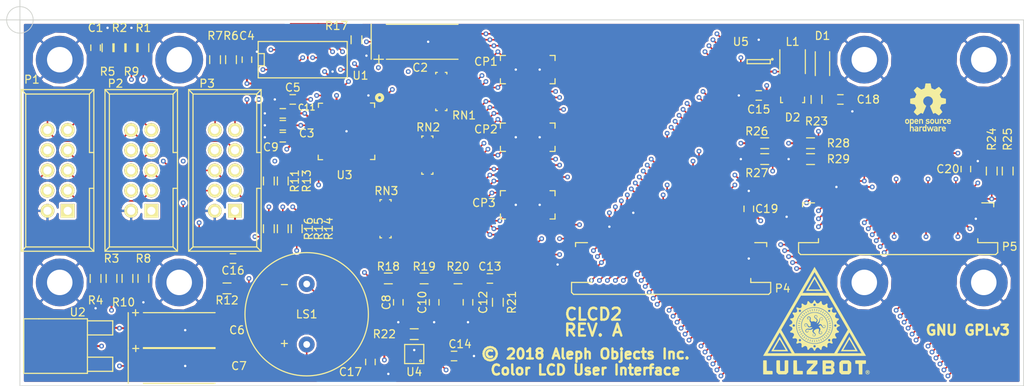
<source format=kicad_pcb>
(kicad_pcb (version 4) (host pcbnew 4.0.5+dfsg1-4)
  (layers (0 F.Cu signal) (1 In1.Cu signal hide) (2 In2.Cu signal hide) (31 B.Cu signal hide) (34 B.Paste user) (35 F.Paste user) (36 B.SilkS user) (37 F.SilkS user) (38 B.Mask user) (39 F.Mask user) (44 Edge.Cuts user))
  (net 0 "")
  (net 1 +3V3)
  (net 2 GND)
  (net 3 "Net-(C2-Pad1)")
  (net 4 +5V)
  (net 5 "Net-(C12-Pad1)")
  (net 6 "Net-(CP3-Pad8)")
  (net 7 "Net-(D1-Pad2)")
  (net 8 "Net-(D2-Pad1)")
  (net 9 "Net-(D2-Pad2)")
  (net 10 "Net-(LS1-Pad2)")
  (net 11 "Net-(P1-Pad5)")
  (net 12 "Net-(RN3-Pad8)")
  (net 13 "Net-(RN3-Pad9)")
  (net 14 /B2)
  (net 15 /B3)
  (net 16 /B4)
  (net 17 /B5)
  (net 18 /B6)
  (net 19 /B7)
  (net 20 /F_R2)
  (net 21 /F_R3)
  (net 22 /F_R4)
  (net 23 /F_R5)
  (net 24 /F_R6)
  (net 25 /F_R7)
  (net 26 /F_G2)
  (net 27 /F_G3)
  (net 28 /F_G4)
  (net 29 /F_G5)
  (net 30 /F_G6)
  (net 31 /F_G7)
  (net 32 /F_B2)
  (net 33 /F_B3)
  (net 34 /F_B4)
  (net 35 /F_B5)
  (net 36 /F_B6)
  (net 37 /F_B7)
  (net 38 /F_PCLK)
  (net 39 /F_DISP)
  (net 40 /F_HSYNC)
  (net 41 /F_VSYNC)
  (net 42 /F_DE)
  (net 43 /XP)
  (net 44 /YM)
  (net 45 /XM)
  (net 46 /YP)
  (net 47 /R2)
  (net 48 /R3)
  (net 49 /R4)
  (net 50 /R5)
  (net 51 /R6)
  (net 52 /R7)
  (net 53 /G2)
  (net 54 /G3)
  (net 55 /G4)
  (net 56 /G5)
  (net 57 /G6)
  (net 58 /G7)
  (net 59 /PCLK)
  (net 60 /DISP)
  (net 61 /HSYNC)
  (net 62 /VSYNC)
  (net 63 /DE)
  (net 64 "Net-(P1-Pad4)")
  (net 65 "Net-(C1-Pad1)")
  (net 66 "Net-(C13-Pad1)")
  (net 67 "Net-(P1-Pad3)")
  (net 68 "Net-(P1-Pad9)")
  (net 69 "Net-(P1-Pad8)")
  (net 70 "Net-(P1-Pad6)")
  (net 71 "Net-(R11-Pad1)")
  (net 72 "Net-(R12-Pad1)")
  (net 73 "Net-(R13-Pad1)")
  (net 74 "Net-(R14-Pad1)")
  (net 75 "Net-(U1-Pad12)")
  (net 76 "Net-(U1-Pad10)")
  (net 77 "Net-(U1-Pad6)")
  (net 78 "Net-(U1-Pad4)")
  (net 79 "Net-(U1-Pad2)")
  (net 80 "Net-(U1-Pad15)")
  (net 81 "Net-(U3-Pad13)")
  (net 82 "Net-(U3-Pad14)")
  (net 83 "Net-(U3-Pad24)")
  (net 84 "Net-(U3-Pad7)")
  (net 85 "Net-(U3-Pad8)")
  (net 86 "Net-(U3-Pad10)")
  (net 87 "Net-(C8-Pad1)")
  (net 88 "Net-(C10-Pad1)")
  (net 89 "Net-(C14-Pad1)")
  (net 90 "Net-(C18-Pad1)")
  (net 91 "Net-(P1-Pad7)")
  (net 92 "Net-(P3-Pad8)")
  (net 93 "Net-(P3-Pad9)")
  (net 94 "Net-(P3-Pad10)")
  (net 95 "Net-(P4-Pad1)")
  (net 96 "Net-(P4-Pad13)")
  (net 97 "Net-(P4-Pad14)")
  (net 98 "Net-(P4-Pad35)")
  (net 99 "Net-(P5-Pad35)")
  (net 100 "Net-(R15-Pad1)")
  (net 101 "Net-(R16-Pad1)")
  (net 102 "Net-(R17-Pad1)")
  (net 103 "Net-(R18-Pad2)")
  (net 104 "Net-(LS1-Pad1)")
  (net 105 "Net-(R21-Pad1)")
  (module Capacitors_Tantalum_SMD:TantalC_SizeD_EIA-7343_HandSoldering (layer F.Cu) (at 123.5 58.75)
    (fp_text reference C2 (at -0.25 3.25 180) (layer F.SilkS))
    (fp_text value 10uF hide)
    (pad 2 smd rect (at 3.88874 0) (size 4.0005 2.70002) (layers F.Cu F.Paste F.Mask) (net 2 GND))
    (pad 1 smd rect (at -3.88874 0) (size 4.0005 2.70002) (layers F.Cu F.Paste F.Mask) (net 3 "Net-(C2-Pad1)"))
  )
  (module Connect:IDC_Header_Straight_10pins (layer F.Cu) (at 79 80 90)
    (fp_text reference P1 (at 16.5 -4.5 180) (layer F.SilkS))
    (fp_text value CONN_02X05 hide)
    (pad 1 thru_hole rect (at 0 0 90) (size 1.7272 1.7272) (drill 1.016) (layers *.Cu *.Mask F.SilkS) (net 4 +5V))
    (pad 2 thru_hole oval (at 0 -2.54 90) (size 1.7272 1.7272) (drill 1.016) (layers *.Cu *.Mask F.SilkS) (net 2 GND))
    (pad 3 thru_hole oval (at 2.54 0 90) (size 1.7272 1.7272) (drill 1.016) (layers *.Cu *.Mask F.SilkS) (net 67 "Net-(P1-Pad3)"))
    (pad 4 thru_hole oval (at 2.54 -2.54 90) (size 1.7272 1.7272) (drill 1.016) (layers *.Cu *.Mask F.SilkS) (net 64 "Net-(P1-Pad4)"))
    (pad 5 thru_hole oval (at 5.08 0 90) (size 1.7272 1.7272) (drill 1.016) (layers *.Cu *.Mask F.SilkS) (net 11 "Net-(P1-Pad5)"))
    (pad 6 thru_hole oval (at 5.08 -2.54 90) (size 1.7272 1.7272) (drill 1.016) (layers *.Cu *.Mask F.SilkS) (net 70 "Net-(P1-Pad6)"))
    (pad 7 thru_hole oval (at 7.62 0 90) (size 1.7272 1.7272) (drill 1.016) (layers *.Cu *.Mask F.SilkS) (net 91 "Net-(P1-Pad7)"))
    (pad 8 thru_hole oval (at 7.62 -2.54 90) (size 1.7272 1.7272) (drill 1.016) (layers *.Cu *.Mask F.SilkS) (net 69 "Net-(P1-Pad8)"))
    (pad 9 thru_hole oval (at 10.16 0 90) (size 1.7272 1.7272) (drill 1.016) (layers *.Cu *.Mask F.SilkS) (net 68 "Net-(P1-Pad9)"))
    (pad 10 thru_hole oval (at 10.16 -2.54 90) (size 1.7272 1.7272) (drill 1.016) (layers *.Cu *.Mask F.SilkS) (net 65 "Net-(C1-Pad1)"))
  )
  (module AO_Parts:FPC_40 (layer F.Cu) (at 154.75 83.5 180)
    (fp_text reference P4 (at -14 -6.25 180) (layer F.SilkS))
    (fp_text value FPC_40 hide)
    (pad 1 smd rect (at -9.75 0 180) (size 0.3 1.2) (layers F.Cu F.Paste F.Mask) (net 95 "Net-(P4-Pad1)"))
    (pad 2 smd rect (at -9.25 0 180) (size 0.3 1.2) (layers F.Cu F.Paste F.Mask) (net 90 "Net-(C18-Pad1)"))
    (pad 3 smd rect (at -8.75 0 180) (size 0.3 1.2) (layers F.Cu F.Paste F.Mask) (net 2 GND))
    (pad 4 smd rect (at -8.25 0 180) (size 0.3 1.2) (layers F.Cu F.Paste F.Mask) (net 1 +3V3))
    (pad 5 smd rect (at -7.75 0 180) (size 0.3 1.2) (layers F.Cu F.Paste F.Mask) (net 96 "Net-(P4-Pad13)"))
    (pad 6 smd rect (at -7.25 0 180) (size 0.3 1.2) (layers F.Cu F.Paste F.Mask) (net 97 "Net-(P4-Pad14)"))
    (pad 7 smd rect (at -6.75 0 180) (size 0.3 1.2) (layers F.Cu F.Paste F.Mask) (net 20 /F_R2))
    (pad 8 smd rect (at -6.25 0 180) (size 0.3 1.2) (layers F.Cu F.Paste F.Mask) (net 21 /F_R3))
    (pad 9 smd rect (at -5.75 0 180) (size 0.3 1.2) (layers F.Cu F.Paste F.Mask) (net 22 /F_R4))
    (pad 10 smd rect (at -5.25 0 180) (size 0.3 1.2) (layers F.Cu F.Paste F.Mask) (net 23 /F_R5))
    (pad 11 smd rect (at -4.75 0 180) (size 0.3 1.2) (layers F.Cu F.Paste F.Mask) (net 24 /F_R6))
    (pad 12 smd rect (at -4.25 0 180) (size 0.3 1.2) (layers F.Cu F.Paste F.Mask) (net 25 /F_R7))
    (pad 13 smd rect (at -3.75 0 180) (size 0.3 1.2) (layers F.Cu F.Paste F.Mask) (net 96 "Net-(P4-Pad13)"))
    (pad 14 smd rect (at -3.25 0 180) (size 0.3 1.2) (layers F.Cu F.Paste F.Mask) (net 97 "Net-(P4-Pad14)"))
    (pad 15 smd rect (at -2.75 0 180) (size 0.3 1.2) (layers F.Cu F.Paste F.Mask) (net 26 /F_G2))
    (pad 16 smd rect (at -2.25 0 180) (size 0.3 1.2) (layers F.Cu F.Paste F.Mask) (net 27 /F_G3))
    (pad 17 smd rect (at -1.75 0 180) (size 0.3 1.2) (layers F.Cu F.Paste F.Mask) (net 28 /F_G4))
    (pad 18 smd rect (at -1.25 0 180) (size 0.3 1.2) (layers F.Cu F.Paste F.Mask) (net 29 /F_G5))
    (pad 19 smd rect (at -0.75 0 180) (size 0.3 1.2) (layers F.Cu F.Paste F.Mask) (net 30 /F_G6))
    (pad 20 smd rect (at -0.25 0 180) (size 0.3 1.2) (layers F.Cu F.Paste F.Mask) (net 31 /F_G7))
    (pad 21 smd rect (at 0.25 0 180) (size 0.3 1.2) (layers F.Cu F.Paste F.Mask) (net 96 "Net-(P4-Pad13)"))
    (pad 22 smd rect (at 0.75 0 180) (size 0.3 1.2) (layers F.Cu F.Paste F.Mask) (net 97 "Net-(P4-Pad14)"))
    (pad 23 smd rect (at 1.25 0 180) (size 0.3 1.2) (layers F.Cu F.Paste F.Mask) (net 32 /F_B2))
    (pad 24 smd rect (at 1.75 0 180) (size 0.3 1.2) (layers F.Cu F.Paste F.Mask) (net 33 /F_B3))
    (pad 25 smd rect (at 2.25 0 180) (size 0.3 1.2) (layers F.Cu F.Paste F.Mask) (net 34 /F_B4))
    (pad 26 smd rect (at 2.75 0 180) (size 0.3 1.2) (layers F.Cu F.Paste F.Mask) (net 35 /F_B5))
    (pad 27 smd rect (at 3.25 0 180) (size 0.3 1.2) (layers F.Cu F.Paste F.Mask) (net 36 /F_B6))
    (pad 28 smd rect (at 3.75 0 180) (size 0.3 1.2) (layers F.Cu F.Paste F.Mask) (net 37 /F_B7))
    (pad 29 smd rect (at 4.25 0 180) (size 0.3 1.2) (layers F.Cu F.Paste F.Mask) (net 2 GND))
    (pad 30 smd rect (at 4.75 0 180) (size 0.3 1.2) (layers F.Cu F.Paste F.Mask) (net 38 /F_PCLK))
    (pad 31 smd rect (at 5.25 0 180) (size 0.3 1.2) (layers F.Cu F.Paste F.Mask) (net 39 /F_DISP))
    (pad 32 smd rect (at 5.75 0 180) (size 0.3 1.2) (layers F.Cu F.Paste F.Mask) (net 40 /F_HSYNC))
    (pad 33 smd rect (at 6.25 0 180) (size 0.3 1.2) (layers F.Cu F.Paste F.Mask) (net 41 /F_VSYNC))
    (pad 34 smd rect (at 6.75 0 180) (size 0.3 1.2) (layers F.Cu F.Paste F.Mask) (net 42 /F_DE))
    (pad 35 smd rect (at 7.25 0 180) (size 0.3 1.2) (layers F.Cu F.Paste F.Mask) (net 98 "Net-(P4-Pad35)"))
    (pad 36 smd rect (at 7.75 0 180) (size 0.3 1.2) (layers F.Cu F.Paste F.Mask) (net 2 GND))
    (pad 37 smd rect (at 8.25 0 180) (size 0.3 1.2) (layers F.Cu F.Paste F.Mask) (net 43 /XP))
    (pad 38 smd rect (at 8.75 0 180) (size 0.3 1.2) (layers F.Cu F.Paste F.Mask) (net 44 /YM))
    (pad 39 smd rect (at 9.25 0 180) (size 0.3 1.2) (layers F.Cu F.Paste F.Mask) (net 45 /XM))
    (pad 40 smd rect (at 9.75 0 180) (size 0.3 1.2) (layers F.Cu F.Paste F.Mask) (net 46 /YP))
    (pad PD1 smd rect (at -11.9 -2.7 180) (size 2.4 2.4) (layers F.Cu F.Paste F.Mask) (net 2 GND))
    (pad PD2 smd rect (at 11.9 -2.7 180) (size 2.4 2.4) (layers F.Cu F.Paste F.Mask) (net 2 GND))
  )
  (module Capacitors_Tantalum_SMD:TantalC_SizeD_EIA-7343_HandSoldering (layer F.Cu) (at 93 95)
    (fp_text reference C6 (at 7.25 0 180) (layer F.SilkS))
    (fp_text value 33uF hide)
    (fp_text user + (at -5.48386 -2.26822) (layer F.SilkS))
    (pad 2 smd rect (at 3.88874 0) (size 4.0005 2.70002) (layers F.Cu F.Paste F.Mask) (net 2 GND))
    (pad 1 smd rect (at -3.88874 0) (size 4.0005 2.70002) (layers F.Cu F.Paste F.Mask) (net 4 +5V))
  )
  (module Capacitors_Tantalum_SMD:TantalC_SizeD_EIA-7343_HandSoldering (layer F.Cu) (at 93 99.5)
    (fp_text reference C7 (at 7.5 0) (layer F.SilkS))
    (fp_text value 220uF hide)
    (fp_text user + (at -5.45846 -2.26822) (layer F.SilkS))
    (pad 2 smd rect (at 3.88874 0) (size 4.0005 2.70002) (layers F.Cu F.Paste F.Mask) (net 2 GND))
    (pad 1 smd rect (at -3.88874 0) (size 4.0005 2.70002) (layers F.Cu F.Paste F.Mask) (net 1 +3V3))
  )
  (module Connect:IDC_Header_Straight_10pins (layer F.Cu) (at 89.5 80 90)
    (fp_text reference P2 (at 16 -4.5 180) (layer F.SilkS))
    (fp_text value CONN_02X05 hide)
    (pad 1 thru_hole rect (at 0 0 90) (size 1.7272 1.7272) (drill 1.016) (layers *.Cu *.Mask F.SilkS) (net 4 +5V))
    (pad 2 thru_hole oval (at 0 -2.54 90) (size 1.7272 1.7272) (drill 1.016) (layers *.Cu *.Mask F.SilkS) (net 2 GND))
    (pad 3 thru_hole oval (at 2.54 0 90) (size 1.7272 1.7272) (drill 1.016) (layers *.Cu *.Mask F.SilkS) (net 67 "Net-(P1-Pad3)"))
    (pad 4 thru_hole oval (at 2.54 -2.54 90) (size 1.7272 1.7272) (drill 1.016) (layers *.Cu *.Mask F.SilkS) (net 64 "Net-(P1-Pad4)"))
    (pad 5 thru_hole oval (at 5.08 0 90) (size 1.7272 1.7272) (drill 1.016) (layers *.Cu *.Mask F.SilkS) (net 11 "Net-(P1-Pad5)"))
    (pad 6 thru_hole oval (at 5.08 -2.54 90) (size 1.7272 1.7272) (drill 1.016) (layers *.Cu *.Mask F.SilkS) (net 70 "Net-(P1-Pad6)"))
    (pad 7 thru_hole oval (at 7.62 0 90) (size 1.7272 1.7272) (drill 1.016) (layers *.Cu *.Mask F.SilkS) (net 91 "Net-(P1-Pad7)"))
    (pad 8 thru_hole oval (at 7.62 -2.54 90) (size 1.7272 1.7272) (drill 1.016) (layers *.Cu *.Mask F.SilkS) (net 69 "Net-(P1-Pad8)"))
    (pad 9 thru_hole oval (at 10.16 0 90) (size 1.7272 1.7272) (drill 1.016) (layers *.Cu *.Mask F.SilkS) (net 68 "Net-(P1-Pad9)"))
    (pad 10 thru_hole oval (at 10.16 -2.54 90) (size 1.7272 1.7272) (drill 1.016) (layers *.Cu *.Mask F.SilkS) (net 65 "Net-(C1-Pad1)"))
  )
  (module AO_Parts:VQFN_48_7x7 (layer F.Cu) (at 114 70 270)
    (fp_text reference U3 (at 5.5 0.25 360) (layer F.SilkS))
    (fp_text value FT810 hide)
    (pad 43 smd oval (at -0.25 -3.525 270) (size 0.25 0.75) (layers F.Cu F.Paste F.Mask) (net 52 /R7))
    (pad 42 smd oval (at 0.25 -3.525 270) (size 0.25 0.75) (layers F.Cu F.Paste F.Mask) (net 53 /G2))
    (pad 41 smd oval (at 0.75 -3.525 270) (size 0.25 0.75) (layers F.Cu F.Paste F.Mask) (net 54 /G3))
    (pad 40 smd oval (at 1.25 -3.525 270) (size 0.25 0.75) (layers F.Cu F.Paste F.Mask) (net 55 /G4))
    (pad 39 smd oval (at 1.75 -3.525 270) (size 0.25 0.75) (layers F.Cu F.Paste F.Mask) (net 56 /G5))
    (pad 38 smd oval (at 2.25 -3.525 270) (size 0.25 0.75) (layers F.Cu F.Paste F.Mask) (net 57 /G6))
    (pad 37 smd oval (at 2.75 -3.525 270) (size 0.25 0.75) (layers F.Cu F.Paste F.Mask) (net 58 /G7))
    (pad 44 smd oval (at -0.75 -3.525 270) (size 0.25 0.75) (layers F.Cu F.Paste F.Mask) (net 51 /R6))
    (pad 45 smd oval (at -1.25 -3.525 270) (size 0.25 0.75) (layers F.Cu F.Paste F.Mask) (net 50 /R5))
    (pad 46 smd oval (at -1.75 -3.525 270) (size 0.25 0.75) (layers F.Cu F.Paste F.Mask) (net 49 /R4))
    (pad 47 smd oval (at -2.25 -3.525 270) (size 0.25 0.75) (layers F.Cu F.Paste F.Mask) (net 48 /R3))
    (pad 13 smd oval (at -2.75 3.525 270) (size 0.25 0.75) (layers F.Cu F.Paste F.Mask) (net 81 "Net-(U3-Pad13)"))
    (pad 14 smd oval (at -2.25 3.525 270) (size 0.25 0.75) (layers F.Cu F.Paste F.Mask) (net 82 "Net-(U3-Pad14)"))
    (pad 15 smd oval (at -1.75 3.525 270) (size 0.25 0.75) (layers F.Cu F.Paste F.Mask) (net 2 GND))
    (pad 16 smd oval (at -1.25 3.525 270) (size 0.25 0.75) (layers F.Cu F.Paste F.Mask) (net 1 +3V3))
    (pad 17 smd oval (at -0.75 3.525 270) (size 0.25 0.75) (layers F.Cu F.Paste F.Mask) (net 3 "Net-(C2-Pad1)"))
    (pad 18 smd oval (at -0.25 3.525 270) (size 0.25 0.75) (layers F.Cu F.Paste F.Mask) (net 1 +3V3))
    (pad 19 smd oval (at 0.25 3.525 270) (size 0.25 0.75) (layers F.Cu F.Paste F.Mask) (net 43 /XP))
    (pad 20 smd oval (at 0.75 3.525 270) (size 0.25 0.75) (layers F.Cu F.Paste F.Mask) (net 46 /YP))
    (pad 21 smd oval (at 1.25 3.525 270) (size 0.25 0.75) (layers F.Cu F.Paste F.Mask) (net 45 /XM))
    (pad 22 smd oval (at 1.75 3.525 270) (size 0.25 0.75) (layers F.Cu F.Paste F.Mask) (net 44 /YM))
    (pad 23 smd oval (at 2.25 3.525 270) (size 0.25 0.75) (layers F.Cu F.Paste F.Mask) (net 2 GND))
    (pad 24 smd oval (at 2.75 3.525 270) (size 0.25 0.75) (layers F.Cu F.Paste F.Mask) (net 83 "Net-(U3-Pad24)"))
    (pad 6 smd oval (at -3.525 -0.25 270) (size 0.75 0.25) (layers F.Cu F.Paste F.Mask) (net 76 "Net-(U1-Pad10)"))
    (pad 5 smd oval (at -3.525 -0.75 270) (size 0.75 0.25) (layers F.Cu F.Paste F.Mask) (net 77 "Net-(U1-Pad6)"))
    (pad 4 smd oval (at -3.525 -1.25 270) (size 0.75 0.25) (layers F.Cu F.Paste F.Mask) (net 74 "Net-(R14-Pad1)"))
    (pad 3 smd oval (at -3.525 -1.75 270) (size 0.75 0.25) (layers F.Cu F.Paste F.Mask) (net 78 "Net-(U1-Pad4)"))
    (pad 2 smd oval (at -3.525 -2.25 270) (size 0.75 0.25) (layers F.Cu F.Paste F.Mask) (net 2 GND))
    (pad 1 smd oval (at -3.525 -2.75 270) (size 0.75 0.25) (layers F.Cu F.Paste F.Mask) (net 103 "Net-(R18-Pad2)"))
    (pad 7 smd oval (at -3.525 0.25 270) (size 0.75 0.25) (layers F.Cu F.Paste F.Mask) (net 84 "Net-(U3-Pad7)"))
    (pad 8 smd oval (at -3.525 0.75 270) (size 0.75 0.25) (layers F.Cu F.Paste F.Mask) (net 85 "Net-(U3-Pad8)"))
    (pad 9 smd oval (at -3.525 1.25 270) (size 0.75 0.25) (layers F.Cu F.Paste F.Mask) (net 1 +3V3))
    (pad 10 smd oval (at -3.525 1.75 270) (size 0.75 0.25) (layers F.Cu F.Paste F.Mask) (net 86 "Net-(U3-Pad10)"))
    (pad 11 smd oval (at -3.525 2.25 270) (size 0.75 0.25) (layers F.Cu F.Paste F.Mask) (net 72 "Net-(R12-Pad1)"))
    (pad 12 smd oval (at -3.525 2.75 270) (size 0.75 0.25) (layers F.Cu F.Paste F.Mask) (net 79 "Net-(U1-Pad2)"))
    (pad 36 smd oval (at 3.525 -2.75 270) (size 0.75 0.25) (layers F.Cu F.Paste F.Mask) (net 2 GND))
    (pad 35 smd oval (at 3.525 -2.25 270) (size 0.75 0.25) (layers F.Cu F.Paste F.Mask) (net 14 /B2))
    (pad 34 smd oval (at 3.525 -1.725 270) (size 0.75 0.25) (layers F.Cu F.Paste F.Mask) (net 15 /B3))
    (pad 33 smd oval (at 3.525 -1.25 270) (size 0.75 0.25) (layers F.Cu F.Paste F.Mask) (net 16 /B4))
    (pad 32 smd oval (at 3.525 -0.75 270) (size 0.75 0.25) (layers F.Cu F.Paste F.Mask) (net 17 /B5))
    (pad 31 smd oval (at 3.525 -0.25 270) (size 0.75 0.25) (layers F.Cu F.Paste F.Mask) (net 18 /B6))
    (pad 30 smd oval (at 3.525 0.25 270) (size 0.75 0.25) (layers F.Cu F.Paste F.Mask) (net 19 /B7))
    (pad 29 smd oval (at 3.525 0.75 270) (size 0.75 0.25) (layers F.Cu F.Paste F.Mask) (net 59 /PCLK))
    (pad 28 smd oval (at 3.525 1.25 270) (size 0.75 0.25) (layers F.Cu F.Paste F.Mask) (net 60 /DISP))
    (pad 27 smd oval (at 3.525 1.75 270) (size 0.75 0.25) (layers F.Cu F.Paste F.Mask) (net 61 /HSYNC))
    (pad 26 smd oval (at 3.525 2.25 270) (size 0.75 0.25) (layers F.Cu F.Paste F.Mask) (net 62 /VSYNC))
    (pad 25 smd oval (at 3.525 2.75 270) (size 0.75 0.25) (layers F.Cu F.Paste F.Mask) (net 63 /DE))
    (pad 48 smd oval (at -2.75 -3.525 270) (size 0.25 0.75) (layers F.Cu F.Paste F.Mask) (net 47 /R2))
    (pad PD smd rect (at 0 0 270) (size 5.3 5.3) (layers F.Cu F.Paste F.Mask) (net 2 GND))
  )
  (module AO_Parts:RPAK8 (layer F.Cu) (at 119 81 270)
    (fp_text reference RN3 (at -3.5 0 360) (layer F.SilkS))
    (fp_text value "33 Ohms" hide)
    (pad 1 smd rect (at -1.75 0.65 270) (size 0.35 0.6) (layers F.Cu F.Paste F.Mask) (net 18 /B6))
    (pad 2 smd rect (at -1.25 0.65 270) (size 0.35 0.6) (layers F.Cu F.Paste F.Mask) (net 19 /B7))
    (pad 3 smd rect (at -0.75 0.65 270) (size 0.35 0.6) (layers F.Cu F.Paste F.Mask) (net 59 /PCLK))
    (pad 4 smd rect (at -0.25 0.65 270) (size 0.35 0.6) (layers F.Cu F.Paste F.Mask) (net 60 /DISP))
    (pad 5 smd rect (at 0.25 0.65 270) (size 0.35 0.6) (layers F.Cu F.Paste F.Mask) (net 61 /HSYNC))
    (pad 6 smd rect (at 0.75 0.65 270) (size 0.35 0.6) (layers F.Cu F.Paste F.Mask) (net 62 /VSYNC))
    (pad 7 smd rect (at 1.25 0.65 270) (size 0.35 0.6) (layers F.Cu F.Paste F.Mask) (net 63 /DE))
    (pad 8 smd rect (at 1.75 0.65 270) (size 0.35 0.6) (layers F.Cu F.Paste F.Mask) (net 12 "Net-(RN3-Pad8)"))
    (pad 9 smd rect (at 1.75 -0.65 270) (size 0.35 0.6) (layers F.Cu F.Paste F.Mask) (net 13 "Net-(RN3-Pad9)"))
    (pad 10 smd rect (at 1.25 -0.65 270) (size 0.35 0.6) (layers F.Cu F.Paste F.Mask) (net 42 /F_DE))
    (pad 11 smd rect (at 0.75 -0.65 270) (size 0.35 0.6) (layers F.Cu F.Paste F.Mask) (net 41 /F_VSYNC))
    (pad 12 smd rect (at 0.25 -0.65 270) (size 0.35 0.6) (layers F.Cu F.Paste F.Mask) (net 40 /F_HSYNC))
    (pad 13 smd rect (at -0.25 -0.65 270) (size 0.35 0.6) (layers F.Cu F.Paste F.Mask) (net 39 /F_DISP))
    (pad 14 smd rect (at -0.75 -0.65 270) (size 0.35 0.6) (layers F.Cu F.Paste F.Mask) (net 38 /F_PCLK))
    (pad 15 smd rect (at -1.25 -0.65 270) (size 0.35 0.6) (layers F.Cu F.Paste F.Mask) (net 37 /F_B7))
    (pad 16 smd rect (at -1.75 -0.65 270) (size 0.35 0.6) (layers F.Cu F.Paste F.Mask) (net 36 /F_B6))
  )
  (module AO_Parts:RPAK8 (layer F.Cu) (at 124.25 73 270)
    (fp_text reference RN2 (at -3.5 0 360) (layer F.SilkS))
    (fp_text value "33 Ohms" hide)
    (pad 1 smd rect (at -1.75 0.65 270) (size 0.35 0.6) (layers F.Cu F.Paste F.Mask) (net 55 /G4))
    (pad 2 smd rect (at -1.25 0.65 270) (size 0.35 0.6) (layers F.Cu F.Paste F.Mask) (net 56 /G5))
    (pad 3 smd rect (at -0.75 0.65 270) (size 0.35 0.6) (layers F.Cu F.Paste F.Mask) (net 57 /G6))
    (pad 4 smd rect (at -0.25 0.65 270) (size 0.35 0.6) (layers F.Cu F.Paste F.Mask) (net 58 /G7))
    (pad 5 smd rect (at 0.25 0.65 270) (size 0.35 0.6) (layers F.Cu F.Paste F.Mask) (net 14 /B2))
    (pad 6 smd rect (at 0.75 0.65 270) (size 0.35 0.6) (layers F.Cu F.Paste F.Mask) (net 15 /B3))
    (pad 7 smd rect (at 1.25 0.65 270) (size 0.35 0.6) (layers F.Cu F.Paste F.Mask) (net 16 /B4))
    (pad 8 smd rect (at 1.75 0.65 270) (size 0.35 0.6) (layers F.Cu F.Paste F.Mask) (net 17 /B5))
    (pad 9 smd rect (at 1.75 -0.65 270) (size 0.35 0.6) (layers F.Cu F.Paste F.Mask) (net 35 /F_B5))
    (pad 10 smd rect (at 1.25 -0.65 270) (size 0.35 0.6) (layers F.Cu F.Paste F.Mask) (net 34 /F_B4))
    (pad 11 smd rect (at 0.75 -0.65 270) (size 0.35 0.6) (layers F.Cu F.Paste F.Mask) (net 33 /F_B3))
    (pad 12 smd rect (at 0.25 -0.65 270) (size 0.35 0.6) (layers F.Cu F.Paste F.Mask) (net 32 /F_B2))
    (pad 13 smd rect (at -0.25 -0.65 270) (size 0.35 0.6) (layers F.Cu F.Paste F.Mask) (net 31 /F_G7))
    (pad 14 smd rect (at -0.75 -0.65 270) (size 0.35 0.6) (layers F.Cu F.Paste F.Mask) (net 30 /F_G6))
    (pad 15 smd rect (at -1.25 -0.65 270) (size 0.35 0.6) (layers F.Cu F.Paste F.Mask) (net 29 /F_G5))
    (pad 16 smd rect (at -1.75 -0.65 270) (size 0.35 0.6) (layers F.Cu F.Paste F.Mask) (net 28 /F_G4))
  )
  (module AO_Parts:RPAK8 (layer F.Cu) (at 126 65 270)
    (fp_text reference RN1 (at 3 -2.75 360) (layer F.SilkS))
    (fp_text value "33 Ohms" hide)
    (pad 1 smd rect (at -1.75 0.65 270) (size 0.35 0.6) (layers F.Cu F.Paste F.Mask) (net 47 /R2))
    (pad 2 smd rect (at -1.25 0.65 270) (size 0.35 0.6) (layers F.Cu F.Paste F.Mask) (net 48 /R3))
    (pad 3 smd rect (at -0.75 0.65 270) (size 0.35 0.6) (layers F.Cu F.Paste F.Mask) (net 49 /R4))
    (pad 4 smd rect (at -0.25 0.65 270) (size 0.35 0.6) (layers F.Cu F.Paste F.Mask) (net 50 /R5))
    (pad 5 smd rect (at 0.25 0.65 270) (size 0.35 0.6) (layers F.Cu F.Paste F.Mask) (net 51 /R6))
    (pad 6 smd rect (at 0.75 0.65 270) (size 0.35 0.6) (layers F.Cu F.Paste F.Mask) (net 52 /R7))
    (pad 7 smd rect (at 1.25 0.65 270) (size 0.35 0.6) (layers F.Cu F.Paste F.Mask) (net 53 /G2))
    (pad 8 smd rect (at 1.75 0.65 270) (size 0.35 0.6) (layers F.Cu F.Paste F.Mask) (net 54 /G3))
    (pad 9 smd rect (at 1.75 -0.65 270) (size 0.35 0.6) (layers F.Cu F.Paste F.Mask) (net 27 /F_G3))
    (pad 10 smd rect (at 1.25 -0.65 270) (size 0.35 0.6) (layers F.Cu F.Paste F.Mask) (net 26 /F_G2))
    (pad 11 smd rect (at 0.75 -0.65 270) (size 0.35 0.6) (layers F.Cu F.Paste F.Mask) (net 25 /F_R7))
    (pad 12 smd rect (at 0.25 -0.65 270) (size 0.35 0.6) (layers F.Cu F.Paste F.Mask) (net 24 /F_R6))
    (pad 13 smd rect (at -0.25 -0.65 270) (size 0.35 0.6) (layers F.Cu F.Paste F.Mask) (net 23 /F_R5))
    (pad 14 smd rect (at -0.75 -0.65 270) (size 0.35 0.6) (layers F.Cu F.Paste F.Mask) (net 22 /F_R4))
    (pad 15 smd rect (at -1.25 -0.65 270) (size 0.35 0.6) (layers F.Cu F.Paste F.Mask) (net 21 /F_R3))
    (pad 16 smd rect (at -1.75 -0.65 270) (size 0.35 0.6) (layers F.Cu F.Paste F.Mask) (net 20 /F_R2))
  )
  (module AO_Parts:CVS_1508 (layer F.Cu) (at 109 93)
    (fp_text reference LS1 (at 0 0) (layer F.SilkS))
    (fp_text value Speaker hide)
    (fp_text user - (at -2.8 -3.8) (layer F.SilkS))
    (fp_text user + (at -2.8 3.6) (layer F.SilkS))
    (pad 1 thru_hole circle (at 0 -3.8) (size 2 2) (drill 0.85) (layers *.Cu *.Mask) (net 104 "Net-(LS1-Pad1)"))
    (pad 2 thru_hole circle (at 0 3.8) (size 2 2) (drill 0.85) (layers *.Cu *.Mask) (net 10 "Net-(LS1-Pad2)"))
  )
  (module AO_Parts:CPAK8 (layer F.Cu) (at 136.75 62.25)
    (fp_text reference CP1 (at -5.25 -1) (layer F.SilkS))
    (fp_text value "47 pF" hide)
    (pad 1 smd rect (at -1.905 -1.524) (size 0.7 1) (layers F.Cu F.Paste F.Mask) (net 23 /F_R5))
    (pad 2 smd rect (at -0.635 -1.524) (size 0.7 1) (layers F.Cu F.Paste F.Mask) (net 22 /F_R4))
    (pad 3 smd rect (at 0.635 -1.524) (size 0.7 1) (layers F.Cu F.Paste F.Mask) (net 21 /F_R3))
    (pad 4 smd rect (at 1.905 -1.524) (size 0.7 1) (layers F.Cu F.Paste F.Mask) (net 20 /F_R2))
    (pad 5 smd rect (at -1.905 1.524) (size 0.7 1) (layers F.Cu F.Paste F.Mask) (net 26 /F_G2))
    (pad 6 smd rect (at -0.635 1.524) (size 0.7 1) (layers F.Cu F.Paste F.Mask) (net 27 /F_G3))
    (pad 7 smd rect (at 0.635 1.524) (size 0.7 1) (layers F.Cu F.Paste F.Mask) (net 25 /F_R7))
    (pad 8 smd rect (at 1.905 1.524) (size 0.7 1) (layers F.Cu F.Paste F.Mask) (net 24 /F_R6))
    (pad 9 smd rect (at -3.175 0) (size 1 0.8) (layers F.Cu F.Paste F.Mask) (net 2 GND))
    (pad 10 smd rect (at 3.175 0) (size 1 0.8) (layers F.Cu F.Paste F.Mask) (net 2 GND))
  )
  (module AO_Parts:CPAK8 (layer F.Cu) (at 136.75 70.75)
    (fp_text reference CP2 (at -5.25 -1) (layer F.SilkS))
    (fp_text value "47 pF" hide)
    (pad 1 smd rect (at -1.905 -1.524) (size 0.7 1) (layers F.Cu F.Paste F.Mask) (net 31 /F_G7))
    (pad 2 smd rect (at -0.635 -1.524) (size 0.7 1) (layers F.Cu F.Paste F.Mask) (net 30 /F_G6))
    (pad 3 smd rect (at 0.635 -1.524) (size 0.7 1) (layers F.Cu F.Paste F.Mask) (net 29 /F_G5))
    (pad 4 smd rect (at 1.905 -1.524) (size 0.7 1) (layers F.Cu F.Paste F.Mask) (net 28 /F_G4))
    (pad 5 smd rect (at -1.905 1.524) (size 0.7 1) (layers F.Cu F.Paste F.Mask) (net 34 /F_B4))
    (pad 6 smd rect (at -0.635 1.524) (size 0.7 1) (layers F.Cu F.Paste F.Mask) (net 35 /F_B5))
    (pad 7 smd rect (at 0.635 1.524) (size 0.7 1) (layers F.Cu F.Paste F.Mask) (net 33 /F_B3))
    (pad 8 smd rect (at 1.905 1.524) (size 0.7 1) (layers F.Cu F.Paste F.Mask) (net 32 /F_B2))
    (pad 9 smd rect (at -3.175 0) (size 1 0.8) (layers F.Cu F.Paste F.Mask) (net 2 GND))
    (pad 10 smd rect (at 3.175 0) (size 1 0.8) (layers F.Cu F.Paste F.Mask) (net 2 GND))
  )
  (module AO_Parts:CPAK8 (layer F.Cu) (at 136.75 79.25)
    (fp_text reference CP3 (at -5.5 -0.25) (layer F.SilkS))
    (fp_text value "47 pF" hide)
    (pad 1 smd rect (at -1.905 -1.524) (size 0.7 1) (layers F.Cu F.Paste F.Mask) (net 39 /F_DISP))
    (pad 2 smd rect (at -0.635 -1.524) (size 0.7 1) (layers F.Cu F.Paste F.Mask) (net 38 /F_PCLK))
    (pad 3 smd rect (at 0.635 -1.524) (size 0.7 1) (layers F.Cu F.Paste F.Mask) (net 37 /F_B7))
    (pad 4 smd rect (at 1.905 -1.524) (size 0.7 1) (layers F.Cu F.Paste F.Mask) (net 36 /F_B6))
    (pad 5 smd rect (at -1.905 1.524) (size 0.7 1) (layers F.Cu F.Paste F.Mask) (net 40 /F_HSYNC))
    (pad 6 smd rect (at -0.635 1.524) (size 0.7 1) (layers F.Cu F.Paste F.Mask) (net 41 /F_VSYNC))
    (pad 7 smd rect (at 0.635 1.524) (size 0.7 1) (layers F.Cu F.Paste F.Mask) (net 42 /F_DE))
    (pad 8 smd rect (at 1.905 1.524) (size 0.7 1) (layers F.Cu F.Paste F.Mask) (net 6 "Net-(CP3-Pad8)"))
    (pad 9 smd rect (at -3.175 0) (size 1 0.8) (layers F.Cu F.Paste F.Mask) (net 2 GND))
    (pad 10 smd rect (at 3.175 0) (size 1 0.8) (layers F.Cu F.Paste F.Mask) (net 2 GND))
  )
  (module TO_SOT_Packages_SMD:SOT-23 (layer F.Cu) (at 170 65.75 180)
    (fp_text reference D2 (at 0 -2.5 180) (layer F.SilkS))
    (fp_text value "MMBZ5250BLT 20V" hide)
    (pad 1 smd rect (at -0.95 1.00076 180) (size 0.8001 0.8001) (layers F.Cu F.Paste F.Mask) (net 8 "Net-(D2-Pad1)"))
    (pad 2 smd rect (at 0.95 1.00076 180) (size 0.8001 0.8001) (layers F.Cu F.Paste F.Mask) (net 9 "Net-(D2-Pad2)"))
    (pad 3 smd rect (at 0 -0.99822 180) (size 0.8001 0.8001) (layers F.Cu F.Paste F.Mask) (net 90 "Net-(C18-Pad1)"))
  )
  (module Inductors:Inductor_Taiyo-Yuden_MD-3030 (layer F.Cu) (at 170 61.25 90)
    (fp_text reference L1 (at 2.5 0 360) (layer F.SilkS))
    (fp_text value 22uH hide)
    (pad 1 smd rect (at -1.1 0 90) (size 0.8 2.7) (layers F.Cu F.Paste F.Mask) (net 4 +5V))
    (pad 2 smd rect (at 1.1 0 90) (size 0.8 2.7) (layers F.Cu F.Paste F.Mask) (net 7 "Net-(D1-Pad2)"))
  )
  (module AO_Parts:MH_M3x6mm (layer F.Cu) (at 179 61)
    (fp_text reference MH1 hide)
    (fp_text value CONN_01X01 hide)
    (pad 1 thru_hole circle (at 0 0) (size 6 6) (drill 3.2) (layers *.Cu *.Mask) (net 2 GND))
  )
  (module AO_Parts:MH_M3x6mm (layer F.Cu) (at 179 89)
    (fp_text reference MH2 hide)
    (fp_text value CONN_01X01 hide)
    (pad 1 thru_hole circle (at 0 0) (size 6 6) (drill 3.2) (layers *.Cu *.Mask) (net 2 GND))
  )
  (module AO_Parts:MH_M3x6mm (layer F.Cu) (at 78 61)
    (fp_text reference MH3 hide)
    (fp_text value CONN_01X01 hide)
    (pad 1 thru_hole circle (at 0 0) (size 6 6) (drill 3.2) (layers *.Cu *.Mask) (net 2 GND))
  )
  (module AO_Parts:MH_M3x6mm (layer F.Cu) (at 78 89)
    (fp_text reference MH4 hide)
    (fp_text value CONN_01X01 hide)
    (pad 1 thru_hole circle (at 0 0) (size 6 6) (drill 3.2) (layers *.Cu *.Mask) (net 2 GND))
  )
  (module Diodes_SMD:SOD-123 (layer F.Cu) (at 173.75 61 90)
    (fp_text reference D1 (at 3 0 360) (layer F.SilkS))
    (fp_text value BAT54 hide)
    (pad 1 smd rect (at -1.635 0 90) (size 0.91 1.22) (layers F.Cu F.Paste F.Mask) (net 90 "Net-(C18-Pad1)"))
    (pad 2 smd rect (at 1.635 0 90) (size 0.91 1.22) (layers F.Cu F.Paste F.Mask) (net 7 "Net-(D1-Pad2)"))
  )
  (module Capacitors_SMD:C_0603_HandSoldering (layer F.Cu) (at 82.5 59.5 90)
    (fp_text reference C1 (at 2.5 0 180) (layer F.SilkS))
    (fp_text value 100pF hide)
    (pad 1 smd rect (at -0.95 0 90) (size 1.2 0.75) (layers F.Cu F.Paste F.Mask) (net 65 "Net-(C1-Pad1)"))
    (pad 2 smd rect (at 0.95 0 90) (size 1.2 0.75) (layers F.Cu F.Paste F.Mask) (net 2 GND))
  )
  (module Capacitors_SMD:C_0603_HandSoldering (layer F.Cu) (at 106 69.25 180)
    (fp_text reference C3 (at -3 -1 180) (layer F.SilkS))
    (fp_text value 0.1uF hide)
    (pad 1 smd rect (at -0.95 0 180) (size 1.2 0.75) (layers F.Cu F.Paste F.Mask) (net 3 "Net-(C2-Pad1)"))
    (pad 2 smd rect (at 0.95 0 180) (size 1.2 0.75) (layers F.Cu F.Paste F.Mask) (net 2 GND))
  )
  (module Capacitors_SMD:C_0603_HandSoldering (layer F.Cu) (at 101.5 61 90)
    (fp_text reference C4 (at 3 0 180) (layer F.SilkS))
    (fp_text value 0.1uF hide)
    (pad 1 smd rect (at -0.95 0 90) (size 1.2 0.75) (layers F.Cu F.Paste F.Mask) (net 1 +3V3))
    (pad 2 smd rect (at 0.95 0 90) (size 1.2 0.75) (layers F.Cu F.Paste F.Mask) (net 2 GND))
  )
  (module Capacitors_SMD:C_0603_HandSoldering (layer F.Cu) (at 120.5 91.5 270)
    (fp_text reference C8 (at 0 1.5 270) (layer F.SilkS))
    (fp_text value 0.0047uF hide)
    (pad 1 smd rect (at -0.95 0 270) (size 1.2 0.75) (layers F.Cu F.Paste F.Mask) (net 87 "Net-(C8-Pad1)"))
    (pad 2 smd rect (at 0.95 0 270) (size 1.2 0.75) (layers F.Cu F.Paste F.Mask) (net 2 GND))
  )
  (module Capacitors_SMD:C_0603_HandSoldering (layer F.Cu) (at 106 70.75 180)
    (fp_text reference C9 (at 1.5 -1.25 180) (layer F.SilkS))
    (fp_text value 0.1uF hide)
    (pad 1 smd rect (at -0.95 0 180) (size 1.2 0.75) (layers F.Cu F.Paste F.Mask) (net 1 +3V3))
    (pad 2 smd rect (at 0.95 0 180) (size 1.2 0.75) (layers F.Cu F.Paste F.Mask) (net 2 GND))
  )
  (module Capacitors_SMD:C_0603_HandSoldering (layer F.Cu) (at 125 91.5 270)
    (fp_text reference C10 (at 0 1.5 270) (layer F.SilkS))
    (fp_text value 0.0047uF hide)
    (pad 1 smd rect (at -0.95 0 270) (size 1.2 0.75) (layers F.Cu F.Paste F.Mask) (net 88 "Net-(C10-Pad1)"))
    (pad 2 smd rect (at 0.95 0 270) (size 1.2 0.75) (layers F.Cu F.Paste F.Mask) (net 2 GND))
  )
  (module Capacitors_SMD:C_0603_HandSoldering (layer F.Cu) (at 106 67.75 180)
    (fp_text reference C11 (at -3 0.75 180) (layer F.SilkS) (effects (font (size 0.75 0.75))))
    (fp_text value 0.1uF hide)
    (pad 1 smd rect (at -0.95 0 180) (size 1.2 0.75) (layers F.Cu F.Paste F.Mask) (net 1 +3V3))
    (pad 2 smd rect (at 0.95 0 180) (size 1.2 0.75) (layers F.Cu F.Paste F.Mask) (net 2 GND))
  )
  (module Capacitors_SMD:C_0603_HandSoldering (layer F.Cu) (at 129.25 91.5 270)
    (fp_text reference C12 (at 0 -1.9 270) (layer F.SilkS))
    (fp_text value 0.0047uF hide)
    (pad 1 smd rect (at -0.95 0 270) (size 1.2 0.75) (layers F.Cu F.Paste F.Mask) (net 5 "Net-(C12-Pad1)"))
    (pad 2 smd rect (at 0.95 0 270) (size 1.2 0.75) (layers F.Cu F.Paste F.Mask) (net 2 GND))
  )
  (module Capacitors_SMD:C_0603_HandSoldering (layer F.Cu) (at 132 88.5 180)
    (fp_text reference C13 (at 0 1.5 180) (layer F.SilkS))
    (fp_text value "0.22 uF" hide)
    (pad 1 smd rect (at -0.95 0 180) (size 1.2 0.75) (layers F.Cu F.Paste F.Mask) (net 66 "Net-(C13-Pad1)"))
    (pad 2 smd rect (at 0.95 0 180) (size 1.2 0.75) (layers F.Cu F.Paste F.Mask) (net 5 "Net-(C12-Pad1)"))
  )
  (module Capacitors_SMD:C_0603_HandSoldering (layer F.Cu) (at 127.5 98.25)
    (fp_text reference C14 (at 0.75 -1.5 180) (layer F.SilkS))
    (fp_text value 1uF hide)
    (pad 1 smd rect (at -0.95 0) (size 1.2 0.75) (layers F.Cu F.Paste F.Mask) (net 89 "Net-(C14-Pad1)"))
    (pad 2 smd rect (at 0.95 0) (size 1.2 0.75) (layers F.Cu F.Paste F.Mask) (net 2 GND))
  )
  (module Capacitors_SMD:C_0603_HandSoldering (layer F.Cu) (at 165.75 65.5 180)
    (fp_text reference C15 (at 0 -1.75 360) (layer F.SilkS))
    (fp_text value 0.1uF hide)
    (pad 1 smd rect (at -0.95 0 180) (size 1.2 0.75) (layers F.Cu F.Paste F.Mask) (net 4 +5V))
    (pad 2 smd rect (at 0.95 0 180) (size 1.2 0.75) (layers F.Cu F.Paste F.Mask) (net 2 GND))
  )
  (module Capacitors_SMD:C_0603_HandSoldering (layer F.Cu) (at 99.75 86 180)
    (fp_text reference C16 (at 0 -1.5 360) (layer F.SilkS))
    (fp_text value 0.1uF hide)
    (pad 1 smd rect (at -0.95 0 180) (size 1.2 0.75) (layers F.Cu F.Paste F.Mask) (net 4 +5V))
    (pad 2 smd rect (at 0.95 0 180) (size 1.2 0.75) (layers F.Cu F.Paste F.Mask) (net 2 GND))
  )
  (module Capacitors_SMD:C_0603_HandSoldering (layer F.Cu) (at 117 99 90)
    (fp_text reference C17 (at -1.25 -2.5 360) (layer F.SilkS))
    (fp_text value "1 uF" hide)
    (pad 1 smd rect (at -0.95 0 90) (size 1.2 0.75) (layers F.Cu F.Paste F.Mask) (net 2 GND))
    (pad 2 smd rect (at 0.95 0 90) (size 1.2 0.75) (layers F.Cu F.Paste F.Mask) (net 4 +5V))
  )
  (module Resistors_SMD:R_0603_HandSoldering (layer F.Cu) (at 88.5 59.5 90)
    (fp_text reference R1 (at 2.5 0 180) (layer F.SilkS))
    (fp_text value 10k hide)
    (pad 1 smd rect (at -1.1 0 90) (size 1.2 0.9) (layers F.Cu F.Paste F.Mask) (net 91 "Net-(P1-Pad7)"))
    (pad 2 smd rect (at 1.1 0 90) (size 1.2 0.9) (layers F.Cu F.Paste F.Mask) (net 2 GND))
  )
  (module Resistors_SMD:R_0603_HandSoldering (layer F.Cu) (at 85.5 59.5 90)
    (fp_text reference R2 (at 2.5 0 180) (layer F.SilkS))
    (fp_text value 10k hide)
    (pad 1 smd rect (at -1.1 0 90) (size 1.2 0.9) (layers F.Cu F.Paste F.Mask) (net 68 "Net-(P1-Pad9)"))
    (pad 2 smd rect (at 1.1 0 90) (size 1.2 0.9) (layers F.Cu F.Paste F.Mask) (net 2 GND))
  )
  (module Resistors_SMD:R_0603_HandSoldering (layer F.Cu) (at 84.5 88.5 90)
    (fp_text reference R3 (at 2.5 0 180) (layer F.SilkS))
    (fp_text value 10k hide)
    (pad 1 smd rect (at -1.1 0 90) (size 1.2 0.9) (layers F.Cu F.Paste F.Mask) (net 1 +3V3))
    (pad 2 smd rect (at 1.1 0 90) (size 1.2 0.9) (layers F.Cu F.Paste F.Mask) (net 67 "Net-(P1-Pad3)"))
  )
  (module Resistors_SMD:R_0603_HandSoldering (layer F.Cu) (at 82.5 88.5 270)
    (fp_text reference R4 (at 2.75 0 360) (layer F.SilkS))
    (fp_text value 10k hide)
    (pad 1 smd rect (at -1.1 0 270) (size 1.2 0.9) (layers F.Cu F.Paste F.Mask) (net 70 "Net-(P1-Pad6)"))
    (pad 2 smd rect (at 1.1 0 270) (size 1.2 0.9) (layers F.Cu F.Paste F.Mask) (net 2 GND))
  )
  (module Resistors_SMD:R_0603_HandSoldering (layer F.Cu) (at 84 59.5 90)
    (fp_text reference R5 (at -3 0 180) (layer F.SilkS))
    (fp_text value 10k hide)
    (pad 1 smd rect (at -1.1 0 90) (size 1.2 0.9) (layers F.Cu F.Paste F.Mask) (net 65 "Net-(C1-Pad1)"))
    (pad 2 smd rect (at 1.1 0 90) (size 1.2 0.9) (layers F.Cu F.Paste F.Mask) (net 2 GND))
  )
  (module Resistors_SMD:R_0603_HandSoldering (layer F.Cu) (at 99.5 61 90)
    (fp_text reference R6 (at 3 0 180) (layer F.SilkS))
    (fp_text value 10k hide)
    (pad 1 smd rect (at -1.1 0 90) (size 1.2 0.9) (layers F.Cu F.Paste F.Mask) (net 93 "Net-(P3-Pad9)"))
    (pad 2 smd rect (at 1.1 0 90) (size 1.2 0.9) (layers F.Cu F.Paste F.Mask) (net 2 GND))
  )
  (module Resistors_SMD:R_0603_HandSoldering (layer F.Cu) (at 97.5 61 90)
    (fp_text reference R7 (at 3 0 180) (layer F.SilkS))
    (fp_text value 10k hide)
    (pad 1 smd rect (at -1.1 0 90) (size 1.2 0.9) (layers F.Cu F.Paste F.Mask) (net 94 "Net-(P3-Pad10)"))
    (pad 2 smd rect (at 1.1 0 90) (size 1.2 0.9) (layers F.Cu F.Paste F.Mask) (net 2 GND))
  )
  (module Resistors_SMD:R_0603_HandSoldering (layer F.Cu) (at 88.5 88.5 270)
    (fp_text reference R8 (at -2.5 0 360) (layer F.SilkS))
    (fp_text value 10k hide)
    (pad 1 smd rect (at -1.1 0 270) (size 1.2 0.9) (layers F.Cu F.Paste F.Mask) (net 92 "Net-(P3-Pad8)"))
    (pad 2 smd rect (at 1.1 0 270) (size 1.2 0.9) (layers F.Cu F.Paste F.Mask) (net 2 GND))
  )
  (module Resistors_SMD:R_0603_HandSoldering (layer F.Cu) (at 87 59.5 90)
    (fp_text reference R9 (at -3 0 180) (layer F.SilkS))
    (fp_text value 10k hide)
    (pad 1 smd rect (at -1.1 0 90) (size 1.2 0.9) (layers F.Cu F.Paste F.Mask) (net 69 "Net-(P1-Pad8)"))
    (pad 2 smd rect (at 1.1 0 90) (size 1.2 0.9) (layers F.Cu F.Paste F.Mask) (net 2 GND))
  )
  (module Resistors_SMD:R_0603_HandSoldering (layer F.Cu) (at 86.5 88.5 270)
    (fp_text reference R10 (at 3 0.5 360) (layer F.SilkS))
    (fp_text value 10k hide)
    (pad 1 smd rect (at -1.1 0 270) (size 1.2 0.9) (layers F.Cu F.Paste F.Mask) (net 11 "Net-(P1-Pad5)"))
    (pad 2 smd rect (at 1.1 0 270) (size 1.2 0.9) (layers F.Cu F.Paste F.Mask) (net 2 GND))
  )
  (module Resistors_SMD:R_0603_HandSoldering (layer F.Cu) (at 104.25 76.25 270)
    (fp_text reference R11 (at 0 -3.25 450) (layer F.SilkS))
    (fp_text value 33 hide)
    (pad 1 smd rect (at -1.1 0 270) (size 1.2 0.9) (layers F.Cu F.Paste F.Mask) (net 71 "Net-(R11-Pad1)"))
    (pad 2 smd rect (at 1.1 0 270) (size 1.2 0.9) (layers F.Cu F.Paste F.Mask) (net 69 "Net-(P1-Pad8)"))
  )
  (module Resistors_SMD:R_0603_HandSoldering (layer F.Cu) (at 99 89.75 180)
    (fp_text reference R12 (at 0 -1.5 180) (layer F.SilkS))
    (fp_text value 33 hide)
    (pad 1 smd rect (at -1.1 0 180) (size 1.2 0.9) (layers F.Cu F.Paste F.Mask) (net 72 "Net-(R12-Pad1)"))
    (pad 2 smd rect (at 1.1 0 180) (size 1.2 0.9) (layers F.Cu F.Paste F.Mask) (net 64 "Net-(P1-Pad4)"))
  )
  (module Resistors_SMD:R_0603_HandSoldering (layer F.Cu) (at 106 76.25 270)
    (fp_text reference R13 (at 0 -3 270) (layer F.SilkS))
    (fp_text value 33 hide)
    (pad 1 smd rect (at -1.1 0 270) (size 1.2 0.9) (layers F.Cu F.Paste F.Mask) (net 73 "Net-(R13-Pad1)"))
    (pad 2 smd rect (at 1.1 0 270) (size 1.2 0.9) (layers F.Cu F.Paste F.Mask) (net 68 "Net-(P1-Pad9)"))
  )
  (module Resistors_SMD:R_0603_HandSoldering (layer F.Cu) (at 107.75 82.25 270)
    (fp_text reference R14 (at 0 -4 450) (layer F.SilkS))
    (fp_text value 33 hide)
    (pad 1 smd rect (at -1.1 0 270) (size 1.2 0.9) (layers F.Cu F.Paste F.Mask) (net 74 "Net-(R14-Pad1)"))
    (pad 2 smd rect (at 1.1 0 270) (size 1.2 0.9) (layers F.Cu F.Paste F.Mask) (net 65 "Net-(C1-Pad1)"))
  )
  (module Resistors_SMD:R_0603_HandSoldering (layer F.Cu) (at 106 82.25 270)
    (fp_text reference R15 (at 0 -4.5 270) (layer F.SilkS))
    (fp_text value 33 hide)
    (pad 1 smd rect (at -1.1 0 270) (size 1.2 0.9) (layers F.Cu F.Paste F.Mask) (net 100 "Net-(R15-Pad1)"))
    (pad 2 smd rect (at 1.1 0 270) (size 1.2 0.9) (layers F.Cu F.Paste F.Mask) (net 11 "Net-(P1-Pad5)"))
  )
  (module Resistors_SMD:R_0603_HandSoldering (layer F.Cu) (at 104.25 82.25 270)
    (fp_text reference R16 (at 0 -5 270) (layer F.SilkS))
    (fp_text value 33 hide)
    (pad 1 smd rect (at -1.1 0 270) (size 1.2 0.9) (layers F.Cu F.Paste F.Mask) (net 101 "Net-(R16-Pad1)"))
    (pad 2 smd rect (at 1.1 0 270) (size 1.2 0.9) (layers F.Cu F.Paste F.Mask) (net 70 "Net-(P1-Pad6)"))
  )
  (module Resistors_SMD:R_0603_HandSoldering (layer F.Cu) (at 115.25 58.5 270)
    (fp_text reference R17 (at -1.75 2.5 360) (layer F.SilkS))
    (fp_text value 10k hide)
    (pad 1 smd rect (at -1.1 0 270) (size 1.2 0.9) (layers F.Cu F.Paste F.Mask) (net 102 "Net-(R17-Pad1)"))
    (pad 2 smd rect (at 1.1 0 270) (size 1.2 0.9) (layers F.Cu F.Paste F.Mask) (net 2 GND))
  )
  (module Resistors_SMD:R_0603_HandSoldering (layer F.Cu) (at 119.25 88.5 180)
    (fp_text reference R18 (at 0 1.5 180) (layer F.SilkS))
    (fp_text value 1k hide)
    (pad 1 smd rect (at -1.1 0 180) (size 1.2 0.9) (layers F.Cu F.Paste F.Mask) (net 87 "Net-(C8-Pad1)"))
    (pad 2 smd rect (at 1.1 0 180) (size 1.2 0.9) (layers F.Cu F.Paste F.Mask) (net 103 "Net-(R18-Pad2)"))
  )
  (module Resistors_SMD:R_0603_HandSoldering (layer F.Cu) (at 123.75 88.5 180)
    (fp_text reference R19 (at 0 1.5 360) (layer F.SilkS))
    (fp_text value 1k hide)
    (pad 1 smd rect (at -1.1 0 180) (size 1.2 0.9) (layers F.Cu F.Paste F.Mask) (net 88 "Net-(C10-Pad1)"))
    (pad 2 smd rect (at 1.1 0 180) (size 1.2 0.9) (layers F.Cu F.Paste F.Mask) (net 87 "Net-(C8-Pad1)"))
  )
  (module Resistors_SMD:R_0603_HandSoldering (layer F.Cu) (at 128 88.5 180)
    (fp_text reference R20 (at 0 1.5 180) (layer F.SilkS))
    (fp_text value 1k hide)
    (pad 1 smd rect (at -1.1 0 180) (size 1.2 0.9) (layers F.Cu F.Paste F.Mask) (net 5 "Net-(C12-Pad1)"))
    (pad 2 smd rect (at 1.1 0 180) (size 1.2 0.9) (layers F.Cu F.Paste F.Mask) (net 88 "Net-(C10-Pad1)"))
  )
  (module Resistors_SMD:R_0603_HandSoldering (layer F.Cu) (at 133 91.5 90)
    (fp_text reference R21 (at 0 1.75 90) (layer F.SilkS))
    (fp_text value 20k hide)
    (pad 1 smd rect (at -1.1 0 90) (size 1.2 0.9) (layers F.Cu F.Paste F.Mask) (net 105 "Net-(R21-Pad1)"))
    (pad 2 smd rect (at 1.1 0 90) (size 1.2 0.9) (layers F.Cu F.Paste F.Mask) (net 66 "Net-(C13-Pad1)"))
  )
  (module Resistors_SMD:R_0603_HandSoldering (layer F.Cu) (at 122.5 95.5)
    (fp_text reference R22 (at -3.75 0) (layer F.SilkS))
    (fp_text value 47k hide)
    (pad 1 smd rect (at -1.1 0) (size 1.2 0.9) (layers F.Cu F.Paste F.Mask) (net 104 "Net-(LS1-Pad1)"))
    (pad 2 smd rect (at 1.1 0) (size 1.2 0.9) (layers F.Cu F.Paste F.Mask) (net 105 "Net-(R21-Pad1)"))
  )
  (module Resistors_SMD:R_0603_HandSoldering (layer F.Cu) (at 173 66 270)
    (fp_text reference R23 (at 2.75 0 360) (layer F.SilkS))
    (fp_text value 1k hide)
    (pad 1 smd rect (at -1.1 0 270) (size 1.2 0.9) (layers F.Cu F.Paste F.Mask) (net 8 "Net-(D2-Pad1)"))
    (pad 2 smd rect (at 1.1 0 270) (size 1.2 0.9) (layers F.Cu F.Paste F.Mask) (net 95 "Net-(P4-Pad1)"))
  )
  (module Resistors_SMD:R_0603_HandSoldering (layer F.Cu) (at 195 75 90)
    (fp_text reference R24 (at 4 0 90) (layer F.SilkS))
    (fp_text value 10 hide)
    (pad 1 smd rect (at -1.1 0 90) (size 1.2 0.9) (layers F.Cu F.Paste F.Mask) (net 95 "Net-(P4-Pad1)"))
    (pad 2 smd rect (at 1.1 0 90) (size 1.2 0.9) (layers F.Cu F.Paste F.Mask) (net 2 GND))
  )
  (module Resistors_SMD:R_0603_HandSoldering (layer F.Cu) (at 197 75 90)
    (fp_text reference R25 (at 4 0 90) (layer F.SilkS))
    (fp_text value 10 hide)
    (pad 1 smd rect (at -1.1 0 90) (size 1.2 0.9) (layers F.Cu F.Paste F.Mask) (net 95 "Net-(P4-Pad1)"))
    (pad 2 smd rect (at 1.1 0 90) (size 1.2 0.9) (layers F.Cu F.Paste F.Mask) (net 2 GND))
  )
  (module SMD_Packages:SO-16-N (layer F.Cu) (at 108.5 61)
    (fp_text reference U1 (at 7.25 2 180) (layer F.SilkS))
    (fp_text value 4050 hide)
    (pad 16 smd rect (at -4.445 -3.175) (size 0.508 1.143) (layers F.Cu F.Paste F.Mask))
    (pad 14 smd rect (at -1.905 -3.175) (size 0.508 1.143) (layers F.Cu F.Paste F.Mask) (net 102 "Net-(R17-Pad1)"))
    (pad 13 smd rect (at -0.635 -3.175) (size 0.508 1.143) (layers F.Cu F.Paste F.Mask))
    (pad 12 smd rect (at 0.635 -3.175) (size 0.508 1.143) (layers F.Cu F.Paste F.Mask) (net 75 "Net-(U1-Pad12)"))
    (pad 11 smd rect (at 1.905 -3.175) (size 0.508 1.143) (layers F.Cu F.Paste F.Mask) (net 102 "Net-(R17-Pad1)"))
    (pad 10 smd rect (at 3.175 -3.175) (size 0.508 1.143) (layers F.Cu F.Paste F.Mask) (net 76 "Net-(U1-Pad10)"))
    (pad 9 smd rect (at 4.445 -3.175) (size 0.508 1.143) (layers F.Cu F.Paste F.Mask) (net 101 "Net-(R16-Pad1)"))
    (pad 8 smd rect (at 4.445 3.175) (size 0.508 1.143) (layers F.Cu F.Paste F.Mask) (net 2 GND))
    (pad 7 smd rect (at 3.175 3.175) (size 0.508 1.143) (layers F.Cu F.Paste F.Mask) (net 100 "Net-(R15-Pad1)"))
    (pad 6 smd rect (at 1.905 3.175) (size 0.508 1.143) (layers F.Cu F.Paste F.Mask) (net 77 "Net-(U1-Pad6)"))
    (pad 5 smd rect (at 0.635 3.175) (size 0.508 1.143) (layers F.Cu F.Paste F.Mask) (net 73 "Net-(R13-Pad1)"))
    (pad 4 smd rect (at -0.635 3.175) (size 0.508 1.143) (layers F.Cu F.Paste F.Mask) (net 78 "Net-(U1-Pad4)"))
    (pad 3 smd rect (at -1.905 3.175) (size 0.508 1.143) (layers F.Cu F.Paste F.Mask) (net 71 "Net-(R11-Pad1)"))
    (pad 2 smd rect (at -3.175 3.175) (size 0.508 1.143) (layers F.Cu F.Paste F.Mask) (net 79 "Net-(U1-Pad2)"))
    (pad 1 smd rect (at -4.445 3.175) (size 0.508 1.143) (layers F.Cu F.Paste F.Mask) (net 1 +3V3))
    (pad 15 smd rect (at -3.175 -3.175) (size 0.508 1.143) (layers F.Cu F.Paste F.Mask) (net 80 "Net-(U1-Pad15)"))
  )
  (module TO_SOT_Packages_SMD:TO-252-2Lead (layer F.Cu) (at 83 97 90)
    (fp_text reference U2 (at 4.25 -2.75 180) (layer F.SilkS))
    (fp_text value LM1117_3V3 hide)
    (pad 1 smd rect (at -2.286 0 90) (size 1.651 3.048) (layers F.Cu F.Paste F.Mask) (net 2 GND))
    (pad 2 smd rect (at 0 -6.35 90) (size 6.096 6.096) (layers F.Cu F.Paste F.Mask) (net 1 +3V3))
    (pad 3 smd rect (at 2.286 0 90) (size 1.651 3.048) (layers F.Cu F.Paste F.Mask) (net 4 +5V))
  )
  (module AO_Parts:MSOP8 (layer F.Cu) (at 122.5 98 90)
    (fp_text reference U4 (at -2.25 0 180) (layer F.SilkS))
    (fp_text value AP4991_MSOP hide)
    (pad 1 smd rect (at -0.975 2.105 90) (size 0.42 0.89) (layers F.Cu F.Paste F.Mask) (net 84 "Net-(U3-Pad7)"))
    (pad 2 smd rect (at -0.325 2.105 90) (size 0.42 0.89) (layers F.Cu F.Paste F.Mask) (net 89 "Net-(C14-Pad1)"))
    (pad 3 smd rect (at 0.325 2.105 90) (size 0.42 0.89) (layers F.Cu F.Paste F.Mask) (net 89 "Net-(C14-Pad1)"))
    (pad 4 smd rect (at 0.975 2.105 90) (size 0.42 0.89) (layers F.Cu F.Paste F.Mask) (net 105 "Net-(R21-Pad1)"))
    (pad 5 smd rect (at 0.975 -2.105 90) (size 0.42 0.89) (layers F.Cu F.Paste F.Mask) (net 104 "Net-(LS1-Pad1)"))
    (pad 6 smd rect (at 0.325 -2.105 90) (size 0.42 0.89) (layers F.Cu F.Paste F.Mask) (net 4 +5V))
    (pad 7 smd rect (at -0.325 -2.105 90) (size 0.42 0.89) (layers F.Cu F.Paste F.Mask) (net 2 GND))
    (pad 8 smd rect (at -0.975 -2.105 90) (size 0.42 0.89) (layers F.Cu F.Paste F.Mask) (net 10 "Net-(LS1-Pad2)"))
  )
  (module TO_SOT_Packages_SMD:SOT-23-5 (layer F.Cu) (at 165.75 61.25 270)
    (fp_text reference U5 (at -2.5 2.25 360) (layer F.SilkS))
    (fp_text value LT1937 hide)
    (pad 1 smd rect (at -1.1 -0.95 270) (size 1.06 0.65) (layers F.Cu F.Paste F.Mask) (net 7 "Net-(D1-Pad2)"))
    (pad 2 smd rect (at -1.1 0 270) (size 1.06 0.65) (layers F.Cu F.Paste F.Mask) (net 2 GND))
    (pad 3 smd rect (at -1.1 0.95 270) (size 1.06 0.65) (layers F.Cu F.Paste F.Mask) (net 8 "Net-(D2-Pad1)"))
    (pad 4 smd rect (at 1.1 0.95 270) (size 1.06 0.65) (layers F.Cu F.Paste F.Mask) (net 83 "Net-(U3-Pad24)"))
    (pad 5 smd rect (at 1.1 -0.95 270) (size 1.06 0.65) (layers F.Cu F.Paste F.Mask) (net 4 +5V))
  )
  (module Resistors_SMD:R_0603_HandSoldering (layer F.Cu) (at 166.5 71.5 180)
    (fp_text reference R26 (at 1 1.5 180) (layer F.SilkS))
    (fp_text value 10k hide)
    (pad 1 smd rect (at -1.1 0 180) (size 1.2 0.9) (layers F.Cu F.Paste F.Mask) (net 97 "Net-(P4-Pad14)"))
    (pad 2 smd rect (at 1.1 0 180) (size 1.2 0.9) (layers F.Cu F.Paste F.Mask) (net 1 +3V3))
  )
  (module Capacitors_SMD:C_0603_HandSoldering (layer F.Cu) (at 176 66)
    (fp_text reference C18 (at 3.5 0) (layer F.SilkS))
    (fp_text value 0.22uF hide)
    (pad 1 smd rect (at -0.95 0) (size 1.2 0.75) (layers F.Cu F.Paste F.Mask) (net 90 "Net-(C18-Pad1)"))
    (pad 2 smd rect (at 0.95 0) (size 1.2 0.75) (layers F.Cu F.Paste F.Mask) (net 2 GND))
  )
  (module Capacitors_SMD:C_0603_HandSoldering (layer F.Cu) (at 164.5 79.75 90)
    (fp_text reference C19 (at 0 2.25 180) (layer F.SilkS))
    (fp_text value 0.1uF hide)
    (pad 1 smd rect (at -0.95 0 90) (size 1.2 0.75) (layers F.Cu F.Paste F.Mask) (net 1 +3V3))
    (pad 2 smd rect (at 0.95 0 90) (size 1.2 0.75) (layers F.Cu F.Paste F.Mask) (net 2 GND))
  )
  (module AO_Parts:MH_M3x6mm (layer F.Cu) (at 93 61)
    (fp_text reference MH5 hide)
    (fp_text value CONN_01X01 hide)
    (pad 1 thru_hole circle (at 0 0) (size 6 6) (drill 3.2) (layers *.Cu *.Mask) (net 2 GND))
  )
  (module AO_Parts:MH_M3x6mm (layer F.Cu) (at 194 61)
    (fp_text reference MH6 hide)
    (fp_text value CONN_01X01 hide)
    (pad 1 thru_hole circle (at 0 0) (size 6 6) (drill 3.2) (layers *.Cu *.Mask) (net 2 GND))
  )
  (module AO_Parts:MH_M3x6mm (layer F.Cu) (at 93 89)
    (fp_text reference MH7 hide)
    (fp_text value CONN_01X01 hide)
    (pad 1 thru_hole circle (at 0 0) (size 6 6) (drill 3.2) (layers *.Cu *.Mask) (net 2 GND))
  )
  (module AO_Parts:MH_M3x6mm (layer F.Cu) (at 194 89)
    (fp_text reference MH8 hide)
    (fp_text value CONN_01X01 hide)
    (pad 1 thru_hole circle (at 0 0) (size 6 6) (drill 3.2) (layers *.Cu *.Mask) (net 2 GND))
  )
  (module AO_Parts:FPC_40 (layer F.Cu) (at 183.25 78.5 180)
    (fp_text reference P5 (at -14 -6 180) (layer F.SilkS))
    (fp_text value FPC_40 hide)
    (pad 1 smd rect (at -9.75 0 180) (size 0.3 1.2) (layers F.Cu F.Paste F.Mask) (net 95 "Net-(P4-Pad1)"))
    (pad 2 smd rect (at -9.25 0 180) (size 0.3 1.2) (layers F.Cu F.Paste F.Mask) (net 90 "Net-(C18-Pad1)"))
    (pad 3 smd rect (at -8.75 0 180) (size 0.3 1.2) (layers F.Cu F.Paste F.Mask) (net 2 GND))
    (pad 4 smd rect (at -8.25 0 180) (size 0.3 1.2) (layers F.Cu F.Paste F.Mask) (net 1 +3V3))
    (pad 5 smd rect (at -7.75 0 180) (size 0.3 1.2) (layers F.Cu F.Paste F.Mask) (net 96 "Net-(P4-Pad13)"))
    (pad 6 smd rect (at -7.25 0 180) (size 0.3 1.2) (layers F.Cu F.Paste F.Mask) (net 97 "Net-(P4-Pad14)"))
    (pad 7 smd rect (at -6.75 0 180) (size 0.3 1.2) (layers F.Cu F.Paste F.Mask) (net 20 /F_R2))
    (pad 8 smd rect (at -6.25 0 180) (size 0.3 1.2) (layers F.Cu F.Paste F.Mask) (net 21 /F_R3))
    (pad 9 smd rect (at -5.75 0 180) (size 0.3 1.2) (layers F.Cu F.Paste F.Mask) (net 22 /F_R4))
    (pad 10 smd rect (at -5.25 0 180) (size 0.3 1.2) (layers F.Cu F.Paste F.Mask) (net 23 /F_R5))
    (pad 11 smd rect (at -4.75 0 180) (size 0.3 1.2) (layers F.Cu F.Paste F.Mask) (net 24 /F_R6))
    (pad 12 smd rect (at -4.25 0 180) (size 0.3 1.2) (layers F.Cu F.Paste F.Mask) (net 25 /F_R7))
    (pad 13 smd rect (at -3.75 0 180) (size 0.3 1.2) (layers F.Cu F.Paste F.Mask) (net 96 "Net-(P4-Pad13)"))
    (pad 14 smd rect (at -3.25 0 180) (size 0.3 1.2) (layers F.Cu F.Paste F.Mask) (net 97 "Net-(P4-Pad14)"))
    (pad 15 smd rect (at -2.75 0 180) (size 0.3 1.2) (layers F.Cu F.Paste F.Mask) (net 26 /F_G2))
    (pad 16 smd rect (at -2.25 0 180) (size 0.3 1.2) (layers F.Cu F.Paste F.Mask) (net 27 /F_G3))
    (pad 17 smd rect (at -1.75 0 180) (size 0.3 1.2) (layers F.Cu F.Paste F.Mask) (net 28 /F_G4))
    (pad 18 smd rect (at -1.25 0 180) (size 0.3 1.2) (layers F.Cu F.Paste F.Mask) (net 29 /F_G5))
    (pad 19 smd rect (at -0.75 0 180) (size 0.3 1.2) (layers F.Cu F.Paste F.Mask) (net 30 /F_G6))
    (pad 20 smd rect (at -0.25 0 180) (size 0.3 1.2) (layers F.Cu F.Paste F.Mask) (net 31 /F_G7))
    (pad 21 smd rect (at 0.25 0 180) (size 0.3 1.2) (layers F.Cu F.Paste F.Mask) (net 96 "Net-(P4-Pad13)"))
    (pad 22 smd rect (at 0.75 0 180) (size 0.3 1.2) (layers F.Cu F.Paste F.Mask) (net 97 "Net-(P4-Pad14)"))
    (pad 23 smd rect (at 1.25 0 180) (size 0.3 1.2) (layers F.Cu F.Paste F.Mask) (net 32 /F_B2))
    (pad 24 smd rect (at 1.75 0 180) (size 0.3 1.2) (layers F.Cu F.Paste F.Mask) (net 33 /F_B3))
    (pad 25 smd rect (at 2.25 0 180) (size 0.3 1.2) (layers F.Cu F.Paste F.Mask) (net 34 /F_B4))
    (pad 26 smd rect (at 2.75 0 180) (size 0.3 1.2) (layers F.Cu F.Paste F.Mask) (net 35 /F_B5))
    (pad 27 smd rect (at 3.25 0 180) (size 0.3 1.2) (layers F.Cu F.Paste F.Mask) (net 36 /F_B6))
    (pad 28 smd rect (at 3.75 0 180) (size 0.3 1.2) (layers F.Cu F.Paste F.Mask) (net 37 /F_B7))
    (pad 29 smd rect (at 4.25 0 180) (size 0.3 1.2) (layers F.Cu F.Paste F.Mask) (net 2 GND))
    (pad 30 smd rect (at 4.75 0 180) (size 0.3 1.2) (layers F.Cu F.Paste F.Mask) (net 38 /F_PCLK))
    (pad 31 smd rect (at 5.25 0 180) (size 0.3 1.2) (layers F.Cu F.Paste F.Mask) (net 39 /F_DISP))
    (pad 32 smd rect (at 5.75 0 180) (size 0.3 1.2) (layers F.Cu F.Paste F.Mask) (net 40 /F_HSYNC))
    (pad 33 smd rect (at 6.25 0 180) (size 0.3 1.2) (layers F.Cu F.Paste F.Mask) (net 41 /F_VSYNC))
    (pad 34 smd rect (at 6.75 0 180) (size 0.3 1.2) (layers F.Cu F.Paste F.Mask) (net 42 /F_DE))
    (pad 35 smd rect (at 7.25 0 180) (size 0.3 1.2) (layers F.Cu F.Paste F.Mask) (net 99 "Net-(P5-Pad35)"))
    (pad 36 smd rect (at 7.75 0 180) (size 0.3 1.2) (layers F.Cu F.Paste F.Mask) (net 2 GND))
    (pad 37 smd rect (at 8.25 0 180) (size 0.3 1.2) (layers F.Cu F.Paste F.Mask) (net 43 /XP))
    (pad 38 smd rect (at 8.75 0 180) (size 0.3 1.2) (layers F.Cu F.Paste F.Mask) (net 44 /YM))
    (pad 39 smd rect (at 9.25 0 180) (size 0.3 1.2) (layers F.Cu F.Paste F.Mask) (net 45 /XM))
    (pad 40 smd rect (at 9.75 0 180) (size 0.3 1.2) (layers F.Cu F.Paste F.Mask) (net 46 /YP))
    (pad PD1 smd rect (at -11.9 -2.7 180) (size 2.4 2.4) (layers F.Cu F.Paste F.Mask) (net 2 GND))
    (pad PD2 smd rect (at 11.9 -2.7 180) (size 2.4 2.4) (layers F.Cu F.Paste F.Mask) (net 2 GND))
  )
  (module Resistors_SMD:R_0603_HandSoldering (layer F.Cu) (at 166.5 73.5)
    (fp_text reference R27 (at -1 1.75) (layer F.SilkS))
    (fp_text value 10k hide)
    (pad 1 smd rect (at -1.1 0) (size 1.2 0.9) (layers F.Cu F.Paste F.Mask) (net 2 GND))
    (pad 2 smd rect (at 1.1 0) (size 1.2 0.9) (layers F.Cu F.Paste F.Mask) (net 97 "Net-(P4-Pad14)"))
  )
  (module Resistors_SMD:R_0603_HandSoldering (layer F.Cu) (at 172.25 71.5 180)
    (fp_text reference R28 (at -3.5 0 180) (layer F.SilkS))
    (fp_text value 10k hide)
    (pad 1 smd rect (at -1.1 0 180) (size 1.2 0.9) (layers F.Cu F.Paste F.Mask) (net 96 "Net-(P4-Pad13)"))
    (pad 2 smd rect (at 1.1 0 180) (size 1.2 0.9) (layers F.Cu F.Paste F.Mask) (net 1 +3V3))
  )
  (module Resistors_SMD:R_0603_HandSoldering (layer F.Cu) (at 172.25 73.5)
    (fp_text reference R29 (at 3.5 0) (layer F.SilkS))
    (fp_text value 10k hide)
    (pad 1 smd rect (at -1.1 0) (size 1.2 0.9) (layers F.Cu F.Paste F.Mask) (net 2 GND))
    (pad 2 smd rect (at 1.1 0) (size 1.2 0.9) (layers F.Cu F.Paste F.Mask) (net 96 "Net-(P4-Pad13)"))
  )
  (module Capacitors_SMD:C_0603_HandSoldering (layer F.Cu) (at 107.25 66 180)
    (fp_text reference C5 (at 0 1.5 180) (layer F.SilkS))
    (fp_text value 0.1uF hide)
    (pad 1 smd rect (at -0.95 0 180) (size 1.2 0.75) (layers F.Cu F.Paste F.Mask) (net 1 +3V3))
    (pad 2 smd rect (at 0.95 0 180) (size 1.2 0.75) (layers F.Cu F.Paste F.Mask) (net 2 GND))
  )
  (module Connect:IDC_Header_Straight_10pins (layer F.Cu) (at 100 80 90)
    (fp_text reference P3 (at 16 -3.5 180) (layer F.SilkS))
    (fp_text value CONN_02X05 hide)
    (pad 1 thru_hole rect (at 0 0 90) (size 1.7272 1.7272) (drill 1.016) (layers *.Cu *.Mask F.SilkS) (net 4 +5V))
    (pad 2 thru_hole oval (at 0 -2.54 90) (size 1.7272 1.7272) (drill 1.016) (layers *.Cu *.Mask F.SilkS) (net 2 GND))
    (pad 3 thru_hole oval (at 2.54 0 90) (size 1.7272 1.7272) (drill 1.016) (layers *.Cu *.Mask F.SilkS) (net 68 "Net-(P1-Pad9)"))
    (pad 4 thru_hole oval (at 2.54 -2.54 90) (size 1.7272 1.7272) (drill 1.016) (layers *.Cu *.Mask F.SilkS) (net 11 "Net-(P1-Pad5)"))
    (pad 5 thru_hole oval (at 5.08 0 90) (size 1.7272 1.7272) (drill 1.016) (layers *.Cu *.Mask F.SilkS) (net 70 "Net-(P1-Pad6)"))
    (pad 6 thru_hole oval (at 5.08 -2.54 90) (size 1.7272 1.7272) (drill 1.016) (layers *.Cu *.Mask F.SilkS) (net 69 "Net-(P1-Pad8)"))
    (pad 7 thru_hole oval (at 7.62 0 90) (size 1.7272 1.7272) (drill 1.016) (layers *.Cu *.Mask F.SilkS) (net 65 "Net-(C1-Pad1)"))
    (pad 8 thru_hole oval (at 7.62 -2.54 90) (size 1.7272 1.7272) (drill 1.016) (layers *.Cu *.Mask F.SilkS) (net 92 "Net-(P3-Pad8)"))
    (pad 9 thru_hole oval (at 10.16 0 90) (size 1.7272 1.7272) (drill 1.016) (layers *.Cu *.Mask F.SilkS) (net 93 "Net-(P3-Pad9)"))
    (pad 10 thru_hole oval (at 10.16 -2.54 90) (size 1.7272 1.7272) (drill 1.016) (layers *.Cu *.Mask F.SilkS) (net 94 "Net-(P3-Pad10)"))
  )
  (module Capacitors_SMD:C_0603_HandSoldering (layer F.Cu) (at 191.75 74.75 90)
    (fp_text reference C20 (at 0 -2.25 180) (layer F.SilkS))
    (fp_text value 0.1uF hide)
    (pad 1 smd rect (at -0.95 0 90) (size 1.2 0.75) (layers F.Cu F.Paste F.Mask) (net 1 +3V3))
    (pad 2 smd rect (at 0.95 0 90) (size 1.2 0.75) (layers F.Cu F.Paste F.Mask) (net 2 GND))
  )
  (module Fiducials:Fiducial_1mm_Dia_2.54mm_Outer_CopperTop (layer F.Cu) (at 186 61)
    (fp_text reference REF** hide)
    (fp_text value Fiducial_1mm_Dia_2.54mm_Outer_CopperTop hide)
    (pad ~ smd circle (at 0 0) (size 1 1) (layers F.Cu F.Mask) (clearance 0.77))
  )
  (module Fiducials:Fiducial_1mm_Dia_2.54mm_Outer_CopperTop (layer F.Cu) (at 138 92)
    (fp_text reference REF** hide)
    (fp_text value Fiducial_1mm_Dia_2.54mm_Outer_CopperTop hide)
    (pad ~ smd circle (at 0 0) (size 1 1) (layers F.Cu F.Mask) (clearance 0.77))
  )
  (module Fiducials:Fiducial_1mm_Dia_2.54mm_Outer_CopperTop (layer F.Cu) (at 123 77)
    (fp_text reference REF** hide)
    (fp_text value Fiducial_1mm_Dia_2.54mm_Outer_CopperTop hide)
    (pad ~ smd circle (at 0 0) (size 1 1) (layers F.Cu F.Mask) (clearance 0.77))
  )
  (module AO_Parts:LulzBot_Logo (layer F.Cu) (at 173 94)
    (fp_text reference G*** hide)
    (fp_text value LOGO hide)
  )
  (module Symbols:OSHW-Logo_5.7x6mm_SilkScreen (layer F.Cu) (at 187 67)
    (fp_text reference REF*** hide)
    (fp_text value OSHW-Logo_5.7x6mm_SilkScreen hide)
  )
  (target plus (at 73 56) (size 5) (width 0.1) (layer Edge.Cuts))
  (gr_text CLCD2 (at 145 93) (layer F.SilkS) (effects (font (size 1.5 1.5) (thickness 0.3))))
  (gr_line (start 73 102) (end 73 56) (angle 90) (layer Edge.Cuts) (width 0.1))
  (gr_line (start 199 102) (end 73 102) (angle 90) (layer Edge.Cuts) (width 0.1))
  (gr_line (start 199 56) (end 199 102) (angle 90) (layer Edge.Cuts) (width 0.1))
  (gr_line (start 73 56) (end 199 56) (angle 90) (layer Edge.Cuts) (width 0.1))
  (gr_text "GNU GPLv3" (at 192 95) (layer F.SilkS) (effects (font (size 1.25 1.25) (thickness 0.3))))
  (gr_text "REV. A" (at 145 95) (layer F.SilkS) (effects (font (size 1.5 1.5) (thickness 0.3))))
  (gr_text "© 2018 Aleph Objects Inc.\nColor LCD User Interface" (at 144 99) (layer F.SilkS) (effects (font (size 1.25 1.25) (thickness 0.3))))
  (via (at 163.5 71.5) (size 0.6) (drill 0.3) (layers F.Cu B.Cu) (net 1))
  (segment (start 163.5 71.5) (end 165.4 71.5) (width 0.25) (layer F.Cu) (net 1))
  (via (at 112.75 65.5) (size 0.6) (drill 0.3) (layers F.Cu B.Cu) (net 1))
  (segment (start 112.75 65.5) (end 112.75 66.475) (width 0.25) (layer F.Cu) (net 1))
  (via (at 101.5 64) (size 0.6) (drill 0.3) (layers F.Cu B.Cu) (net 1))
  (via (at 109.5 66) (size 0.6) (drill 0.3) (layers F.Cu B.Cu) (net 1))
  (segment (start 109.5 66) (end 108.2 66) (width 0.25) (layer F.Cu) (net 1))
  (segment (start 106.95 67.75) (end 108.75 67.75) (width 0.25) (layer F.Cu) (net 1))
  (segment (start 109.75 68.75) (end 108.75 67.75) (width 0.25) (layer F.Cu) (net 1))
  (via (at 108.75 67.75) (size 0.6) (drill 0.3) (layers F.Cu B.Cu) (net 1))
  (segment (start 109.75 68.75) (end 110.475 68.75) (width 0.25) (layer F.Cu) (net 1))
  (segment (start 106.95 71.8) (end 106.5 72.25) (width 0.25) (layer F.Cu) (net 1))
  (via (at 106.5 72.25) (size 0.6) (drill 0.3) (layers F.Cu B.Cu) (net 1))
  (segment (start 106.95 70.75) (end 106.95 71.8) (width 0.25) (layer F.Cu) (net 1))
  (segment (start 191.5 81.5) (end 192.25 82.25) (width 0.25) (layer F.Cu) (net 1))
  (via (at 192.25 82.25) (size 0.6) (drill 0.3) (layers F.Cu B.Cu) (net 1))
  (segment (start 191.5 81.5) (end 191.5 78.5) (width 0.25) (layer F.Cu) (net 1))
  (segment (start 164.5 80.7) (end 165.45 80.7) (width 0.25) (layer F.Cu) (net 1))
  (via (at 166 81.25) (size 0.6) (drill 0.3) (layers F.Cu B.Cu) (net 1))
  (segment (start 165.45 80.7) (end 166 81.25) (width 0.25) (layer F.Cu) (net 1))
  (via (at 85.5 99.5) (size 0.6) (drill 0.3) (layers F.Cu B.Cu) (net 1))
  (via (at 84.5 92.5) (size 0.6) (drill 0.3) (layers F.Cu B.Cu) (net 1))
  (segment (start 84.5 89.6) (end 84.5 92.5) (width 0.25) (layer F.Cu) (net 1))
  (via (at 83.25 97) (size 0.6) (drill 0.3) (layers F.Cu B.Cu) (net 1))
  (segment (start 76.65 97) (end 83.25 97) (width 0.25) (layer F.Cu) (net 1))
  (segment (start 85.5 99.5) (end 89.11126 99.5) (width 0.2) (layer F.Cu) (net 1))
  (segment (start 163 83.5) (end 163 81.25) (width 0.25) (layer F.Cu) (net 1))
  (segment (start 163.55 80.7) (end 164.5 80.7) (width 0.25) (layer F.Cu) (net 1))
  (segment (start 163 81.25) (end 163.55 80.7) (width 0.25) (layer F.Cu) (net 1))
  (segment (start 191.5 78.5) (end 191.5 77.25) (width 0.25) (layer F.Cu) (net 1))
  (segment (start 191.5 77.25) (end 191.75 77) (width 0.25) (layer F.Cu) (net 1))
  (segment (start 191.75 77) (end 191.75 75.7) (width 0.25) (layer F.Cu) (net 1))
  (segment (start 171.15 71.5) (end 169.5 71.5) (width 0.25) (layer F.Cu) (net 1))
  (via (at 169.5 71.5) (size 0.6) (drill 0.3) (layers F.Cu B.Cu) (net 1))
  (segment (start 110.475 69.75) (end 108.75 69.75) (width 0.25) (layer F.Cu) (net 1))
  (segment (start 107.75 70.75) (end 106.95 70.75) (width 0.25) (layer F.Cu) (net 1))
  (segment (start 108.75 69.75) (end 107.75 70.75) (width 0.25) (layer F.Cu) (net 1))
  (segment (start 103.88 64) (end 101.5 64) (width 0.25) (layer F.Cu) (net 1))
  (segment (start 101.5 64) (end 101.5 61.95) (width 0.25) (layer F.Cu) (net 1))
  (segment (start 103.88 64) (end 104.055 64.175) (width 0.25) (layer F.Cu) (net 1))
  (segment (start 97.5 59.9) (end 99.5 59.9) (width 0.25) (layer F.Cu) (net 2))
  (segment (start 99.5 59.9) (end 99.65 60.05) (width 0.25) (layer F.Cu) (net 2))
  (segment (start 99.65 60.05) (end 102.7 60.05) (width 0.25) (layer F.Cu) (net 2))
  (segment (start 102.7 60.05) (end 102.75 60) (width 0.25) (layer F.Cu) (net 2))
  (via (at 102.75 60) (size 0.6) (drill 0.3) (layers F.Cu B.Cu) (net 2))
  (segment (start 171.35 81.2) (end 169.7 81.2) (width 0.25) (layer F.Cu) (net 2))
  (via (at 169.25 80.75) (size 0.6) (drill 0.3) (layers F.Cu B.Cu) (net 2))
  (segment (start 169.7 81.2) (end 169.25 80.75) (width 0.25) (layer F.Cu) (net 2))
  (segment (start 175.5 78.5) (end 175.5 77) (width 0.25) (layer F.Cu) (net 2))
  (via (at 175.5 77) (size 0.6) (drill 0.3) (layers F.Cu B.Cu) (net 2))
  (segment (start 164.5 78.8) (end 164.5 77.5) (width 0.25) (layer F.Cu) (net 2))
  (via (at 164.5 77.5) (size 0.6) (drill 0.3) (layers F.Cu B.Cu) (net 2))
  (segment (start 115.25 59.6) (end 116.1 59.6) (width 0.25) (layer F.Cu) (net 2))
  (via (at 116.5 60.5) (size 0.6) (drill 0.3) (layers F.Cu B.Cu) (net 2))
  (segment (start 116.5 60) (end 116.5 60.5) (width 0.25) (layer F.Cu) (net 2))
  (segment (start 116.1 59.6) (end 116.5 60) (width 0.25) (layer F.Cu) (net 2))
  (segment (start 127.38874 58.75) (end 124.25 58.75) (width 0.25) (layer F.Cu) (net 2))
  (via (at 124.25 58.75) (size 0.6) (drill 0.3) (layers F.Cu B.Cu) (net 2))
  (segment (start 96.88874 99.5) (end 93.75 99.5) (width 0.25) (layer F.Cu) (net 2))
  (via (at 93.75 99.5) (size 0.6) (drill 0.3) (layers F.Cu B.Cu) (net 2))
  (segment (start 96.88874 95) (end 93.75 95) (width 0.25) (layer F.Cu) (net 2))
  (via (at 93.75 95) (size 0.6) (drill 0.3) (layers F.Cu B.Cu) (net 2))
  (segment (start 164.8 65.5) (end 163.25 65.5) (width 0.25) (layer F.Cu) (net 2))
  (via (at 163.25 65.5) (size 0.6) (drill 0.3) (layers F.Cu B.Cu) (net 2))
  (segment (start 176.95 66) (end 176.95 66.95) (width 0.25) (layer F.Cu) (net 2))
  (via (at 177.5 67.5) (size 0.6) (drill 0.3) (layers F.Cu B.Cu) (net 2))
  (segment (start 176.95 66.95) (end 177.5 67.5) (width 0.25) (layer F.Cu) (net 2))
  (segment (start 165.75 60.15) (end 165.75 58.5) (width 0.25) (layer F.Cu) (net 2))
  (via (at 165.75 58.5) (size 0.6) (drill 0.3) (layers F.Cu B.Cu) (net 2))
  (segment (start 194.95 81) (end 193 81) (width 0.25) (layer F.Cu) (net 2))
  (segment (start 192 80.5) (end 192.5 81) (width 0.25) (layer F.Cu) (net 2))
  (segment (start 192.5 81) (end 193 81) (width 0.25) (layer F.Cu) (net 2))
  (via (at 193 81) (size 0.6) (drill 0.3) (layers F.Cu B.Cu) (net 2))
  (segment (start 192 80.5) (end 192 78.5) (width 0.25) (layer F.Cu) (net 2))
  (segment (start 194.95 81) (end 195.15 81.2) (width 0.25) (layer F.Cu) (net 2))
  (segment (start 166.45 86) (end 164.5 86) (width 0.25) (layer F.Cu) (net 2))
  (segment (start 163.5 85.5) (end 164 86) (width 0.25) (layer F.Cu) (net 2))
  (segment (start 164 86) (end 164.5 86) (width 0.25) (layer F.Cu) (net 2))
  (via (at 164.5 86) (size 0.6) (drill 0.3) (layers F.Cu B.Cu) (net 2))
  (segment (start 163.5 85.5) (end 163.5 83.5) (width 0.25) (layer F.Cu) (net 2))
  (segment (start 166.45 86) (end 166.65 86.2) (width 0.25) (layer F.Cu) (net 2))
  (segment (start 191.8 73.75) (end 193.25 73.75) (width 0.25) (layer F.Cu) (net 2))
  (via (at 193.25 73.75) (size 0.6) (drill 0.3) (layers F.Cu B.Cu) (net 2))
  (segment (start 193.25 73.75) (end 194.85 73.75) (width 0.25) (layer F.Cu) (net 2))
  (segment (start 191.8 73.75) (end 191.75 73.8) (width 0.25) (layer F.Cu) (net 2))
  (segment (start 197 73.9) (end 195 73.9) (width 0.25) (layer F.Cu) (net 2))
  (segment (start 195 73.9) (end 194.85 73.75) (width 0.25) (layer F.Cu) (net 2))
  (segment (start 171.15 73.5) (end 169.5 73.5) (width 0.25) (layer F.Cu) (net 2))
  (via (at 169.5 73.5) (size 0.6) (drill 0.3) (layers F.Cu B.Cu) (net 2))
  (segment (start 165.4 73.5) (end 163.5 73.5) (width 0.25) (layer F.Cu) (net 2))
  (via (at 163.5 73.5) (size 0.6) (drill 0.3) (layers F.Cu B.Cu) (net 2))
  (segment (start 106.3 66) (end 105 66) (width 0.25) (layer F.Cu) (net 2))
  (via (at 105 66) (size 0.6) (drill 0.3) (layers F.Cu B.Cu) (net 2))
  (segment (start 128.45 98.25) (end 130 98.25) (width 0.25) (layer F.Cu) (net 2))
  (via (at 130 98.25) (size 0.6) (drill 0.3) (layers F.Cu B.Cu) (net 2))
  (segment (start 129.25 92.45) (end 129.25 94) (width 0.25) (layer F.Cu) (net 2))
  (via (at 129.25 94) (size 0.6) (drill 0.3) (layers F.Cu B.Cu) (net 2))
  (segment (start 125 92.45) (end 125 94) (width 0.25) (layer F.Cu) (net 2))
  (via (at 125 94) (size 0.6) (drill 0.3) (layers F.Cu B.Cu) (net 2))
  (segment (start 120.5 92.45) (end 120.5 94) (width 0.25) (layer F.Cu) (net 2))
  (via (at 120.5 94) (size 0.6) (drill 0.3) (layers F.Cu B.Cu) (net 2))
  (segment (start 120.395 98.325) (end 121.675 98.325) (width 0.25) (layer F.Cu) (net 2))
  (via (at 122.5 97.5) (size 0.6) (drill 0.3) (layers F.Cu B.Cu) (net 2))
  (segment (start 121.675 98.325) (end 122.5 97.5) (width 0.25) (layer F.Cu) (net 2))
  (segment (start 117 99.95) (end 118.7 99.95) (width 0.25) (layer F.Cu) (net 2))
  (via (at 119.25 100.5) (size 0.6) (drill 0.3) (layers F.Cu B.Cu) (net 2))
  (segment (start 118.7 99.95) (end 119.25 100.5) (width 0.25) (layer F.Cu) (net 2))
  (segment (start 98.8 86) (end 98.8 83.3) (width 0.25) (layer F.Cu) (net 2))
  (segment (start 98.8 83.3) (end 97.46 81.96) (width 0.25) (layer F.Cu) (net 2))
  (segment (start 124.75 92.05) (end 124.8 92) (width 0.2) (layer F.Cu) (net 2))
  (segment (start 112.945 64.175) (end 112.945 63.195) (width 0.25) (layer F.Cu) (net 2))
  (via (at 112.25 62.5) (size 0.6) (drill 0.3) (layers F.Cu B.Cu) (net 2))
  (segment (start 112.945 63.195) (end 112.25 62.5) (width 0.25) (layer F.Cu) (net 2))
  (segment (start 105.05 70.75) (end 103.75 70.75) (width 0.25) (layer F.Cu) (net 2))
  (via (at 103.75 70.75) (size 0.6) (drill 0.3) (layers F.Cu B.Cu) (net 2))
  (segment (start 105.05 69.25) (end 103.75 69.25) (width 0.25) (layer F.Cu) (net 2))
  (via (at 103.75 69.25) (size 0.6) (drill 0.3) (layers F.Cu B.Cu) (net 2))
  (segment (start 105.05 67.75) (end 103.75 67.75) (width 0.25) (layer F.Cu) (net 2))
  (via (at 103.75 67.75) (size 0.6) (drill 0.3) (layers F.Cu B.Cu) (net 2))
  (segment (start 86.5 89.6) (end 88.5 89.6) (width 0.25) (layer F.Cu) (net 2))
  (segment (start 88.5 89.6) (end 88.5 91.5) (width 0.25) (layer F.Cu) (net 2))
  (via (at 88.5 91.5) (size 0.6) (drill 0.3) (layers F.Cu B.Cu) (net 2))
  (segment (start 82.5 89.6) (end 82.5 92.25) (width 0.25) (layer F.Cu) (net 2))
  (via (at 82.5 92.25) (size 0.6) (drill 0.3) (layers F.Cu B.Cu) (net 2))
  (segment (start 85.5 58.4) (end 84 58.4) (width 0.25) (layer F.Cu) (net 2))
  (segment (start 84 58.4) (end 83.85 58.55) (width 0.25) (layer F.Cu) (net 2))
  (segment (start 83.85 58.55) (end 82.5 58.55) (width 0.25) (layer F.Cu) (net 2))
  (segment (start 85.5 58.4) (end 87 58.4) (width 0.25) (layer F.Cu) (net 2))
  (segment (start 87 58.4) (end 88.5 58.4) (width 0.25) (layer F.Cu) (net 2))
  (segment (start 84 58.4) (end 84 57) (width 0.25) (layer F.Cu) (net 2))
  (via (at 84 57) (size 0.6) (drill 0.3) (layers F.Cu B.Cu) (net 2))
  (segment (start 87 58.4) (end 87 57) (width 0.25) (layer F.Cu) (net 2))
  (via (at 87 57) (size 0.6) (drill 0.3) (layers F.Cu B.Cu) (net 2))
  (segment (start 150.5 83.5) (end 150.5 80.75) (width 0.25) (layer F.Cu) (net 2))
  (via (at 150 80.25) (size 0.6) (drill 0.3) (layers F.Cu B.Cu) (net 2))
  (segment (start 150.5 80.75) (end 150 80.25) (width 0.25) (layer F.Cu) (net 2))
  (segment (start 139.925 79.25) (end 138.25 79.25) (width 0.25) (layer F.Cu) (net 2))
  (via (at 138.25 79.25) (size 0.6) (drill 0.3) (layers F.Cu B.Cu) (net 2))
  (segment (start 133.575 79.25) (end 135.25 79.25) (width 0.25) (layer F.Cu) (net 2))
  (via (at 135.25 79.25) (size 0.6) (drill 0.3) (layers F.Cu B.Cu) (net 2))
  (segment (start 139.925 70.75) (end 138.25 70.75) (width 0.25) (layer F.Cu) (net 2))
  (via (at 138.25 70.75) (size 0.6) (drill 0.3) (layers F.Cu B.Cu) (net 2))
  (segment (start 133.575 70.75) (end 135.25 70.75) (width 0.25) (layer F.Cu) (net 2))
  (via (at 135.25 70.75) (size 0.6) (drill 0.3) (layers F.Cu B.Cu) (net 2))
  (segment (start 139.925 62.25) (end 138.25 62.25) (width 0.25) (layer F.Cu) (net 2))
  (via (at 138.25 62.25) (size 0.6) (drill 0.3) (layers F.Cu B.Cu) (net 2))
  (segment (start 133.575 62.25) (end 135.25 62.25) (width 0.25) (layer F.Cu) (net 2))
  (via (at 135.25 62.25) (size 0.6) (drill 0.3) (layers F.Cu B.Cu) (net 2))
  (segment (start 147 83.5) (end 147 82) (width 0.25) (layer F.Cu) (net 2))
  (via (at 147 82) (size 0.6) (drill 0.3) (layers F.Cu B.Cu) (net 2))
  (segment (start 142.85 86.2) (end 141.05 86.2) (width 0.2) (layer F.Cu) (net 2))
  (via (at 140.5 86.75) (size 0.6) (drill 0.3) (layers F.Cu B.Cu) (net 2))
  (segment (start 141.05 86.2) (end 140.5 86.75) (width 0.2) (layer F.Cu) (net 2))
  (segment (start 112.25 68.25) (end 114 70) (width 0.2) (layer F.Cu) (net 2))
  (segment (start 116.75 73.525) (end 116.75 72.75) (width 0.2) (layer F.Cu) (net 2))
  (segment (start 116.75 72.75) (end 114 70) (width 0.2) (layer F.Cu) (net 2))
  (segment (start 110.475 72.25) (end 111.75 72.25) (width 0.2) (layer F.Cu) (net 2))
  (segment (start 111.75 72.25) (end 114 70) (width 0.2) (layer F.Cu) (net 2))
  (segment (start 116.25 66.475) (end 116.25 67.75) (width 0.2) (layer F.Cu) (net 2))
  (segment (start 116.25 67.75) (end 114 70) (width 0.2) (layer F.Cu) (net 2))
  (segment (start 110.475 68.25) (end 112.25 68.25) (width 0.2) (layer F.Cu) (net 2))
  (via (at 114 70) (size 0.6) (drill 0.3) (layers F.Cu B.Cu) (net 2))
  (segment (start 116.25 66.475) (end 116.25 66) (width 0.2) (layer F.Cu) (net 2))
  (via (at 116.75 65.5) (size 0.6) (drill 0.3) (layers F.Cu B.Cu) (net 2))
  (segment (start 116.25 66) (end 116.75 65.5) (width 0.2) (layer F.Cu) (net 2))
  (segment (start 97.46 81.96) (end 97.46 80) (width 0.25) (layer F.Cu) (net 2))
  (via (at 108.25 69.25) (size 0.6) (drill 0.3) (layers F.Cu B.Cu) (net 3))
  (via (at 116.5 58.75) (size 0.6) (drill 0.3) (layers F.Cu B.Cu) (net 3))
  (segment (start 116.5 58.75) (end 119.61126 58.75) (width 0.2) (layer F.Cu) (net 3))
  (segment (start 106.95 69.25) (end 108.25 69.25) (width 0.2) (layer F.Cu) (net 3))
  (segment (start 108.25 69.25) (end 110.475 69.25) (width 0.2) (layer F.Cu) (net 3))
  (via (at 166.75 64.25) (size 0.6) (drill 0.3) (layers F.Cu B.Cu) (net 4))
  (segment (start 166.75 65.45) (end 166.75 64.25) (width 0.25) (layer F.Cu) (net 4))
  (via (at 167.75 62.5) (size 0.6) (drill 0.3) (layers F.Cu B.Cu) (net 4))
  (via (at 118.75 98.75) (size 0.6) (drill 0.3) (layers F.Cu B.Cu) (net 4))
  (segment (start 118.75 98.75) (end 118.75 98) (width 0.25) (layer F.Cu) (net 4))
  (segment (start 166.85 62.5) (end 167.75 62.5) (width 0.25) (layer F.Cu) (net 4))
  (segment (start 167.75 62.5) (end 169.85 62.5) (width 0.2) (layer F.Cu) (net 4))
  (segment (start 166.85 62.5) (end 166.7 62.35) (width 0.25) (layer F.Cu) (net 4))
  (segment (start 166.75 65.45) (end 166.7 65.5) (width 0.25) (layer F.Cu) (net 4))
  (segment (start 166.75 65.45) (end 166.7 65.5) (width 0.2) (layer F.Cu) (net 4))
  (segment (start 169.85 62.5) (end 170 62.35) (width 0.2) (layer F.Cu) (net 4))
  (segment (start 166.85 62.5) (end 166.7 62.35) (width 0.2) (layer F.Cu) (net 4))
  (segment (start 85.5 94.75) (end 88.86126 94.75) (width 0.25) (layer F.Cu) (net 4))
  (segment (start 88.86126 94.75) (end 89.11126 95) (width 0.25) (layer F.Cu) (net 4))
  (segment (start 85.5 94.75) (end 85.464 94.714) (width 0.25) (layer F.Cu) (net 4))
  (via (at 85.5 94.75) (size 0.6) (drill 0.3) (layers F.Cu B.Cu) (net 4))
  (segment (start 166.75 65.45) (end 166.7 65.5) (width 0.25) (layer F.Cu) (net 4))
  (segment (start 118.75 98) (end 117.05 98) (width 0.25) (layer F.Cu) (net 4))
  (segment (start 117.05 98) (end 117 98.05) (width 0.25) (layer F.Cu) (net 4))
  (segment (start 120.395 97.675) (end 119.075 97.675) (width 0.25) (layer F.Cu) (net 4))
  (segment (start 119.075 97.675) (end 118.75 98) (width 0.25) (layer F.Cu) (net 4))
  (segment (start 100.7 86) (end 100.7 82.7) (width 0.25) (layer F.Cu) (net 4))
  (segment (start 100 82) (end 100 80) (width 0.25) (layer F.Cu) (net 4))
  (segment (start 100.7 82.7) (end 100 82) (width 0.25) (layer F.Cu) (net 4))
  (segment (start 83 94.714) (end 85.464 94.714) (width 0.25) (layer F.Cu) (net 4))
  (segment (start 129.1 88.5) (end 131.05 88.5) (width 0.2) (layer F.Cu) (net 5))
  (segment (start 129.25 90.55) (end 129.25 88.65) (width 0.2) (layer F.Cu) (net 5))
  (segment (start 129.25 88.65) (end 129.1 88.5) (width 0.2) (layer F.Cu) (net 5))
  (segment (start 166.7 60.15) (end 170 60.15) (width 0.2) (layer F.Cu) (net 7))
  (segment (start 170 60.15) (end 170.1 60.25) (width 0.2) (layer F.Cu) (net 7))
  (segment (start 170.1 60.25) (end 171.75 60.25) (width 0.2) (layer F.Cu) (net 7))
  (segment (start 171.75 60.25) (end 172.635 59.365) (width 0.2) (layer F.Cu) (net 7))
  (segment (start 172.635 59.365) (end 173.75 59.365) (width 0.2) (layer F.Cu) (net 7))
  (segment (start 170.95 64.74924) (end 170.95 63.95) (width 0.2) (layer F.Cu) (net 8))
  (segment (start 164.8 59.05) (end 164.8 60.15) (width 0.2) (layer F.Cu) (net 8))
  (segment (start 164.25 58.5) (end 164.8 59.05) (width 0.2) (layer F.Cu) (net 8))
  (segment (start 163.25 58.5) (end 164.25 58.5) (width 0.2) (layer F.Cu) (net 8))
  (segment (start 162.75 59) (end 163.25 58.5) (width 0.2) (layer F.Cu) (net 8))
  (segment (start 162.75 63) (end 162.75 59) (width 0.2) (layer F.Cu) (net 8))
  (segment (start 163.25 63.5) (end 162.75 63) (width 0.2) (layer F.Cu) (net 8))
  (segment (start 170.5 63.5) (end 163.25 63.5) (width 0.2) (layer F.Cu) (net 8))
  (segment (start 170.95 63.95) (end 170.5 63.5) (width 0.2) (layer F.Cu) (net 8))
  (segment (start 170.95 64.74924) (end 172.84924 64.74924) (width 0.2) (layer F.Cu) (net 8))
  (segment (start 172.84924 64.74924) (end 173 64.9) (width 0.2) (layer F.Cu) (net 8))
  (segment (start 120.395 98.975) (end 120.395 100.605) (width 0.2) (layer F.Cu) (net 10))
  (segment (start 109 99.5) (end 109 96.8) (width 0.2) (layer F.Cu) (net 10))
  (segment (start 110.75 101.25) (end 109 99.5) (width 0.2) (layer F.Cu) (net 10))
  (segment (start 119.75 101.25) (end 110.75 101.25) (width 0.2) (layer F.Cu) (net 10))
  (segment (start 120.395 100.605) (end 119.75 101.25) (width 0.2) (layer F.Cu) (net 10))
  (segment (start 103.25 87.5) (end 98.25 87.5) (width 0.2) (layer F.Cu) (net 11))
  (segment (start 106 84.75) (end 103.25 87.5) (width 0.2) (layer F.Cu) (net 11))
  (segment (start 95.25 77.46) (end 95.25 80) (width 0.2) (layer F.Cu) (net 11))
  (segment (start 106 84.75) (end 106 83.35) (width 0.2) (layer F.Cu) (net 11))
  (segment (start 96.75 81.5) (end 95.25 80) (width 0.2) (layer F.Cu) (net 11))
  (segment (start 96.75 86) (end 96.75 81.5) (width 0.2) (layer F.Cu) (net 11))
  (segment (start 98.25 87.5) (end 96.75 86) (width 0.2) (layer F.Cu) (net 11))
  (segment (start 86.5 87.4) (end 86.5 85.5) (width 0.2) (layer F.Cu) (net 11))
  (segment (start 91.96 82.79) (end 91.96 77.46) (width 0.2) (layer F.Cu) (net 11))
  (segment (start 91.25 83.5) (end 91.96 82.79) (width 0.2) (layer F.Cu) (net 11))
  (segment (start 88.5 83.5) (end 91.25 83.5) (width 0.2) (layer F.Cu) (net 11))
  (segment (start 86.5 85.5) (end 88.5 83.5) (width 0.2) (layer F.Cu) (net 11))
  (segment (start 79 74.92) (end 79 75) (width 0.2) (layer F.Cu) (net 11))
  (segment (start 79 75) (end 80.25 76.25) (width 0.2) (layer F.Cu) (net 11))
  (segment (start 80.25 76.25) (end 88.17 76.25) (width 0.2) (layer F.Cu) (net 11))
  (segment (start 88.17 76.25) (end 89.5 74.92) (width 0.2) (layer F.Cu) (net 11))
  (segment (start 89.5 74.92) (end 89.5 75) (width 0.2) (layer F.Cu) (net 11))
  (segment (start 89.5 75) (end 91.96 77.46) (width 0.2) (layer F.Cu) (net 11))
  (segment (start 91.96 77.46) (end 95.25 77.46) (width 0.2) (layer F.Cu) (net 11))
  (segment (start 95.25 77.46) (end 97.46 77.46) (width 0.2) (layer F.Cu) (net 11))
  (segment (start 116.25 73.525) (end 116.25 74.25) (width 0.2) (layer F.Cu) (net 14))
  (segment (start 116.25 74.25) (end 117 75) (width 0.2) (layer F.Cu) (net 14))
  (segment (start 117 75) (end 118 75) (width 0.2) (layer F.Cu) (net 14))
  (segment (start 118 75) (end 119.75 73.25) (width 0.2) (layer F.Cu) (net 14))
  (segment (start 119.75 73.25) (end 123.6 73.25) (width 0.2) (layer F.Cu) (net 14))
  (segment (start 115.725 73.525) (end 115.725 74.725) (width 0.2) (layer F.Cu) (net 15))
  (segment (start 115.725 74.725) (end 116.5 75.5) (width 0.2) (layer F.Cu) (net 15))
  (segment (start 116.5 75.5) (end 118.5 75.5) (width 0.2) (layer F.Cu) (net 15))
  (segment (start 118.5 75.5) (end 120.25 73.75) (width 0.2) (layer F.Cu) (net 15))
  (segment (start 120.25 73.75) (end 123.6 73.75) (width 0.2) (layer F.Cu) (net 15))
  (segment (start 115.25 73.525) (end 115.25 75.25) (width 0.2) (layer F.Cu) (net 16))
  (segment (start 115.25 75.25) (end 116 76) (width 0.2) (layer F.Cu) (net 16))
  (segment (start 116 76) (end 119 76) (width 0.2) (layer F.Cu) (net 16))
  (segment (start 119 76) (end 120.75 74.25) (width 0.2) (layer F.Cu) (net 16))
  (segment (start 120.75 74.25) (end 123.6 74.25) (width 0.2) (layer F.Cu) (net 16))
  (segment (start 114.75 73.525) (end 114.75 75.75) (width 0.2) (layer F.Cu) (net 17))
  (segment (start 114.75 75.75) (end 115.5 76.5) (width 0.2) (layer F.Cu) (net 17))
  (segment (start 115.5 76.5) (end 119.5 76.5) (width 0.2) (layer F.Cu) (net 17))
  (segment (start 119.5 76.5) (end 121.25 74.75) (width 0.2) (layer F.Cu) (net 17))
  (segment (start 121.25 74.75) (end 123.6 74.75) (width 0.2) (layer F.Cu) (net 17))
  (segment (start 114.25 73.525) (end 114.25 76.25) (width 0.2) (layer F.Cu) (net 18))
  (segment (start 114.25 76.25) (end 117.25 79.25) (width 0.2) (layer F.Cu) (net 18))
  (segment (start 117.25 79.25) (end 118.35 79.25) (width 0.2) (layer F.Cu) (net 18))
  (segment (start 113.75 73.525) (end 113.75 76.75) (width 0.2) (layer F.Cu) (net 19))
  (segment (start 116.75 79.75) (end 118.35 79.75) (width 0.2) (layer F.Cu) (net 19))
  (segment (start 113.75 76.75) (end 116.75 79.75) (width 0.2) (layer F.Cu) (net 19))
  (segment (start 126.65 63.25) (end 127.5 63.25) (width 0.2) (layer F.Cu) (net 20))
  (segment (start 130.5 57.75) (end 131.5 57.75) (width 0.2) (layer F.Cu) (net 20))
  (segment (start 130 58.25) (end 130.5 57.75) (width 0.2) (layer F.Cu) (net 20))
  (segment (start 130 60.75) (end 130 58.25) (width 0.2) (layer F.Cu) (net 20))
  (segment (start 127.5 63.25) (end 130 60.75) (width 0.2) (layer F.Cu) (net 20))
  (via (at 131.5 57.75) (size 0.6) (drill 0.3) (layers F.Cu B.Cu) (net 20))
  (segment (start 161.5 58.75) (end 160.5 57.75) (width 0.2) (layer F.Cu) (net 20))
  (via (at 160.5 57.75) (size 0.6) (drill 0.3) (layers F.Cu B.Cu) (net 20))
  (segment (start 161.5 58.75) (end 161.5 83.5) (width 0.2) (layer F.Cu) (net 20))
  (segment (start 138.655 58.405) (end 138 57.75) (width 0.2) (layer F.Cu) (net 20))
  (segment (start 138 57.75) (end 131.5 57.75) (width 0.2) (layer F.Cu) (net 20))
  (segment (start 138.655 58.405) (end 138.655 60.726) (width 0.2) (layer F.Cu) (net 20))
  (segment (start 190 100.25) (end 189.5 100.75) (width 0.2) (layer F.Cu) (net 20))
  (via (at 189.5 100.75) (size 0.6) (drill 0.3) (layers F.Cu B.Cu) (net 20))
  (segment (start 190 79) (end 190 100.25) (width 0.2) (layer F.Cu) (net 20))
  (segment (start 161.5 100.25) (end 161 100.75) (width 0.2) (layer F.Cu) (net 20))
  (via (at 161 100.75) (size 0.6) (drill 0.3) (layers F.Cu B.Cu) (net 20))
  (segment (start 161.5 100.25) (end 161.5 84) (width 0.2) (layer F.Cu) (net 20))
  (segment (start 126.65 63.75) (end 127.75 63.75) (width 0.2) (layer F.Cu) (net 21))
  (segment (start 131.25 58.5) (end 132 58.5) (width 0.2) (layer F.Cu) (net 21))
  (segment (start 130.5 59.25) (end 131.25 58.5) (width 0.2) (layer F.Cu) (net 21))
  (segment (start 130.5 61) (end 130.5 59.25) (width 0.2) (layer F.Cu) (net 21))
  (segment (start 127.75 63.75) (end 130.5 61) (width 0.2) (layer F.Cu) (net 21))
  (via (at 132 58.5) (size 0.6) (drill 0.3) (layers F.Cu B.Cu) (net 21))
  (segment (start 161 59.5) (end 160 58.5) (width 0.2) (layer F.Cu) (net 21))
  (via (at 160 58.5) (size 0.6) (drill 0.3) (layers F.Cu B.Cu) (net 21))
  (segment (start 161 59.5) (end 161 83.5) (width 0.2) (layer F.Cu) (net 21))
  (segment (start 137.385 59.135) (end 136.75 58.5) (width 0.2) (layer F.Cu) (net 21))
  (segment (start 136.75 58.5) (end 132 58.5) (width 0.2) (layer F.Cu) (net 21))
  (segment (start 137.385 59.135) (end 137.385 60.726) (width 0.2) (layer F.Cu) (net 21))
  (segment (start 161 99.5) (end 161 83.5) (width 0.2) (layer F.Cu) (net 21))
  (via (at 160.5 100) (size 0.6) (drill 0.3) (layers F.Cu B.Cu) (net 21))
  (segment (start 161 99.5) (end 160.5 100) (width 0.2) (layer F.Cu) (net 21))
  (segment (start 189.5 78.5) (end 189.5 99.5) (width 0.2) (layer F.Cu) (net 21))
  (via (at 189 100) (size 0.6) (drill 0.3) (layers F.Cu B.Cu) (net 21))
  (segment (start 189.5 99.5) (end 189 100) (width 0.2) (layer F.Cu) (net 21))
  (segment (start 126.65 64.25) (end 128 64.25) (width 0.2) (layer F.Cu) (net 22))
  (segment (start 131.5 59.25) (end 132.5 59.25) (width 0.2) (layer F.Cu) (net 22))
  (segment (start 131 59.75) (end 131.5 59.25) (width 0.2) (layer F.Cu) (net 22))
  (segment (start 131 61.25) (end 131 59.75) (width 0.2) (layer F.Cu) (net 22))
  (segment (start 128 64.25) (end 131 61.25) (width 0.2) (layer F.Cu) (net 22))
  (via (at 132.5 59.25) (size 0.6) (drill 0.3) (layers F.Cu B.Cu) (net 22))
  (segment (start 160.5 60.25) (end 159.5 59.25) (width 0.2) (layer F.Cu) (net 22))
  (via (at 159.5 59.25) (size 0.6) (drill 0.3) (layers F.Cu B.Cu) (net 22))
  (segment (start 160.5 60.25) (end 160.5 83.5) (width 0.2) (layer F.Cu) (net 22))
  (segment (start 136.115 59.865) (end 135.5 59.25) (width 0.2) (layer F.Cu) (net 22))
  (segment (start 135.5 59.25) (end 132.5 59.25) (width 0.2) (layer F.Cu) (net 22))
  (segment (start 136.115 59.865) (end 136.115 60.726) (width 0.2) (layer F.Cu) (net 22))
  (segment (start 160.5 98.75) (end 160.5 83.5) (width 0.2) (layer F.Cu) (net 22))
  (via (at 160 99.25) (size 0.6) (drill 0.3) (layers F.Cu B.Cu) (net 22))
  (segment (start 160.5 98.75) (end 160 99.25) (width 0.2) (layer F.Cu) (net 22))
  (segment (start 189 78.5) (end 189 98.75) (width 0.2) (layer F.Cu) (net 22))
  (via (at 188.5 99.25) (size 0.6) (drill 0.3) (layers F.Cu B.Cu) (net 22))
  (segment (start 189 98.75) (end 188.5 99.25) (width 0.2) (layer F.Cu) (net 22))
  (segment (start 126.65 64.75) (end 128.25 64.75) (width 0.2) (layer F.Cu) (net 23))
  (segment (start 128.25 64.75) (end 133 60) (width 0.2) (layer F.Cu) (net 23))
  (via (at 133 60) (size 0.6) (drill 0.3) (layers F.Cu B.Cu) (net 23))
  (segment (start 160 61) (end 159 60) (width 0.2) (layer F.Cu) (net 23))
  (via (at 159 60) (size 0.6) (drill 0.3) (layers F.Cu B.Cu) (net 23))
  (segment (start 160 61) (end 160 83.5) (width 0.2) (layer F.Cu) (net 23))
  (segment (start 133.726 60.726) (end 133 60) (width 0.2) (layer F.Cu) (net 23))
  (segment (start 133.726 60.726) (end 134.845 60.726) (width 0.2) (layer F.Cu) (net 23))
  (segment (start 160 98) (end 160 83.5) (width 0.2) (layer F.Cu) (net 23))
  (via (at 159.5 98.5) (size 0.6) (drill 0.3) (layers F.Cu B.Cu) (net 23))
  (segment (start 160 98) (end 159.5 98.5) (width 0.2) (layer F.Cu) (net 23))
  (segment (start 188.5 78.5) (end 188.5 98) (width 0.2) (layer F.Cu) (net 23))
  (via (at 188 98.5) (size 0.6) (drill 0.3) (layers F.Cu B.Cu) (net 23))
  (segment (start 188.5 98) (end 188 98.5) (width 0.2) (layer F.Cu) (net 23))
  (segment (start 159.5 65.75) (end 158.75 65) (width 0.2) (layer F.Cu) (net 24))
  (via (at 158.75 65) (size 0.6) (drill 0.3) (layers F.Cu B.Cu) (net 24))
  (segment (start 159.5 65.75) (end 159.5 83.5) (width 0.2) (layer F.Cu) (net 24))
  (segment (start 138.655 64.655) (end 139 65) (width 0.2) (layer F.Cu) (net 24))
  (segment (start 139 65) (end 140.25 65) (width 0.2) (layer F.Cu) (net 24))
  (via (at 140.25 65) (size 0.6) (drill 0.3) (layers F.Cu B.Cu) (net 24))
  (segment (start 138.655 63.774) (end 138.655 64.655) (width 0.2) (layer F.Cu) (net 24))
  (segment (start 128.75 65.25) (end 131 63) (width 0.2) (layer F.Cu) (net 24))
  (via (at 131 63) (size 0.6) (drill 0.3) (layers F.Cu B.Cu) (net 24))
  (segment (start 128.75 65.25) (end 126.65 65.25) (width 0.2) (layer F.Cu) (net 24))
  (segment (start 159.5 97.25) (end 159.5 83.5) (width 0.2) (layer F.Cu) (net 24))
  (via (at 159 97.75) (size 0.6) (drill 0.3) (layers F.Cu B.Cu) (net 24))
  (segment (start 159.5 97.25) (end 159 97.75) (width 0.2) (layer F.Cu) (net 24))
  (segment (start 188 78.5) (end 188 97.25) (width 0.2) (layer F.Cu) (net 24))
  (via (at 187.5 97.75) (size 0.6) (drill 0.3) (layers F.Cu B.Cu) (net 24))
  (segment (start 188 97.25) (end 187.5 97.75) (width 0.2) (layer F.Cu) (net 24))
  (segment (start 159 66.5) (end 158.25 65.75) (width 0.2) (layer F.Cu) (net 25))
  (via (at 158.25 65.75) (size 0.6) (drill 0.3) (layers F.Cu B.Cu) (net 25))
  (segment (start 159 66.5) (end 159 83.5) (width 0.2) (layer F.Cu) (net 25))
  (segment (start 126.65 65.75) (end 129.5 65.75) (width 0.2) (layer F.Cu) (net 25))
  (via (at 131.5 63.75) (size 0.6) (drill 0.3) (layers F.Cu B.Cu) (net 25))
  (segment (start 137.385 64.635) (end 137.385 63.774) (width 0.2) (layer F.Cu) (net 25))
  (via (at 140.75 65.75) (size 0.6) (drill 0.3) (layers F.Cu B.Cu) (net 25))
  (segment (start 138.5 65.75) (end 140.75 65.75) (width 0.2) (layer F.Cu) (net 25))
  (segment (start 137.385 64.635) (end 138.5 65.75) (width 0.2) (layer F.Cu) (net 25))
  (segment (start 129.5 65.75) (end 131.5 63.75) (width 0.2) (layer F.Cu) (net 25))
  (segment (start 159 96.5) (end 159 83.5) (width 0.2) (layer F.Cu) (net 25))
  (via (at 158.5 97) (size 0.6) (drill 0.3) (layers F.Cu B.Cu) (net 25))
  (segment (start 159 96.5) (end 158.5 97) (width 0.2) (layer F.Cu) (net 25))
  (segment (start 187.5 78.5) (end 187.5 96.5) (width 0.2) (layer F.Cu) (net 25))
  (via (at 187 97) (size 0.6) (drill 0.3) (layers F.Cu B.Cu) (net 25))
  (segment (start 187.5 96.5) (end 187 97) (width 0.2) (layer F.Cu) (net 25))
  (segment (start 157.25 67) (end 157.25 71.75) (width 0.2) (layer F.Cu) (net 26))
  (via (at 133 64.5) (size 0.6) (drill 0.3) (layers F.Cu B.Cu) (net 26))
  (segment (start 157.25 67) (end 156.75 66.5) (width 0.2) (layer F.Cu) (net 26))
  (via (at 156.75 66.5) (size 0.6) (drill 0.3) (layers F.Cu B.Cu) (net 26))
  (segment (start 157.5 75.25) (end 157.5 83.5) (width 0.2) (layer F.Cu) (net 26))
  (segment (start 156.75 74.5) (end 157.5 75.25) (width 0.2) (layer F.Cu) (net 26))
  (segment (start 156.75 72.25) (end 156.75 74.5) (width 0.2) (layer F.Cu) (net 26))
  (segment (start 157.25 71.75) (end 156.75 72.25) (width 0.2) (layer F.Cu) (net 26))
  (segment (start 126.65 66.25) (end 129.75 66.25) (width 0.2) (layer F.Cu) (net 26))
  (segment (start 133.726 63.774) (end 133 64.5) (width 0.2) (layer F.Cu) (net 26))
  (segment (start 133.726 63.774) (end 134.845 63.774) (width 0.2) (layer F.Cu) (net 26))
  (segment (start 131.5 64.5) (end 133 64.5) (width 0.2) (layer F.Cu) (net 26))
  (segment (start 129.75 66.25) (end 131.5 64.5) (width 0.2) (layer F.Cu) (net 26))
  (segment (start 157.5 95.75) (end 157.5 83.5) (width 0.2) (layer F.Cu) (net 26))
  (via (at 157 96.25) (size 0.6) (drill 0.3) (layers F.Cu B.Cu) (net 26))
  (segment (start 157.5 95.75) (end 157 96.25) (width 0.2) (layer F.Cu) (net 26))
  (segment (start 186 78.5) (end 186 95.75) (width 0.2) (layer F.Cu) (net 26))
  (via (at 185.5 96.25) (size 0.6) (drill 0.3) (layers F.Cu B.Cu) (net 26))
  (segment (start 186 95.75) (end 185.5 96.25) (width 0.2) (layer F.Cu) (net 26))
  (segment (start 156.75 67.75) (end 156.75 71.5) (width 0.2) (layer F.Cu) (net 27))
  (via (at 156.25 67.25) (size 0.6) (drill 0.3) (layers F.Cu B.Cu) (net 27))
  (segment (start 156.75 67.75) (end 156.25 67.25) (width 0.2) (layer F.Cu) (net 27))
  (segment (start 136.115 64.885) (end 138.5 67.25) (width 0.2) (layer F.Cu) (net 27))
  (segment (start 138.5 67.25) (end 141.25 67.25) (width 0.2) (layer F.Cu) (net 27))
  (via (at 141.25 67.25) (size 0.6) (drill 0.3) (layers F.Cu B.Cu) (net 27))
  (segment (start 157 75.5) (end 157 83.5) (width 0.2) (layer F.Cu) (net 27))
  (segment (start 156.25 74.75) (end 157 75.5) (width 0.2) (layer F.Cu) (net 27))
  (segment (start 156.25 72) (end 156.25 74.75) (width 0.2) (layer F.Cu) (net 27))
  (segment (start 156.75 71.5) (end 156.25 72) (width 0.2) (layer F.Cu) (net 27))
  (segment (start 136.115 63.774) (end 136.115 64.885) (width 0.2) (layer F.Cu) (net 27))
  (segment (start 130 66.75) (end 126.65 66.75) (width 0.2) (layer F.Cu) (net 27))
  (segment (start 131.25 65.5) (end 130 66.75) (width 0.2) (layer F.Cu) (net 27))
  (segment (start 135.5 65.5) (end 131.25 65.5) (width 0.2) (layer F.Cu) (net 27))
  (segment (start 136.115 64.885) (end 135.5 65.5) (width 0.2) (layer F.Cu) (net 27))
  (segment (start 185.5 95) (end 185 95.5) (width 0.2) (layer F.Cu) (net 27))
  (via (at 185 95.5) (size 0.6) (drill 0.3) (layers F.Cu B.Cu) (net 27))
  (segment (start 185.5 78.5) (end 185.5 95) (width 0.2) (layer F.Cu) (net 27))
  (segment (start 157 95) (end 156.5 95.5) (width 0.2) (layer F.Cu) (net 27))
  (via (at 156.5 95.5) (size 0.6) (drill 0.3) (layers F.Cu B.Cu) (net 27))
  (segment (start 157 95) (end 157 83.5) (width 0.2) (layer F.Cu) (net 27))
  (segment (start 156.25 68.5) (end 156.25 71.25) (width 0.2) (layer F.Cu) (net 28))
  (via (at 155.75 68) (size 0.6) (drill 0.3) (layers F.Cu B.Cu) (net 28))
  (segment (start 156.25 68.5) (end 155.75 68) (width 0.2) (layer F.Cu) (net 28))
  (via (at 131.5 66.25) (size 0.6) (drill 0.3) (layers F.Cu B.Cu) (net 28))
  (segment (start 156.5 75.75) (end 156.5 83.5) (width 0.2) (layer F.Cu) (net 28))
  (segment (start 155.75 75) (end 156.5 75.75) (width 0.2) (layer F.Cu) (net 28))
  (segment (start 155.75 71.75) (end 155.75 75) (width 0.2) (layer F.Cu) (net 28))
  (segment (start 156.25 71.25) (end 155.75 71.75) (width 0.2) (layer F.Cu) (net 28))
  (segment (start 124.9 71.25) (end 126.5 71.25) (width 0.2) (layer F.Cu) (net 28))
  (segment (start 136.5 66.25) (end 138.625 68.375) (width 0.2) (layer F.Cu) (net 28))
  (segment (start 131.5 66.25) (end 136.5 66.25) (width 0.2) (layer F.Cu) (net 28))
  (segment (start 126.5 71.25) (end 131.5 66.25) (width 0.2) (layer F.Cu) (net 28))
  (segment (start 185 94.25) (end 184.5 94.75) (width 0.2) (layer F.Cu) (net 28))
  (via (at 184.5 94.75) (size 0.6) (drill 0.3) (layers F.Cu B.Cu) (net 28))
  (segment (start 185 78.5) (end 185 94.25) (width 0.2) (layer F.Cu) (net 28))
  (segment (start 156.5 94.25) (end 156 94.75) (width 0.2) (layer F.Cu) (net 28))
  (via (at 156 94.75) (size 0.6) (drill 0.3) (layers F.Cu B.Cu) (net 28))
  (segment (start 156.5 94.25) (end 156.5 83.5) (width 0.2) (layer F.Cu) (net 28))
  (segment (start 138.655 69.226) (end 138.655 68.405) (width 0.2) (layer F.Cu) (net 28))
  (segment (start 155.75 69.25) (end 155.75 71) (width 0.2) (layer F.Cu) (net 29))
  (via (at 155.25 68.75) (size 0.6) (drill 0.3) (layers F.Cu B.Cu) (net 29))
  (segment (start 155.75 69.25) (end 155.25 68.75) (width 0.2) (layer F.Cu) (net 29))
  (via (at 132 67) (size 0.6) (drill 0.3) (layers F.Cu B.Cu) (net 29))
  (segment (start 156 76) (end 156 83.5) (width 0.2) (layer F.Cu) (net 29))
  (segment (start 155.25 75.25) (end 156 76) (width 0.2) (layer F.Cu) (net 29))
  (segment (start 155.25 71.5) (end 155.25 75.25) (width 0.2) (layer F.Cu) (net 29))
  (segment (start 155.75 71) (end 155.25 71.5) (width 0.2) (layer F.Cu) (net 29))
  (segment (start 124.9 71.75) (end 127.25 71.75) (width 0.2) (layer F.Cu) (net 29))
  (segment (start 136 67) (end 137.375 68.375) (width 0.2) (layer F.Cu) (net 29))
  (segment (start 132 67) (end 136 67) (width 0.2) (layer F.Cu) (net 29))
  (segment (start 127.25 71.75) (end 132 67) (width 0.2) (layer F.Cu) (net 29))
  (segment (start 184.5 93.5) (end 184 94) (width 0.2) (layer F.Cu) (net 29))
  (via (at 184 94) (size 0.6) (drill 0.3) (layers F.Cu B.Cu) (net 29))
  (segment (start 184.5 78.5) (end 184.5 93.5) (width 0.2) (layer F.Cu) (net 29))
  (segment (start 156 93.5) (end 155.5 94) (width 0.2) (layer F.Cu) (net 29))
  (via (at 155.5 94) (size 0.6) (drill 0.3) (layers F.Cu B.Cu) (net 29))
  (segment (start 156 93.5) (end 156 83.5) (width 0.2) (layer F.Cu) (net 29))
  (segment (start 137.385 69.226) (end 137.385 68.385) (width 0.2) (layer F.Cu) (net 29))
  (segment (start 154.75 69.5) (end 155.25 70) (width 0.2) (layer F.Cu) (net 30))
  (via (at 154.75 69.5) (size 0.6) (drill 0.3) (layers F.Cu B.Cu) (net 30))
  (via (at 132.5 67.75) (size 0.6) (drill 0.3) (layers F.Cu B.Cu) (net 30))
  (segment (start 155.5 76.25) (end 155.5 83.5) (width 0.2) (layer F.Cu) (net 30))
  (segment (start 154.75 75.5) (end 155.5 76.25) (width 0.2) (layer F.Cu) (net 30))
  (segment (start 154.75 71.25) (end 154.75 75.5) (width 0.2) (layer F.Cu) (net 30))
  (segment (start 155.25 70.75) (end 154.75 71.25) (width 0.2) (layer F.Cu) (net 30))
  (segment (start 155.25 70) (end 155.25 70.75) (width 0.2) (layer F.Cu) (net 30))
  (segment (start 124.9 72.25) (end 128 72.25) (width 0.2) (layer F.Cu) (net 30))
  (segment (start 136.115 68.365) (end 136.115 69.226) (width 0.2) (layer F.Cu) (net 30))
  (segment (start 135.5 67.75) (end 136.115 68.365) (width 0.2) (layer F.Cu) (net 30))
  (segment (start 132.5 67.75) (end 135.5 67.75) (width 0.2) (layer F.Cu) (net 30))
  (segment (start 128 72.25) (end 132.5 67.75) (width 0.2) (layer F.Cu) (net 30))
  (segment (start 184 92.75) (end 183.5 93.25) (width 0.2) (layer F.Cu) (net 30))
  (via (at 183.5 93.25) (size 0.6) (drill 0.3) (layers F.Cu B.Cu) (net 30))
  (segment (start 184 78.5) (end 184 92.75) (width 0.2) (layer F.Cu) (net 30))
  (segment (start 155.5 92.75) (end 155 93.25) (width 0.2) (layer F.Cu) (net 30))
  (via (at 155 93.25) (size 0.6) (drill 0.3) (layers F.Cu B.Cu) (net 30))
  (segment (start 155.5 92.75) (end 155.5 83.5) (width 0.2) (layer F.Cu) (net 30))
  (segment (start 154.25 70.25) (end 154.25 75.75) (width 0.2) (layer F.Cu) (net 31))
  (via (at 154.25 70.25) (size 0.6) (drill 0.3) (layers F.Cu B.Cu) (net 31))
  (via (at 133 68.5) (size 0.6) (drill 0.3) (layers F.Cu B.Cu) (net 31))
  (segment (start 155 76.5) (end 155 83.5) (width 0.2) (layer F.Cu) (net 31))
  (segment (start 154.25 75.75) (end 155 76.5) (width 0.2) (layer F.Cu) (net 31))
  (segment (start 124.9 72.75) (end 128.75 72.75) (width 0.2) (layer F.Cu) (net 31))
  (segment (start 133.726 69.226) (end 133 68.5) (width 0.2) (layer F.Cu) (net 31))
  (segment (start 133.726 69.226) (end 134.845 69.226) (width 0.2) (layer F.Cu) (net 31))
  (segment (start 128.75 72.75) (end 133 68.5) (width 0.2) (layer F.Cu) (net 31))
  (segment (start 183.5 78.5) (end 183.5 92) (width 0.2) (layer F.Cu) (net 31))
  (via (at 183 92.5) (size 0.6) (drill 0.3) (layers F.Cu B.Cu) (net 31))
  (segment (start 183.5 92) (end 183 92.5) (width 0.2) (layer F.Cu) (net 31))
  (segment (start 155 92) (end 155 83.5) (width 0.2) (layer F.Cu) (net 31))
  (via (at 154.5 92.5) (size 0.6) (drill 0.3) (layers F.Cu B.Cu) (net 31))
  (segment (start 155 92) (end 154.5 92.5) (width 0.2) (layer F.Cu) (net 31))
  (segment (start 153.5 79) (end 153 78.5) (width 0.2) (layer F.Cu) (net 32))
  (segment (start 153 78.5) (end 153 74.25) (width 0.2) (layer F.Cu) (net 32))
  (segment (start 153 74.25) (end 152.25 73.5) (width 0.2) (layer F.Cu) (net 32))
  (via (at 152.25 73.5) (size 0.6) (drill 0.3) (layers F.Cu B.Cu) (net 32))
  (segment (start 153.5 79) (end 153.5 83.5) (width 0.2) (layer F.Cu) (net 32))
  (segment (start 138.655 73.155) (end 139 73.5) (width 0.2) (layer F.Cu) (net 32))
  (segment (start 139 73.5) (end 140.25 73.5) (width 0.2) (layer F.Cu) (net 32))
  (via (at 140.25 73.5) (size 0.6) (drill 0.3) (layers F.Cu B.Cu) (net 32))
  (segment (start 138.655 72.274) (end 138.655 73.155) (width 0.2) (layer F.Cu) (net 32))
  (segment (start 129.5 73.25) (end 131.25 71.5) (width 0.2) (layer F.Cu) (net 32))
  (via (at 131.25 71.5) (size 0.6) (drill 0.3) (layers F.Cu B.Cu) (net 32))
  (segment (start 129.5 73.25) (end 124.9 73.25) (width 0.2) (layer F.Cu) (net 32))
  (segment (start 182 84.75) (end 182 78.5) (width 0.2) (layer F.Cu) (net 32))
  (via (at 181.5 85.25) (size 0.6) (drill 0.3) (layers F.Cu B.Cu) (net 32))
  (segment (start 182 84.75) (end 181.5 85.25) (width 0.2) (layer F.Cu) (net 32))
  (segment (start 153.5 83.5) (end 153.5 91.25) (width 0.2) (layer F.Cu) (net 32))
  (via (at 153 91.75) (size 0.6) (drill 0.3) (layers F.Cu B.Cu) (net 32))
  (segment (start 153.5 91.25) (end 153 91.75) (width 0.2) (layer F.Cu) (net 32))
  (segment (start 153 79.25) (end 152.5 78.75) (width 0.2) (layer F.Cu) (net 33))
  (segment (start 152.5 78.75) (end 152.5 75) (width 0.2) (layer F.Cu) (net 33))
  (segment (start 152.5 75) (end 151.75 74.25) (width 0.2) (layer F.Cu) (net 33))
  (via (at 151.75 74.25) (size 0.6) (drill 0.3) (layers F.Cu B.Cu) (net 33))
  (segment (start 153 79.25) (end 153 83.5) (width 0.2) (layer F.Cu) (net 33))
  (segment (start 137.385 73.135) (end 138.5 74.25) (width 0.2) (layer F.Cu) (net 33))
  (segment (start 138.5 74.25) (end 140.75 74.25) (width 0.2) (layer F.Cu) (net 33))
  (via (at 140.75 74.25) (size 0.6) (drill 0.3) (layers F.Cu B.Cu) (net 33))
  (segment (start 137.385 72.274) (end 137.385 73.135) (width 0.2) (layer F.Cu) (net 33))
  (segment (start 130.25 73.75) (end 131.75 72.25) (width 0.2) (layer F.Cu) (net 33))
  (via (at 131.75 72.25) (size 0.6) (drill 0.3) (layers F.Cu B.Cu) (net 33))
  (segment (start 130.25 73.75) (end 124.9 73.75) (width 0.2) (layer F.Cu) (net 33))
  (segment (start 181.5 84) (end 181.5 78.5) (width 0.2) (layer F.Cu) (net 33))
  (via (at 181 84.5) (size 0.6) (drill 0.3) (layers F.Cu B.Cu) (net 33))
  (segment (start 181.5 84) (end 181 84.5) (width 0.2) (layer F.Cu) (net 33))
  (segment (start 153 83.5) (end 153 90.5) (width 0.2) (layer F.Cu) (net 33))
  (via (at 152.5 91) (size 0.6) (drill 0.3) (layers F.Cu B.Cu) (net 33))
  (segment (start 153 90.5) (end 152.5 91) (width 0.2) (layer F.Cu) (net 33))
  (via (at 133 73) (size 0.6) (drill 0.3) (layers F.Cu B.Cu) (net 34))
  (segment (start 152.5 79.5) (end 152 79) (width 0.2) (layer F.Cu) (net 34))
  (segment (start 152 79) (end 152 75.75) (width 0.2) (layer F.Cu) (net 34))
  (segment (start 152 75.75) (end 151.25 75) (width 0.2) (layer F.Cu) (net 34))
  (via (at 151.25 75) (size 0.6) (drill 0.3) (layers F.Cu B.Cu) (net 34))
  (segment (start 152.5 79.5) (end 152.5 83.5) (width 0.2) (layer F.Cu) (net 34))
  (segment (start 131.75 73) (end 130.5 74.25) (width 0.2) (layer F.Cu) (net 34))
  (segment (start 131.75 73) (end 133 73) (width 0.2) (layer F.Cu) (net 34))
  (segment (start 134.845 72.274) (end 133.726 72.274) (width 0.2) (layer F.Cu) (net 34))
  (segment (start 133.726 72.274) (end 133 73) (width 0.2) (layer F.Cu) (net 34))
  (segment (start 130.5 74.25) (end 124.9 74.25) (width 0.2) (layer F.Cu) (net 34))
  (segment (start 181 83.25) (end 181 78.5) (width 0.2) (layer F.Cu) (net 34))
  (via (at 180.5 83.75) (size 0.6) (drill 0.3) (layers F.Cu B.Cu) (net 34))
  (segment (start 181 83.25) (end 180.5 83.75) (width 0.2) (layer F.Cu) (net 34))
  (segment (start 152.5 83.5) (end 152.5 89.75) (width 0.2) (layer F.Cu) (net 34))
  (via (at 152 90.25) (size 0.6) (drill 0.3) (layers F.Cu B.Cu) (net 34))
  (segment (start 152.5 89.75) (end 152 90.25) (width 0.2) (layer F.Cu) (net 34))
  (segment (start 136 73.75) (end 137.25 73.75) (width 0.2) (layer F.Cu) (net 35))
  (segment (start 137.25 73.75) (end 139.25 75.75) (width 0.2) (layer F.Cu) (net 35))
  (segment (start 139.25 75.75) (end 141.75 75.75) (width 0.2) (layer F.Cu) (net 35))
  (via (at 141.75 75.75) (size 0.6) (drill 0.3) (layers F.Cu B.Cu) (net 35))
  (segment (start 152 79.75) (end 151.5 79.25) (width 0.2) (layer F.Cu) (net 35))
  (segment (start 151.5 79.25) (end 151.5 76.5) (width 0.2) (layer F.Cu) (net 35))
  (segment (start 151.5 76.5) (end 150.75 75.75) (width 0.2) (layer F.Cu) (net 35))
  (via (at 150.75 75.75) (size 0.6) (drill 0.3) (layers F.Cu B.Cu) (net 35))
  (segment (start 152 79.75) (end 152 83.5) (width 0.2) (layer F.Cu) (net 35))
  (segment (start 136.115 72.274) (end 136.115 73.75) (width 0.2) (layer F.Cu) (net 35))
  (segment (start 136.115 73.75) (end 136 73.75) (width 0.2) (layer F.Cu) (net 35))
  (segment (start 124.9 74.75) (end 130.75 74.75) (width 0.2) (layer F.Cu) (net 35))
  (segment (start 131.75 73.75) (end 136 73.75) (width 0.2) (layer F.Cu) (net 35))
  (segment (start 130.75 74.75) (end 131.75 73.75) (width 0.2) (layer F.Cu) (net 35))
  (segment (start 180.5 82.5) (end 180.5 78.5) (width 0.2) (layer F.Cu) (net 35))
  (via (at 180 83) (size 0.6) (drill 0.3) (layers F.Cu B.Cu) (net 35))
  (segment (start 180.5 82.5) (end 180 83) (width 0.2) (layer F.Cu) (net 35))
  (segment (start 152 83.5) (end 152 89) (width 0.2) (layer F.Cu) (net 35))
  (via (at 151.5 89.5) (size 0.6) (drill 0.3) (layers F.Cu B.Cu) (net 35))
  (segment (start 152 89) (end 151.5 89.5) (width 0.2) (layer F.Cu) (net 35))
  (segment (start 151.5 80) (end 151 79.5) (width 0.2) (layer F.Cu) (net 36))
  (segment (start 151 79.5) (end 151 77.25) (width 0.2) (layer F.Cu) (net 36))
  (segment (start 151 77.25) (end 150.25 76.5) (width 0.2) (layer F.Cu) (net 36))
  (via (at 150.25 76.5) (size 0.6) (drill 0.3) (layers F.Cu B.Cu) (net 36))
  (segment (start 151.5 80) (end 151.5 83.5) (width 0.2) (layer F.Cu) (net 36))
  (via (at 132.5 74.75) (size 0.6) (drill 0.3) (layers F.Cu B.Cu) (net 36))
  (segment (start 132.5 74.75) (end 131.5 74.75) (width 0.2) (layer F.Cu) (net 36))
  (segment (start 138.655 76.905) (end 136.5 74.75) (width 0.2) (layer F.Cu) (net 36))
  (segment (start 136.5 74.75) (end 132.5 74.75) (width 0.2) (layer F.Cu) (net 36))
  (segment (start 138.655 77.726) (end 138.655 76.905) (width 0.2) (layer F.Cu) (net 36))
  (segment (start 127 79.25) (end 119.65 79.25) (width 0.2) (layer F.Cu) (net 36))
  (segment (start 131.5 74.75) (end 127 79.25) (width 0.2) (layer F.Cu) (net 36))
  (segment (start 180 81.75) (end 180 78.5) (width 0.2) (layer F.Cu) (net 36))
  (via (at 179.5 82.25) (size 0.6) (drill 0.3) (layers F.Cu B.Cu) (net 36))
  (segment (start 180 81.75) (end 179.5 82.25) (width 0.2) (layer F.Cu) (net 36))
  (segment (start 151.5 83.5) (end 151.5 88.25) (width 0.2) (layer F.Cu) (net 36))
  (via (at 151 88.75) (size 0.6) (drill 0.3) (layers F.Cu B.Cu) (net 36))
  (segment (start 151.5 88.25) (end 151 88.75) (width 0.2) (layer F.Cu) (net 36))
  (segment (start 151 80.25) (end 150.5 79.75) (width 0.2) (layer F.Cu) (net 37))
  (segment (start 150.5 79.75) (end 150.5 78) (width 0.2) (layer F.Cu) (net 37))
  (segment (start 150.5 78) (end 149.75 77.25) (width 0.2) (layer F.Cu) (net 37))
  (via (at 149.75 77.25) (size 0.6) (drill 0.3) (layers F.Cu B.Cu) (net 37))
  (segment (start 151 80.25) (end 151 83.5) (width 0.2) (layer F.Cu) (net 37))
  (via (at 132 75.5) (size 0.6) (drill 0.3) (layers F.Cu B.Cu) (net 37))
  (segment (start 132 75.5) (end 127.75 79.75) (width 0.2) (layer F.Cu) (net 37))
  (segment (start 137.385 76.885) (end 136 75.5) (width 0.2) (layer F.Cu) (net 37))
  (segment (start 136 75.5) (end 132 75.5) (width 0.2) (layer F.Cu) (net 37))
  (segment (start 137.385 77.726) (end 137.385 76.885) (width 0.2) (layer F.Cu) (net 37))
  (segment (start 127.75 79.75) (end 119.65 79.75) (width 0.2) (layer F.Cu) (net 37))
  (segment (start 179.5 81) (end 179.5 78.5) (width 0.2) (layer F.Cu) (net 37))
  (via (at 179 81.5) (size 0.6) (drill 0.3) (layers F.Cu B.Cu) (net 37))
  (segment (start 179.5 81) (end 179 81.5) (width 0.2) (layer F.Cu) (net 37))
  (segment (start 151 83.5) (end 151 87.5) (width 0.2) (layer F.Cu) (net 37))
  (via (at 150.5 88) (size 0.6) (drill 0.3) (layers F.Cu B.Cu) (net 37))
  (segment (start 151 87.5) (end 150.5 88) (width 0.2) (layer F.Cu) (net 37))
  (via (at 132.5 76.25) (size 0.6) (drill 0.3) (layers F.Cu B.Cu) (net 38))
  (segment (start 150 81.5) (end 149.25 80.75) (width 0.2) (layer F.Cu) (net 38))
  (segment (start 149.25 80.75) (end 149.25 78) (width 0.2) (layer F.Cu) (net 38))
  (via (at 149.25 78) (size 0.6) (drill 0.3) (layers F.Cu B.Cu) (net 38))
  (segment (start 150 81.5) (end 150 83.5) (width 0.2) (layer F.Cu) (net 38))
  (segment (start 132.5 76.25) (end 128.5 80.25) (width 0.2) (layer F.Cu) (net 38))
  (segment (start 136.115 76.865) (end 135.5 76.25) (width 0.2) (layer F.Cu) (net 38))
  (segment (start 135.5 76.25) (end 132.5 76.25) (width 0.2) (layer F.Cu) (net 38))
  (segment (start 136.115 77.726) (end 136.115 76.865) (width 0.2) (layer F.Cu) (net 38))
  (segment (start 128.5 80.25) (end 119.65 80.25) (width 0.2) (layer F.Cu) (net 38))
  (segment (start 150 87.5) (end 150 83.5) (width 0.2) (layer F.Cu) (net 38))
  (via (at 148.75 88.75) (size 0.6) (drill 0.3) (layers F.Cu B.Cu) (net 38))
  (segment (start 150 87.5) (end 148.75 88.75) (width 0.2) (layer F.Cu) (net 38))
  (segment (start 178.5 78.5) (end 178.5 80.75) (width 0.2) (layer F.Cu) (net 38))
  (via (at 170.5 87.25) (size 0.6) (drill 0.3) (layers F.Cu B.Cu) (net 38))
  (segment (start 172 87.25) (end 170.5 87.25) (width 0.2) (layer F.Cu) (net 38))
  (segment (start 178.5 80.75) (end 172 87.25) (width 0.2) (layer F.Cu) (net 38))
  (segment (start 178 80.5) (end 172 86.5) (width 0.2) (layer F.Cu) (net 39))
  (segment (start 172 86.5) (end 170 86.5) (width 0.2) (layer F.Cu) (net 39))
  (via (at 170 86.5) (size 0.6) (drill 0.3) (layers F.Cu B.Cu) (net 39))
  (segment (start 178 78.5) (end 178 80.5) (width 0.2) (layer F.Cu) (net 39))
  (segment (start 149.5 87) (end 147.75 88.75) (width 0.2) (layer F.Cu) (net 39))
  (via (at 147.75 88.75) (size 0.6) (drill 0.3) (layers F.Cu B.Cu) (net 39))
  (segment (start 149.5 87) (end 149.5 83.5) (width 0.2) (layer F.Cu) (net 39))
  (via (at 132.25 77.75) (size 0.6) (drill 0.3) (layers F.Cu B.Cu) (net 39))
  (segment (start 149.5 81.75) (end 148.5 80.75) (width 0.2) (layer F.Cu) (net 39))
  (segment (start 148.5 80.75) (end 148.5 78.75) (width 0.2) (layer F.Cu) (net 39))
  (via (at 148.5 78.75) (size 0.6) (drill 0.3) (layers F.Cu B.Cu) (net 39))
  (segment (start 149.5 81.75) (end 149.5 83.5) (width 0.2) (layer F.Cu) (net 39))
  (segment (start 119.65 80.75) (end 129.25 80.75) (width 0.2) (layer F.Cu) (net 39))
  (segment (start 132.274 77.726) (end 132.25 77.75) (width 0.2) (layer F.Cu) (net 39))
  (segment (start 132.274 77.726) (end 134.845 77.726) (width 0.2) (layer F.Cu) (net 39))
  (segment (start 129.25 80.75) (end 132.25 77.75) (width 0.2) (layer F.Cu) (net 39))
  (segment (start 177.5 80.25) (end 172 85.75) (width 0.2) (layer F.Cu) (net 40))
  (segment (start 172 85.75) (end 169.5 85.75) (width 0.2) (layer F.Cu) (net 40))
  (via (at 169.5 85.75) (size 0.6) (drill 0.3) (layers F.Cu B.Cu) (net 40))
  (segment (start 177.5 78.5) (end 177.5 80.25) (width 0.2) (layer F.Cu) (net 40))
  (segment (start 149 86.5) (end 146.75 88.75) (width 0.2) (layer F.Cu) (net 40))
  (via (at 146.75 88.75) (size 0.6) (drill 0.3) (layers F.Cu B.Cu) (net 40))
  (segment (start 149 86.5) (end 149 83.5) (width 0.2) (layer F.Cu) (net 40))
  (via (at 133.25 81.25) (size 0.6) (drill 0.3) (layers F.Cu B.Cu) (net 40))
  (segment (start 149 82) (end 147.75 80.75) (width 0.2) (layer F.Cu) (net 40))
  (segment (start 147.75 80.75) (end 147.75 79.5) (width 0.2) (layer F.Cu) (net 40))
  (via (at 147.75 79.5) (size 0.6) (drill 0.3) (layers F.Cu B.Cu) (net 40))
  (segment (start 149 82) (end 149 83.5) (width 0.2) (layer F.Cu) (net 40))
  (segment (start 119.65 81.25) (end 133.25 81.25) (width 0.2) (layer F.Cu) (net 40))
  (segment (start 133.726 80.774) (end 133.25 81.25) (width 0.2) (layer F.Cu) (net 40))
  (segment (start 133.726 80.774) (end 134.845 80.774) (width 0.2) (layer F.Cu) (net 40))
  (segment (start 177 80) (end 172 85) (width 0.2) (layer F.Cu) (net 41))
  (segment (start 172 85) (end 169 85) (width 0.2) (layer F.Cu) (net 41))
  (via (at 169 85) (size 0.6) (drill 0.3) (layers F.Cu B.Cu) (net 41))
  (segment (start 177 78.5) (end 177 80) (width 0.2) (layer F.Cu) (net 41))
  (segment (start 148.5 86) (end 145.75 88.75) (width 0.2) (layer F.Cu) (net 41))
  (via (at 145.75 88.75) (size 0.6) (drill 0.3) (layers F.Cu B.Cu) (net 41))
  (segment (start 148.5 86) (end 148.5 83.5) (width 0.2) (layer F.Cu) (net 41))
  (via (at 132.5 82.25) (size 0.6) (drill 0.3) (layers F.Cu B.Cu) (net 41))
  (segment (start 148.5 82.25) (end 147 80.75) (width 0.2) (layer F.Cu) (net 41))
  (segment (start 147 80.75) (end 147 80.25) (width 0.2) (layer F.Cu) (net 41))
  (via (at 147 80.25) (size 0.6) (drill 0.3) (layers F.Cu B.Cu) (net 41))
  (segment (start 148.5 82.25) (end 148.5 83.5) (width 0.2) (layer F.Cu) (net 41))
  (segment (start 119.65 81.75) (end 132 81.75) (width 0.2) (layer F.Cu) (net 41))
  (segment (start 136.115 81.635) (end 135.5 82.25) (width 0.2) (layer F.Cu) (net 41))
  (segment (start 135.5 82.25) (end 132.5 82.25) (width 0.2) (layer F.Cu) (net 41))
  (segment (start 136.115 81.635) (end 136.115 80.774) (width 0.2) (layer F.Cu) (net 41))
  (segment (start 132 81.75) (end 132.5 82.25) (width 0.2) (layer F.Cu) (net 41))
  (via (at 132 83) (size 0.6) (drill 0.3) (layers F.Cu B.Cu) (net 42))
  (segment (start 119.65 82.25) (end 131.25 82.25) (width 0.2) (layer F.Cu) (net 42))
  (segment (start 131.25 82.25) (end 132 83) (width 0.2) (layer F.Cu) (net 42))
  (segment (start 137.385 82.115) (end 136.5 83) (width 0.2) (layer F.Cu) (net 42))
  (segment (start 137.385 82.115) (end 137.385 80.774) (width 0.2) (layer F.Cu) (net 42))
  (segment (start 136.5 83) (end 132 83) (width 0.2) (layer F.Cu) (net 42))
  (segment (start 176.5 79.75) (end 172 84.25) (width 0.2) (layer F.Cu) (net 42))
  (segment (start 172 84.25) (end 168.5 84.25) (width 0.2) (layer F.Cu) (net 42))
  (via (at 168.5 84.25) (size 0.6) (drill 0.3) (layers F.Cu B.Cu) (net 42))
  (segment (start 176.5 78.5) (end 176.5 79.75) (width 0.2) (layer F.Cu) (net 42))
  (segment (start 148 85.5) (end 144.75 88.75) (width 0.2) (layer F.Cu) (net 42))
  (via (at 144.75 88.75) (size 0.6) (drill 0.3) (layers F.Cu B.Cu) (net 42))
  (segment (start 148 85.5) (end 148 83.5) (width 0.2) (layer F.Cu) (net 42))
  (segment (start 137.75 86) (end 138.5 86.75) (width 0.2) (layer F.Cu) (net 43))
  (segment (start 114.75 86) (end 137.75 86) (width 0.2) (layer F.Cu) (net 43))
  (segment (start 108 79.25) (end 114.75 86) (width 0.2) (layer F.Cu) (net 43))
  (segment (start 108 71.25) (end 108 79.25) (width 0.2) (layer F.Cu) (net 43))
  (segment (start 109 70.25) (end 108 71.25) (width 0.2) (layer F.Cu) (net 43))
  (segment (start 110.475 70.25) (end 109 70.25) (width 0.2) (layer F.Cu) (net 43))
  (segment (start 144.25 88.25) (end 146 86.5) (width 0.2) (layer F.Cu) (net 43))
  (segment (start 139 88.25) (end 144.25 88.25) (width 0.2) (layer F.Cu) (net 43))
  (segment (start 138.5 87.75) (end 139 88.25) (width 0.2) (layer F.Cu) (net 43))
  (segment (start 138.5 86.75) (end 138.5 87.75) (width 0.2) (layer F.Cu) (net 43))
  (segment (start 146.5 86) (end 146 86.5) (width 0.2) (layer F.Cu) (net 43))
  (via (at 146 86.5) (size 0.6) (drill 0.3) (layers F.Cu B.Cu) (net 43))
  (segment (start 146.5 83.5) (end 146.5 86) (width 0.2) (layer F.Cu) (net 43))
  (segment (start 175 80.25) (end 173.25 82) (width 0.2) (layer F.Cu) (net 43))
  (via (at 173.25 82) (size 0.6) (drill 0.3) (layers F.Cu B.Cu) (net 43))
  (segment (start 175 80.25) (end 175 78.5) (width 0.2) (layer F.Cu) (net 43))
  (segment (start 137.25 84.5) (end 137.5 84.5) (width 0.2) (layer F.Cu) (net 44))
  (segment (start 109.75 71.75) (end 109.5 72) (width 0.2) (layer F.Cu) (net 44))
  (segment (start 109.5 72) (end 109.5 78.5) (width 0.2) (layer F.Cu) (net 44))
  (segment (start 109.5 78.5) (end 115.5 84.5) (width 0.2) (layer F.Cu) (net 44))
  (segment (start 109.75 71.75) (end 110.475 71.75) (width 0.2) (layer F.Cu) (net 44))
  (segment (start 137.25 84.5) (end 115.5 84.5) (width 0.2) (layer F.Cu) (net 44))
  (via (at 138.5 83.5) (size 0.6) (drill 0.3) (layers F.Cu B.Cu) (net 44))
  (segment (start 137.5 84.5) (end 138.5 83.5) (width 0.2) (layer F.Cu) (net 44))
  (segment (start 146 85.25) (end 145.5 85.75) (width 0.2) (layer F.Cu) (net 44))
  (via (at 145.5 85.75) (size 0.6) (drill 0.3) (layers F.Cu B.Cu) (net 44))
  (segment (start 146 83.5) (end 146 85.25) (width 0.2) (layer F.Cu) (net 44))
  (segment (start 174.5 79.75) (end 173.25 81) (width 0.2) (layer F.Cu) (net 44))
  (via (at 173.25 81) (size 0.6) (drill 0.3) (layers F.Cu B.Cu) (net 44))
  (segment (start 174.5 79.75) (end 174.5 78.5) (width 0.2) (layer F.Cu) (net 44))
  (segment (start 139.5 84.5) (end 139.5 83) (width 0.2) (layer F.Cu) (net 45))
  (segment (start 139.5 83) (end 140.75 81.75) (width 0.2) (layer F.Cu) (net 45))
  (segment (start 140.75 81.75) (end 143.25 81.75) (width 0.2) (layer F.Cu) (net 45))
  (via (at 143.25 81.75) (size 0.6) (drill 0.3) (layers F.Cu B.Cu) (net 45))
  (segment (start 109.5 71.25) (end 110.475 71.25) (width 0.2) (layer F.Cu) (net 45))
  (segment (start 115.25 85) (end 139 85) (width 0.2) (layer F.Cu) (net 45))
  (segment (start 109 78.75) (end 115.25 85) (width 0.2) (layer F.Cu) (net 45))
  (segment (start 109 71.75) (end 109 78.75) (width 0.2) (layer F.Cu) (net 45))
  (segment (start 109.5 71.25) (end 109 71.75) (width 0.2) (layer F.Cu) (net 45))
  (segment (start 139 85) (end 139.5 84.5) (width 0.2) (layer F.Cu) (net 45))
  (segment (start 145.5 84.5) (end 145 85) (width 0.2) (layer F.Cu) (net 45))
  (via (at 145 85) (size 0.6) (drill 0.3) (layers F.Cu B.Cu) (net 45))
  (segment (start 145.5 83.5) (end 145.5 84.5) (width 0.2) (layer F.Cu) (net 45))
  (segment (start 174 79.25) (end 173.25 80) (width 0.2) (layer F.Cu) (net 45))
  (via (at 173.25 80) (size 0.6) (drill 0.3) (layers F.Cu B.Cu) (net 45))
  (segment (start 174 79.25) (end 174 78.5) (width 0.2) (layer F.Cu) (net 45))
  (segment (start 172.25 78.5) (end 171.75 79) (width 0.2) (layer F.Cu) (net 46))
  (via (at 171.75 79) (size 0.6) (drill 0.3) (layers F.Cu B.Cu) (net 46))
  (segment (start 172.25 78.5) (end 173.5 78.5) (width 0.2) (layer F.Cu) (net 46))
  (via (at 140.75 83.5) (size 0.6) (drill 0.3) (layers F.Cu B.Cu) (net 46))
  (segment (start 145 83.5) (end 140.75 83.5) (width 0.2) (layer F.Cu) (net 46))
  (via (at 140.75 85.5) (size 0.6) (drill 0.3) (layers F.Cu B.Cu) (net 46))
  (segment (start 108.5 79) (end 115 85.5) (width 0.2) (layer F.Cu) (net 46))
  (segment (start 108.5 71.5) (end 108.5 79) (width 0.2) (layer F.Cu) (net 46))
  (segment (start 109.25 70.75) (end 108.5 71.5) (width 0.2) (layer F.Cu) (net 46))
  (segment (start 109.25 70.75) (end 110.475 70.75) (width 0.2) (layer F.Cu) (net 46))
  (segment (start 140.75 85.5) (end 115 85.5) (width 0.2) (layer F.Cu) (net 46))
  (segment (start 117.525 67.25) (end 119.25 67.25) (width 0.2) (layer F.Cu) (net 47))
  (segment (start 123.25 63.25) (end 125.35 63.25) (width 0.2) (layer F.Cu) (net 47))
  (segment (start 119.25 67.25) (end 123.25 63.25) (width 0.2) (layer F.Cu) (net 47))
  (segment (start 117.525 67.75) (end 119.5 67.75) (width 0.2) (layer F.Cu) (net 48))
  (segment (start 123.5 63.75) (end 125.35 63.75) (width 0.2) (layer F.Cu) (net 48))
  (segment (start 119.5 67.75) (end 123.5 63.75) (width 0.2) (layer F.Cu) (net 48))
  (segment (start 117.525 68.25) (end 119.75 68.25) (width 0.2) (layer F.Cu) (net 49))
  (segment (start 123.75 64.25) (end 125.35 64.25) (width 0.2) (layer F.Cu) (net 49))
  (segment (start 119.75 68.25) (end 123.75 64.25) (width 0.2) (layer F.Cu) (net 49))
  (segment (start 117.525 68.75) (end 119.75 68.75) (width 0.2) (layer F.Cu) (net 50))
  (segment (start 123.75 64.75) (end 125.35 64.75) (width 0.2) (layer F.Cu) (net 50))
  (segment (start 119.75 68.75) (end 123.75 64.75) (width 0.2) (layer F.Cu) (net 50))
  (segment (start 117.525 69.25) (end 120 69.25) (width 0.2) (layer F.Cu) (net 51))
  (segment (start 124 65.25) (end 125.35 65.25) (width 0.2) (layer F.Cu) (net 51))
  (segment (start 120 69.25) (end 124 65.25) (width 0.2) (layer F.Cu) (net 51))
  (segment (start 117.525 69.75) (end 120.25 69.75) (width 0.2) (layer F.Cu) (net 52))
  (segment (start 124.25 65.75) (end 125.35 65.75) (width 0.2) (layer F.Cu) (net 52))
  (segment (start 120.25 69.75) (end 124.25 65.75) (width 0.2) (layer F.Cu) (net 52))
  (segment (start 117.525 70.25) (end 120.5 70.25) (width 0.2) (layer F.Cu) (net 53))
  (segment (start 124.5 66.25) (end 125.35 66.25) (width 0.2) (layer F.Cu) (net 53))
  (segment (start 120.5 70.25) (end 124.5 66.25) (width 0.2) (layer F.Cu) (net 53))
  (segment (start 125.35 66.75) (end 125.35 67.65) (width 0.2) (layer F.Cu) (net 54))
  (segment (start 122.25 70.75) (end 117.525 70.75) (width 0.2) (layer F.Cu) (net 54))
  (segment (start 125.35 67.65) (end 122.25 70.75) (width 0.2) (layer F.Cu) (net 54))
  (segment (start 117.525 71.25) (end 123.6 71.25) (width 0.2) (layer F.Cu) (net 55))
  (segment (start 117.525 71.75) (end 123.6 71.75) (width 0.2) (layer F.Cu) (net 56))
  (segment (start 117.525 72.25) (end 123.6 72.25) (width 0.2) (layer F.Cu) (net 57))
  (segment (start 117.525 72.75) (end 123.6 72.75) (width 0.2) (layer F.Cu) (net 58))
  (segment (start 113.25 73.525) (end 113.25 77.25) (width 0.2) (layer F.Cu) (net 59))
  (segment (start 116.25 80.25) (end 118.35 80.25) (width 0.2) (layer F.Cu) (net 59))
  (segment (start 113.25 77.25) (end 116.25 80.25) (width 0.2) (layer F.Cu) (net 59))
  (segment (start 112.75 73.525) (end 112.75 77.75) (width 0.2) (layer F.Cu) (net 60))
  (segment (start 115.75 80.75) (end 118.35 80.75) (width 0.2) (layer F.Cu) (net 60))
  (segment (start 112.75 77.75) (end 115.75 80.75) (width 0.2) (layer F.Cu) (net 60))
  (segment (start 112.25 73.525) (end 112.25 78.25) (width 0.2) (layer F.Cu) (net 61))
  (segment (start 115.25 81.25) (end 118.35 81.25) (width 0.2) (layer F.Cu) (net 61))
  (segment (start 112.25 78.25) (end 115.25 81.25) (width 0.2) (layer F.Cu) (net 61))
  (segment (start 111.75 73.525) (end 111.75 78.75) (width 0.2) (layer F.Cu) (net 62))
  (segment (start 114.75 81.75) (end 118.35 81.75) (width 0.2) (layer F.Cu) (net 62))
  (segment (start 111.75 78.75) (end 114.75 81.75) (width 0.2) (layer F.Cu) (net 62))
  (segment (start 111.25 73.525) (end 111.25 79.25) (width 0.2) (layer F.Cu) (net 63))
  (segment (start 114.25 82.25) (end 118.35 82.25) (width 0.2) (layer F.Cu) (net 63))
  (segment (start 111.25 79.25) (end 114.25 82.25) (width 0.2) (layer F.Cu) (net 63))
  (segment (start 97.9 89.75) (end 97.9 88.15) (width 0.2) (layer F.Cu) (net 64))
  (via (at 95.5 81.5) (size 0.6) (drill 0.3) (layers F.Cu B.Cu) (net 64))
  (segment (start 95.5 85.75) (end 95.5 81.5) (width 0.2) (layer F.Cu) (net 64))
  (segment (start 97.9 88.15) (end 95.5 85.75) (width 0.2) (layer F.Cu) (net 64))
  (via (at 107.75 85) (size 0.6) (drill 0.3) (layers F.Cu B.Cu) (net 65))
  (segment (start 107.75 83.35) (end 107.75 85) (width 0.2) (layer F.Cu) (net 65))
  (segment (start 88.5 71.25) (end 88.37 71.25) (width 0.2) (layer F.Cu) (net 65))
  (segment (start 88.5 71.25) (end 98.87 71.25) (width 0.2) (layer F.Cu) (net 65))
  (segment (start 100 72.38) (end 98.87 71.25) (width 0.2) (layer F.Cu) (net 65))
  (segment (start 88.37 71.25) (end 86.96 69.84) (width 0.2) (layer F.Cu) (net 65))
  (segment (start 85.5 71.25) (end 85.55 71.25) (width 0.2) (layer F.Cu) (net 65))
  (segment (start 85.55 71.25) (end 86.96 69.84) (width 0.2) (layer F.Cu) (net 65))
  (segment (start 84 60.6) (end 82.65 60.6) (width 0.2) (layer F.Cu) (net 65))
  (segment (start 82.65 60.6) (end 82.5 60.75) (width 0.2) (layer F.Cu) (net 65))
  (segment (start 82.5 60.75) (end 82.5 61.5) (width 0.2) (layer F.Cu) (net 65))
  (segment (start 82.5 61.5) (end 76.46 67.54) (width 0.2) (layer F.Cu) (net 65))
  (segment (start 77.75 71.25) (end 85.5 71.25) (width 0.2) (layer F.Cu) (net 65))
  (segment (start 76.46 67.54) (end 76.46 69.84) (width 0.2) (layer F.Cu) (net 65))
  (segment (start 76.46 69.84) (end 76.46 69.96) (width 0.2) (layer F.Cu) (net 65))
  (segment (start 76.46 69.96) (end 77.75 71.25) (width 0.2) (layer F.Cu) (net 65))
  (segment (start 133 90.4) (end 133 88.55) (width 0.2) (layer F.Cu) (net 66))
  (segment (start 133 88.55) (end 132.95 88.5) (width 0.2) (layer F.Cu) (net 66))
  (segment (start 84.5 87.4) (end 84.5 78.75) (width 0.2) (layer F.Cu) (net 67))
  (segment (start 79 77.46) (end 79 77.5) (width 0.2) (layer F.Cu) (net 67))
  (segment (start 79 77.5) (end 80.25 78.75) (width 0.2) (layer F.Cu) (net 67))
  (segment (start 80.25 78.75) (end 83 78.75) (width 0.2) (layer F.Cu) (net 67))
  (segment (start 83 78.75) (end 84.5 78.75) (width 0.2) (layer F.Cu) (net 67))
  (segment (start 84.5 78.75) (end 88.21 78.75) (width 0.2) (layer F.Cu) (net 67))
  (segment (start 88.21 78.75) (end 89.5 77.46) (width 0.2) (layer F.Cu) (net 67))
  (segment (start 106 77.35) (end 106 78.5) (width 0.2) (layer F.Cu) (net 68))
  (segment (start 101.29 78.75) (end 100 77.46) (width 0.2) (layer F.Cu) (net 68))
  (segment (start 105.75 78.75) (end 101.29 78.75) (width 0.2) (layer F.Cu) (net 68))
  (segment (start 106 78.5) (end 105.75 78.75) (width 0.2) (layer F.Cu) (net 68))
  (segment (start 85.5 68) (end 87.66 68) (width 0.2) (layer F.Cu) (net 68))
  (segment (start 87.66 68) (end 89.5 69.84) (width 0.2) (layer F.Cu) (net 68))
  (segment (start 85.5 68) (end 80.84 68) (width 0.2) (layer F.Cu) (net 68))
  (segment (start 85.5 60.6) (end 85.5 68) (width 0.2) (layer F.Cu) (net 68))
  (segment (start 80.84 68) (end 79 69.84) (width 0.2) (layer F.Cu) (net 68))
  (segment (start 97.46 74.92) (end 97.46 74.96) (width 0.2) (layer F.Cu) (net 69))
  (segment (start 97.46 74.96) (end 98.75 76.25) (width 0.2) (layer F.Cu) (net 69))
  (segment (start 102.35 77.35) (end 104.25 77.35) (width 0.2) (layer F.Cu) (net 69))
  (segment (start 101.25 76.25) (end 102.35 77.35) (width 0.2) (layer F.Cu) (net 69))
  (segment (start 98.75 76.25) (end 101.25 76.25) (width 0.2) (layer F.Cu) (net 69))
  (segment (start 97.46 74.92) (end 92.17 74.92) (width 0.2) (layer F.Cu) (net 69))
  (via (at 91 73.75) (size 0.6) (drill 0.3) (layers F.Cu B.Cu) (net 69))
  (segment (start 92.17 74.92) (end 91 73.75) (width 0.2) (layer F.Cu) (net 69))
  (via (at 87 63.5) (size 0.6) (drill 0.3) (layers F.Cu B.Cu) (net 69))
  (segment (start 87 60.6) (end 87 63.5) (width 0.2) (layer F.Cu) (net 69))
  (segment (start 104.15 83.25) (end 102.5 83.25) (width 0.2) (layer F.Cu) (net 70))
  (via (at 102.5 83.25) (size 0.6) (drill 0.3) (layers F.Cu B.Cu) (net 70))
  (segment (start 104.15 83.25) (end 104.25 83.35) (width 0.2) (layer F.Cu) (net 70))
  (via (at 93.5 73.75) (size 0.6) (drill 0.3) (layers F.Cu B.Cu) (net 70))
  (segment (start 82.5 87.4) (end 82.5 84.75) (width 0.2) (layer F.Cu) (net 70))
  (segment (start 74.5 76.88) (end 76.46 74.92) (width 0.2) (layer F.Cu) (net 70))
  (segment (start 74.5 81.5) (end 74.5 76.88) (width 0.2) (layer F.Cu) (net 70))
  (segment (start 76 83) (end 74.5 81.5) (width 0.2) (layer F.Cu) (net 70))
  (segment (start 80.75 83) (end 76 83) (width 0.2) (layer F.Cu) (net 70))
  (segment (start 82.5 84.75) (end 80.75 83) (width 0.2) (layer F.Cu) (net 70))
  (segment (start 106.595 64.175) (end 106.595 62.845) (width 0.2) (layer F.Cu) (net 71))
  (via (at 103.5 62.25) (size 0.6) (drill 0.3) (layers F.Cu B.Cu) (net 71))
  (segment (start 106 62.25) (end 103.5 62.25) (width 0.2) (layer F.Cu) (net 71))
  (segment (start 106.595 62.845) (end 106 62.25) (width 0.2) (layer F.Cu) (net 71))
  (segment (start 104.25 74) (end 103.75 73.5) (width 0.2) (layer F.Cu) (net 71))
  (segment (start 103.75 73.5) (end 102 73.5) (width 0.2) (layer F.Cu) (net 71))
  (segment (start 102 73.5) (end 101.5 73) (width 0.2) (layer F.Cu) (net 71))
  (segment (start 101.5 73) (end 101.5 66) (width 0.2) (layer F.Cu) (net 71))
  (via (at 101.5 66) (size 0.6) (drill 0.3) (layers F.Cu B.Cu) (net 71))
  (segment (start 104.25 74) (end 104.25 75.15) (width 0.2) (layer F.Cu) (net 71))
  (segment (start 100.1 89.75) (end 101.25 89.75) (width 0.2) (layer F.Cu) (net 72))
  (via (at 101.75 88.5) (size 0.6) (drill 0.3) (layers F.Cu B.Cu) (net 72))
  (segment (start 111.75 65.75) (end 111.5 65.5) (width 0.2) (layer F.Cu) (net 72))
  (segment (start 111.5 65.5) (end 110.25 65.5) (width 0.2) (layer F.Cu) (net 72))
  (via (at 110.25 65.5) (size 0.6) (drill 0.3) (layers F.Cu B.Cu) (net 72))
  (segment (start 111.75 65.75) (end 111.75 66.475) (width 0.2) (layer F.Cu) (net 72))
  (via (at 105 73.75) (size 0.6) (drill 0.3) (layers F.Cu B.Cu) (net 72))
  (segment (start 101.75 89.25) (end 101.75 88.5) (width 0.2) (layer F.Cu) (net 72))
  (segment (start 101.25 89.75) (end 101.75 89.25) (width 0.2) (layer F.Cu) (net 72))
  (segment (start 109.135 64.175) (end 109.135 60.385) (width 0.2) (layer F.Cu) (net 73))
  (segment (start 106 73.5) (end 106 75.15) (width 0.2) (layer F.Cu) (net 73))
  (via (at 103 66) (size 0.6) (drill 0.3) (layers F.Cu B.Cu) (net 73))
  (segment (start 102 67) (end 103 66) (width 0.2) (layer F.Cu) (net 73))
  (segment (start 102 72.5) (end 102 67) (width 0.2) (layer F.Cu) (net 73))
  (segment (start 102.5 73) (end 102 72.5) (width 0.2) (layer F.Cu) (net 73))
  (segment (start 105.5 73) (end 102.5 73) (width 0.2) (layer F.Cu) (net 73))
  (segment (start 106 73.5) (end 105.5 73) (width 0.2) (layer F.Cu) (net 73))
  (via (at 104.5 59.75) (size 0.6) (drill 0.3) (layers F.Cu B.Cu) (net 73))
  (segment (start 108.5 59.75) (end 104.5 59.75) (width 0.2) (layer F.Cu) (net 73))
  (segment (start 109.135 60.385) (end 108.5 59.75) (width 0.2) (layer F.Cu) (net 73))
  (segment (start 115.25 65.25) (end 116.5 64) (width 0.2) (layer F.Cu) (net 74))
  (segment (start 116.5 64) (end 116.5 63) (width 0.2) (layer F.Cu) (net 74))
  (segment (start 116.5 63) (end 115 61.5) (width 0.2) (layer F.Cu) (net 74))
  (via (at 115 61.5) (size 0.6) (drill 0.3) (layers F.Cu B.Cu) (net 74))
  (segment (start 115.25 65.25) (end 115.25 66.475) (width 0.2) (layer F.Cu) (net 74))
  (segment (start 107.75 80) (end 107.25 79.5) (width 0.2) (layer F.Cu) (net 74))
  (via (at 107.25 79.5) (size 0.6) (drill 0.3) (layers F.Cu B.Cu) (net 74))
  (segment (start 107.75 81.15) (end 107.75 80) (width 0.2) (layer F.Cu) (net 74))
  (segment (start 111.675 57.825) (end 111.675 59.425) (width 0.2) (layer F.Cu) (net 76))
  (via (at 112.25 60) (size 0.6) (drill 0.3) (layers F.Cu B.Cu) (net 76))
  (segment (start 111.675 59.425) (end 112.25 60) (width 0.2) (layer F.Cu) (net 76))
  (segment (start 114.25 64.75) (end 115 64) (width 0.2) (layer F.Cu) (net 76))
  (segment (start 115 64) (end 115 63.25) (width 0.2) (layer F.Cu) (net 76))
  (segment (start 115 63.25) (end 114 62.25) (width 0.2) (layer F.Cu) (net 76))
  (segment (start 114 62.25) (end 113.25 62.25) (width 0.2) (layer F.Cu) (net 76))
  (via (at 113.25 62.25) (size 0.6) (drill 0.3) (layers F.Cu B.Cu) (net 76))
  (segment (start 114.25 64.75) (end 114.25 66.475) (width 0.2) (layer F.Cu) (net 76))
  (segment (start 114.75 66.475) (end 114.75 65) (width 0.2) (layer F.Cu) (net 77))
  (segment (start 115.75 63.25) (end 114 61.5) (width 0.2) (layer F.Cu) (net 77))
  (segment (start 114 61.5) (end 111 61.5) (width 0.2) (layer F.Cu) (net 77))
  (segment (start 111 61.5) (end 110.405 62.095) (width 0.2) (layer F.Cu) (net 77))
  (segment (start 110.405 62.095) (end 110.405 64.175) (width 0.2) (layer F.Cu) (net 77))
  (segment (start 115.75 64) (end 115.75 63.25) (width 0.2) (layer F.Cu) (net 77))
  (segment (start 114.75 65) (end 115.75 64) (width 0.2) (layer F.Cu) (net 77))
  (segment (start 115.75 66.475) (end 115.75 65.5) (width 0.2) (layer F.Cu) (net 78))
  (segment (start 117 64.25) (end 117 62.5) (width 0.2) (layer F.Cu) (net 78))
  (segment (start 115.75 65.5) (end 117 64.25) (width 0.2) (layer F.Cu) (net 78))
  (segment (start 117 62.5) (end 115.25 60.75) (width 0.2) (layer F.Cu) (net 78))
  (segment (start 115.25 60.75) (end 109.75 60.75) (width 0.2) (layer F.Cu) (net 78))
  (via (at 109.75 60.75) (size 0.6) (drill 0.3) (layers F.Cu B.Cu) (net 78))
  (segment (start 107.865 61.385) (end 108.5 60.75) (width 0.2) (layer F.Cu) (net 78))
  (via (at 108.5 60.75) (size 0.6) (drill 0.3) (layers F.Cu B.Cu) (net 78))
  (segment (start 107.865 61.385) (end 107.865 64.175) (width 0.2) (layer F.Cu) (net 78))
  (segment (start 105.325 64.175) (end 105.325 64.925) (width 0.2) (layer F.Cu) (net 79))
  (segment (start 103.75 66.5) (end 103.75 65.75) (width 0.2) (layer F.Cu) (net 79))
  (segment (start 103.75 65.75) (end 104 65.5) (width 0.2) (layer F.Cu) (net 79))
  (segment (start 110.025 66.475) (end 111.25 66.475) (width 0.2) (layer F.Cu) (net 79))
  (segment (start 109.5 67) (end 110.025 66.475) (width 0.2) (layer F.Cu) (net 79))
  (segment (start 104.25 67) (end 109.5 67) (width 0.2) (layer F.Cu) (net 79))
  (segment (start 104.25 67) (end 103.75 66.5) (width 0.2) (layer F.Cu) (net 79))
  (segment (start 104.25 65.25) (end 104 65.5) (width 0.2) (layer F.Cu) (net 79))
  (segment (start 105 65.25) (end 104.25 65.25) (width 0.2) (layer F.Cu) (net 79))
  (segment (start 105.325 64.925) (end 105 65.25) (width 0.2) (layer F.Cu) (net 79))
  (segment (start 164.1 62.35) (end 163.5 61.75) (width 0.2) (layer F.Cu) (net 83))
  (segment (start 163.5 61.75) (end 163.5 60.75) (width 0.2) (layer F.Cu) (net 83))
  (via (at 163.5 60.75) (size 0.6) (drill 0.3) (layers F.Cu B.Cu) (net 83))
  (segment (start 164.8 62.35) (end 164.1 62.35) (width 0.2) (layer F.Cu) (net 83))
  (via (at 121.75 62.5) (size 0.6) (drill 0.3) (layers F.Cu B.Cu) (net 83))
  (segment (start 110.475 74.225) (end 110.475 72.75) (width 0.2) (layer F.Cu) (net 83))
  (via (at 110.5 76.75) (size 0.6) (drill 0.3) (layers F.Cu B.Cu) (net 83))
  (segment (start 110.5 74.25) (end 110.5 76.75) (width 0.2) (layer F.Cu) (net 83))
  (segment (start 110.475 74.225) (end 110.5 74.25) (width 0.2) (layer F.Cu) (net 83))
  (segment (start 110.5 72.775) (end 110.475 72.75) (width 0.2) (layer F.Cu) (net 83))
  (segment (start 113.75 64.25) (end 114.25 63.75) (width 0.2) (layer F.Cu) (net 84))
  (via (at 114.25 63.75) (size 0.6) (drill 0.3) (layers F.Cu B.Cu) (net 84))
  (segment (start 113.75 64.25) (end 113.75 66.475) (width 0.2) (layer F.Cu) (net 84))
  (segment (start 125.475 98.975) (end 124.605 98.975) (width 0.2) (layer F.Cu) (net 84))
  (via (at 126.5 100) (size 0.6) (drill 0.3) (layers F.Cu B.Cu) (net 84))
  (segment (start 125.475 98.975) (end 126.5 100) (width 0.2) (layer F.Cu) (net 84))
  (segment (start 118 62) (end 118 62.25) (width 0.2) (layer F.Cu) (net 84))
  (via (at 118 62) (size 0.6) (drill 0.3) (layers F.Cu B.Cu) (net 84))
  (segment (start 120.35 88.5) (end 122.65 88.5) (width 0.2) (layer F.Cu) (net 87))
  (segment (start 120.5 90.55) (end 120.5 88.65) (width 0.2) (layer F.Cu) (net 87))
  (segment (start 120.5 88.65) (end 120.35 88.5) (width 0.2) (layer F.Cu) (net 87))
  (segment (start 124.85 88.5) (end 126.9 88.5) (width 0.2) (layer F.Cu) (net 88))
  (segment (start 125 90.55) (end 125 88.65) (width 0.2) (layer F.Cu) (net 88))
  (segment (start 125 88.65) (end 124.85 88.5) (width 0.2) (layer F.Cu) (net 88))
  (segment (start 124.605 98.325) (end 126.475 98.325) (width 0.2) (layer F.Cu) (net 89))
  (segment (start 126.475 98.325) (end 126.55 98.25) (width 0.2) (layer F.Cu) (net 89))
  (segment (start 124.605 97.675) (end 124.605 98.325) (width 0.2) (layer F.Cu) (net 89))
  (segment (start 179 76.25) (end 178.25 76.25) (width 0.2) (layer F.Cu) (net 90))
  (segment (start 164 82.5) (end 164 83.5) (width 0.2) (layer F.Cu) (net 90))
  (segment (start 167.75 78.5) (end 170 76.25) (width 0.2) (layer F.Cu) (net 90))
  (segment (start 167.75 81.5) (end 167.75 78.5) (width 0.2) (layer F.Cu) (net 90))
  (segment (start 167.25 82) (end 167.75 81.5) (width 0.2) (layer F.Cu) (net 90))
  (segment (start 164.5 82) (end 167.25 82) (width 0.2) (layer F.Cu) (net 90))
  (segment (start 164 82.5) (end 164.5 82) (width 0.2) (layer F.Cu) (net 90))
  (segment (start 170.75 75.5) (end 170 76.25) (width 0.2) (layer F.Cu) (net 90))
  (segment (start 177.5 75.5) (end 170.75 75.5) (width 0.2) (layer F.Cu) (net 90))
  (segment (start 178.25 76.25) (end 177.5 75.5) (width 0.2) (layer F.Cu) (net 90))
  (segment (start 175.05 66) (end 172 66) (width 0.2) (layer F.Cu) (net 90))
  (segment (start 171.25178 66.74822) (end 170 66.74822) (width 0.2) (layer F.Cu) (net 90))
  (segment (start 172 66) (end 171.25178 66.74822) (width 0.2) (layer F.Cu) (net 90))
  (segment (start 179 76.25) (end 179 73) (width 0.2) (layer F.Cu) (net 90))
  (segment (start 179 73) (end 175 69) (width 0.2) (layer F.Cu) (net 90))
  (segment (start 175 69) (end 170.75 69) (width 0.2) (layer F.Cu) (net 90))
  (segment (start 170.75 69) (end 170 68.25) (width 0.2) (layer F.Cu) (net 90))
  (segment (start 170 68.25) (end 170 66.74822) (width 0.2) (layer F.Cu) (net 90))
  (segment (start 173.75 62.635) (end 173.75 63.75) (width 0.2) (layer F.Cu) (net 90))
  (segment (start 175.05 65.05) (end 175.05 66) (width 0.2) (layer F.Cu) (net 90))
  (segment (start 173.75 63.75) (end 175.05 65.05) (width 0.2) (layer F.Cu) (net 90))
  (via (at 179 76.25) (size 0.6) (drill 0.3) (layers F.Cu B.Cu) (net 90))
  (segment (start 192.5 77.25) (end 193.25 76.5) (width 0.2) (layer F.Cu) (net 90))
  (via (at 193.25 76.5) (size 0.6) (drill 0.3) (layers F.Cu B.Cu) (net 90))
  (segment (start 192.5 77.25) (end 192.5 78.5) (width 0.2) (layer F.Cu) (net 90))
  (via (at 88.5 63.5) (size 0.6) (drill 0.3) (layers F.Cu B.Cu) (net 91))
  (segment (start 88.5 60.6) (end 88.5 63.5) (width 0.2) (layer F.Cu) (net 91))
  (segment (start 79 72.38) (end 79 72.5) (width 0.2) (layer F.Cu) (net 91))
  (segment (start 79 72.5) (end 80.25 73.75) (width 0.2) (layer F.Cu) (net 91))
  (segment (start 80.25 73.75) (end 88.13 73.75) (width 0.2) (layer F.Cu) (net 91))
  (segment (start 88.13 73.75) (end 89.5 72.38) (width 0.2) (layer F.Cu) (net 91))
  (segment (start 88.5 85.75) (end 89.75 84.5) (width 0.2) (layer F.Cu) (net 92))
  (segment (start 89.75 84.5) (end 92.75 84.5) (width 0.2) (layer F.Cu) (net 92))
  (segment (start 92.75 84.5) (end 93.5 83.75) (width 0.2) (layer F.Cu) (net 92))
  (segment (start 93.5 83.75) (end 93.5 79) (width 0.2) (layer F.Cu) (net 92))
  (via (at 93.5 79) (size 0.6) (drill 0.3) (layers F.Cu B.Cu) (net 92))
  (segment (start 88.5 87.4) (end 88.5 85.75) (width 0.2) (layer F.Cu) (net 92))
  (segment (start 99.5 62.1) (end 99.5 67) (width 0.2) (layer F.Cu) (net 93))
  (segment (start 100 67.5) (end 100 69.84) (width 0.2) (layer F.Cu) (net 93))
  (segment (start 99.5 67) (end 100 67.5) (width 0.2) (layer F.Cu) (net 93))
  (segment (start 97.5 62.1) (end 97.5 69.8) (width 0.2) (layer F.Cu) (net 94))
  (segment (start 97.5 69.8) (end 97.46 69.84) (width 0.2) (layer F.Cu) (net 94))
  (segment (start 180 77) (end 178 77) (width 0.2) (layer F.Cu) (net 95))
  (segment (start 168.5 82.5) (end 168.5 78.5) (width 0.2) (layer F.Cu) (net 95))
  (segment (start 167.5 83.5) (end 168.5 82.5) (width 0.2) (layer F.Cu) (net 95))
  (segment (start 167.5 83.5) (end 164.5 83.5) (width 0.2) (layer F.Cu) (net 95))
  (via (at 180 77) (size 0.6) (drill 0.3) (layers F.Cu B.Cu) (net 95))
  (segment (start 168.5 78.5) (end 170 77) (width 0.2) (layer F.Cu) (net 95))
  (segment (start 171 76) (end 170 77) (width 0.2) (layer F.Cu) (net 95))
  (segment (start 177 76) (end 171 76) (width 0.2) (layer F.Cu) (net 95))
  (segment (start 178 77) (end 177 76) (width 0.2) (layer F.Cu) (net 95))
  (segment (start 173 67.1) (end 174.6 67.1) (width 0.2) (layer F.Cu) (net 95))
  (via (at 190.75 72.75) (size 0.6) (drill 0.3) (layers F.Cu B.Cu) (net 95))
  (segment (start 180.25 72.75) (end 190.75 72.75) (width 0.2) (layer F.Cu) (net 95))
  (segment (start 174.6 67.1) (end 180.25 72.75) (width 0.2) (layer F.Cu) (net 95))
  (via (at 195 78.5) (size 0.6) (drill 0.3) (layers F.Cu B.Cu) (net 95))
  (segment (start 195 76.1) (end 195 78.5) (width 0.2) (layer F.Cu) (net 95))
  (segment (start 193 78.5) (end 195 78.5) (width 0.2) (layer F.Cu) (net 95))
  (segment (start 195 78.5) (end 196.25 78.5) (width 0.2) (layer F.Cu) (net 95))
  (segment (start 197 77.75) (end 197 76.1) (width 0.2) (layer F.Cu) (net 95))
  (segment (start 196.25 78.5) (end 197 77.75) (width 0.2) (layer F.Cu) (net 95))
  (segment (start 191 77.25) (end 190.5 76.75) (width 0.2) (layer F.Cu) (net 96))
  (segment (start 190.5 76.75) (end 190.5 76) (width 0.2) (layer F.Cu) (net 96))
  (via (at 190.5 76) (size 0.6) (drill 0.3) (layers F.Cu B.Cu) (net 96))
  (segment (start 191 77.25) (end 191 78.5) (width 0.2) (layer F.Cu) (net 96))
  (segment (start 173.35 73.5) (end 173.35 71.5) (width 0.2) (layer F.Cu) (net 96))
  (segment (start 173.35 71.5) (end 173.25 71.4) (width 0.2) (layer F.Cu) (net 96))
  (segment (start 173.25 71.4) (end 173.25 70) (width 0.2) (layer F.Cu) (net 96))
  (via (at 173.25 70) (size 0.6) (drill 0.3) (layers F.Cu B.Cu) (net 96))
  (segment (start 162.5 83.5) (end 162.5 78.5) (width 0.2) (layer F.Cu) (net 96))
  (via (at 162.75 75.5) (size 0.6) (drill 0.3) (layers F.Cu B.Cu) (net 96))
  (segment (start 163.5 76.25) (end 162.75 75.5) (width 0.2) (layer F.Cu) (net 96))
  (segment (start 163.5 77.5) (end 163.5 76.25) (width 0.2) (layer F.Cu) (net 96))
  (segment (start 162.5 78.5) (end 163.5 77.5) (width 0.2) (layer F.Cu) (net 96))
  (segment (start 183 78.5) (end 183 76) (width 0.2) (layer F.Cu) (net 96))
  (via (at 183 76) (size 0.6) (drill 0.3) (layers F.Cu B.Cu) (net 96))
  (segment (start 187 78.5) (end 187 76) (width 0.2) (layer F.Cu) (net 96))
  (via (at 187 76) (size 0.6) (drill 0.3) (layers F.Cu B.Cu) (net 96))
  (segment (start 154.5 83.5) (end 154.5 77.75) (width 0.2) (layer F.Cu) (net 96))
  (via (at 154.25 76.75) (size 0.6) (drill 0.3) (layers F.Cu B.Cu) (net 96))
  (segment (start 154.25 77.5) (end 154.25 76.75) (width 0.2) (layer F.Cu) (net 96))
  (segment (start 154.5 77.75) (end 154.25 77.5) (width 0.2) (layer F.Cu) (net 96))
  (segment (start 158.5 83.5) (end 158.5 73.75) (width 0.2) (layer F.Cu) (net 96))
  (via (at 158.25 72.5) (size 0.6) (drill 0.3) (layers F.Cu B.Cu) (net 96))
  (segment (start 158.25 73.5) (end 158.25 72.5) (width 0.2) (layer F.Cu) (net 96))
  (segment (start 158.5 73.75) (end 158.25 73.5) (width 0.2) (layer F.Cu) (net 96))
  (via (at 162.75 76.75) (size 0.6) (drill 0.3) (layers F.Cu B.Cu) (net 97))
  (segment (start 154 83.5) (end 154 78.75) (width 0.2) (layer F.Cu) (net 97))
  (via (at 153.75 78) (size 0.6) (drill 0.3) (layers F.Cu B.Cu) (net 97))
  (segment (start 153.75 78.5) (end 153.75 78) (width 0.2) (layer F.Cu) (net 97))
  (segment (start 154 78.75) (end 153.75 78.5) (width 0.2) (layer F.Cu) (net 97))
  (segment (start 190.5 81.5) (end 190.75 81.75) (width 0.2) (layer F.Cu) (net 97))
  (segment (start 190.75 81.75) (end 190.75 83.25) (width 0.2) (layer F.Cu) (net 97))
  (via (at 190.75 83.25) (size 0.6) (drill 0.3) (layers F.Cu B.Cu) (net 97))
  (segment (start 190.5 81.5) (end 190.5 78.5) (width 0.2) (layer F.Cu) (net 97))
  (segment (start 167.6 71.5) (end 167.6 73.5) (width 0.2) (layer F.Cu) (net 97))
  (segment (start 167.6 73.5) (end 167.5 73.6) (width 0.2) (layer F.Cu) (net 97))
  (segment (start 167.5 73.6) (end 167.5 75) (width 0.2) (layer F.Cu) (net 97))
  (via (at 167.5 75) (size 0.6) (drill 0.3) (layers F.Cu B.Cu) (net 97))
  (segment (start 162 83.5) (end 162 77.5) (width 0.2) (layer F.Cu) (net 97))
  (segment (start 162 77.5) (end 162.75 76.75) (width 0.2) (layer F.Cu) (net 97))
  (segment (start 158 83.5) (end 158 75) (width 0.2) (layer F.Cu) (net 97))
  (via (at 157.5 73.75) (size 0.6) (drill 0.3) (layers F.Cu B.Cu) (net 97))
  (segment (start 157.5 74.5) (end 157.5 73.75) (width 0.2) (layer F.Cu) (net 97))
  (segment (start 158 75) (end 157.5 74.5) (width 0.2) (layer F.Cu) (net 97))
  (segment (start 186.5 78.5) (end 186.5 81.5) (width 0.2) (layer F.Cu) (net 97))
  (via (at 186.75 83.25) (size 0.6) (drill 0.3) (layers F.Cu B.Cu) (net 97))
  (segment (start 186.75 81.75) (end 186.75 83.25) (width 0.2) (layer F.Cu) (net 97))
  (segment (start 186.5 81.5) (end 186.75 81.75) (width 0.2) (layer F.Cu) (net 97))
  (segment (start 182.5 78.5) (end 182.5 81.5) (width 0.2) (layer F.Cu) (net 97))
  (via (at 182.75 83.25) (size 0.6) (drill 0.3) (layers F.Cu B.Cu) (net 97))
  (segment (start 182.75 81.75) (end 182.75 83.25) (width 0.2) (layer F.Cu) (net 97))
  (segment (start 182.5 81.5) (end 182.75 81.75) (width 0.2) (layer F.Cu) (net 97))
  (via (at 106 79.5) (size 0.6) (drill 0.3) (layers F.Cu B.Cu) (net 100))
  (segment (start 106 81.15) (end 106 79.5) (width 0.2) (layer F.Cu) (net 100))
  (segment (start 111.675 62.925) (end 111.25 62.5) (width 0.2) (layer F.Cu) (net 100))
  (via (at 111.25 62.5) (size 0.6) (drill 0.3) (layers F.Cu B.Cu) (net 100))
  (segment (start 111.675 62.925) (end 111.675 64.175) (width 0.2) (layer F.Cu) (net 100))
  (segment (start 112.945 59.445) (end 113.5 60) (width 0.2) (layer F.Cu) (net 101))
  (via (at 113.5 60) (size 0.6) (drill 0.3) (layers F.Cu B.Cu) (net 101))
  (segment (start 112.945 57.825) (end 112.945 59.445) (width 0.2) (layer F.Cu) (net 101))
  (via (at 104.25 79.5) (size 0.6) (drill 0.3) (layers F.Cu B.Cu) (net 101))
  (segment (start 104.25 79.5) (end 104.25 81.15) (width 0.2) (layer F.Cu) (net 101))
  (segment (start 113.5 56.5) (end 114.25 57.25) (width 0.2) (layer F.Cu) (net 102))
  (segment (start 110.5 56.5) (end 113.5 56.5) (width 0.2) (layer F.Cu) (net 102))
  (segment (start 114.25 57.25) (end 115.1 57.25) (width 0.2) (layer F.Cu) (net 102))
  (segment (start 115.1 57.25) (end 115.25 57.4) (width 0.2) (layer F.Cu) (net 102))
  (segment (start 110.405 57.825) (end 110.405 56.5) (width 0.2) (layer F.Cu) (net 102))
  (segment (start 110.405 56.5) (end 110.5 56.5) (width 0.2) (layer F.Cu) (net 102))
  (segment (start 106.595 56.905) (end 107 56.5) (width 0.2) (layer F.Cu) (net 102))
  (segment (start 107 56.5) (end 110.5 56.5) (width 0.2) (layer F.Cu) (net 102))
  (segment (start 106.595 57.825) (end 106.595 56.905) (width 0.2) (layer F.Cu) (net 102))
  (segment (start 118.15 88.5) (end 117 88.5) (width 0.2) (layer F.Cu) (net 103))
  (via (at 116.25 87.75) (size 0.6) (drill 0.3) (layers F.Cu B.Cu) (net 103))
  (segment (start 117 88.5) (end 116.25 87.75) (width 0.2) (layer F.Cu) (net 103))
  (segment (start 118.025 66.475) (end 116.75 66.475) (width 0.2) (layer F.Cu) (net 103))
  (via (at 119.75 64.75) (size 0.6) (drill 0.3) (layers F.Cu B.Cu) (net 103))
  (segment (start 118.025 66.475) (end 119.75 64.75) (width 0.2) (layer F.Cu) (net 103))
  (segment (start 121.4 95.5) (end 119.25 95.5) (width 0.2) (layer F.Cu) (net 104))
  (segment (start 118.5 96.25) (end 118.5 97.025) (width 0.2) (layer F.Cu) (net 104))
  (segment (start 119.25 95.5) (end 118.5 96.25) (width 0.2) (layer F.Cu) (net 104))
  (segment (start 120.395 97.025) (end 118.5 97.025) (width 0.2) (layer F.Cu) (net 104))
  (segment (start 118.5 97.025) (end 116.825 97.025) (width 0.2) (layer F.Cu) (net 104))
  (segment (start 116.825 97.025) (end 109 89.2) (width 0.2) (layer F.Cu) (net 104))
  (segment (start 124.605 97.025) (end 126.225 97.025) (width 0.2) (layer F.Cu) (net 105))
  (segment (start 126.75 96.5) (end 126.75 95.5) (width 0.2) (layer F.Cu) (net 105))
  (segment (start 126.225 97.025) (end 126.75 96.5) (width 0.2) (layer F.Cu) (net 105))
  (segment (start 123.6 95.5) (end 126.75 95.5) (width 0.2) (layer F.Cu) (net 105))
  (segment (start 126.75 95.5) (end 132.25 95.5) (width 0.2) (layer F.Cu) (net 105))
  (segment (start 133 94.75) (end 133 92.6) (width 0.2) (layer F.Cu) (net 105))
  (segment (start 132.25 95.5) (end 133 94.75) (width 0.2) (layer F.Cu) (net 105))
  (zone (net 2) (net_name GND) (layer F.Cu) (connect_pads (clearance 0.254)) (min_thickness 0.254) (fill yes (arc_segments 16) (thermal_gap 0.381) (thermal_bridge_width 0.2794))
    (polygon (pts (xy 198.5 101.5) (xy 73.5 101.5) (xy 73.5 56.5) (xy 198.5 56.5)))
  )
  (zone (net 2) (net_name GND) (layer B.Cu) (connect_pads (clearance 0.254)) (min_thickness 0.254) (fill yes (arc_segments 16) (thermal_gap 0.381) (thermal_bridge_width 0.2794))
    (polygon (pts (xy 198.5 101.5) (xy 73.5 101.5) (xy 73.5 56.5) (xy 198.5 56.5)))
  )
)
</source>
